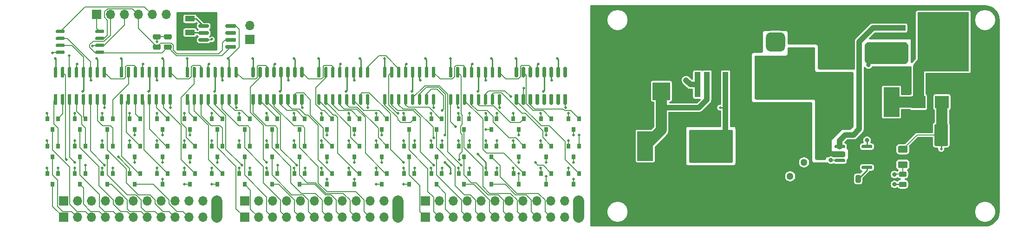
<source format=gbr>
%TF.GenerationSoftware,KiCad,Pcbnew,(5.1.5-131-g305ed0b65)-1*%
%TF.CreationDate,2020-05-01T20:04:55+08:00*%
%TF.ProjectId,NixieController,4e697869-6543-46f6-9e74-726f6c6c6572,rev?*%
%TF.SameCoordinates,Original*%
%TF.FileFunction,Copper,L1,Top*%
%TF.FilePolarity,Positive*%
%FSLAX46Y46*%
G04 Gerber Fmt 4.6, Leading zero omitted, Abs format (unit mm)*
G04 Created by KiCad (PCBNEW (5.1.5-131-g305ed0b65)-1) date 2020-05-01 20:04:55*
%MOMM*%
%LPD*%
G01*
G04 APERTURE LIST*
%TA.AperFunction,ComponentPad*%
%ADD10O,1.700000X1.700000*%
%TD*%
%TA.AperFunction,ComponentPad*%
%ADD11R,1.700000X1.700000*%
%TD*%
%TA.AperFunction,SMDPad,CuDef*%
%ADD12R,2.500000X2.300000*%
%TD*%
%TA.AperFunction,ComponentPad*%
%ADD13R,3.500000X3.500000*%
%TD*%
%TA.AperFunction,SMDPad,CuDef*%
%ADD14R,2.900000X5.400000*%
%TD*%
%TA.AperFunction,SMDPad,CuDef*%
%ADD15R,4.600000X1.100000*%
%TD*%
%TA.AperFunction,SMDPad,CuDef*%
%ADD16R,9.400000X10.800000*%
%TD*%
%TA.AperFunction,ComponentPad*%
%ADD17C,1.260000*%
%TD*%
%TA.AperFunction,ComponentPad*%
%ADD18R,3.200000X3.200000*%
%TD*%
%TA.AperFunction,ComponentPad*%
%ADD19O,3.200000X3.200000*%
%TD*%
%TA.AperFunction,SMDPad,CuDef*%
%ADD20R,0.800000X0.900000*%
%TD*%
%TA.AperFunction,SMDPad,CuDef*%
%ADD21R,1.100000X4.600000*%
%TD*%
%TA.AperFunction,SMDPad,CuDef*%
%ADD22R,10.800000X9.400000*%
%TD*%
%TA.AperFunction,SMDPad,CuDef*%
%ADD23R,1.800000X1.000000*%
%TD*%
%TA.AperFunction,ViaPad*%
%ADD24C,0.800000*%
%TD*%
%TA.AperFunction,ViaPad*%
%ADD25C,0.500000*%
%TD*%
%TA.AperFunction,Conductor*%
%ADD26C,1.000000*%
%TD*%
%TA.AperFunction,Conductor*%
%ADD27C,0.152400*%
%TD*%
%TA.AperFunction,Conductor*%
%ADD28C,2.000000*%
%TD*%
%TA.AperFunction,Conductor*%
%ADD29C,0.254000*%
%TD*%
%TA.AperFunction,Conductor*%
%ADD30C,0.250000*%
%TD*%
%TA.AperFunction,Conductor*%
%ADD31C,0.300000*%
%TD*%
G04 APERTURE END LIST*
D10*
%TO.P,J2,12*%
%TO.N,GND*%
X96940000Y-111000000D03*
%TO.P,J2,11*%
%TO.N,+180V*%
X94400000Y-111000000D03*
%TO.P,J2,10*%
%TO.N,/D19*%
X91860000Y-111000000D03*
%TO.P,J2,9*%
%TO.N,/D18*%
X89320000Y-111000000D03*
%TO.P,J2,8*%
%TO.N,/D17*%
X86780000Y-111000000D03*
%TO.P,J2,7*%
%TO.N,/D16*%
X84240000Y-111000000D03*
%TO.P,J2,6*%
%TO.N,/D15*%
X81700000Y-111000000D03*
%TO.P,J2,5*%
%TO.N,/D14*%
X79160000Y-111000000D03*
%TO.P,J2,4*%
%TO.N,/D13*%
X76620000Y-111000000D03*
%TO.P,J2,3*%
%TO.N,/D12*%
X74080000Y-111000000D03*
%TO.P,J2,2*%
%TO.N,/D11*%
X71540000Y-111000000D03*
D11*
%TO.P,J2,1*%
%TO.N,/D10*%
X69000000Y-111000000D03*
%TD*%
%TO.P,C3,1*%
%TO.N,+12V*%
%TA.AperFunction,SMDPad,CuDef*%
G36*
G01*
X201975000Y-89850000D02*
X204025000Y-89850000D01*
G75*
G02*
X204275000Y-90100000I0J-250000D01*
G01*
X204275000Y-91675000D01*
G75*
G02*
X204025000Y-91925000I-250000J0D01*
G01*
X201975000Y-91925000D01*
G75*
G02*
X201725000Y-91675000I0J250000D01*
G01*
X201725000Y-90100000D01*
G75*
G02*
X201975000Y-89850000I250000J0D01*
G01*
G37*
%TD.AperFunction*%
%TO.P,C3,2*%
%TO.N,GND*%
%TA.AperFunction,SMDPad,CuDef*%
G36*
G01*
X201975000Y-96075000D02*
X204025000Y-96075000D01*
G75*
G02*
X204275000Y-96325000I0J-250000D01*
G01*
X204275000Y-97900000D01*
G75*
G02*
X204025000Y-98150000I-250000J0D01*
G01*
X201975000Y-98150000D01*
G75*
G02*
X201725000Y-97900000I0J250000D01*
G01*
X201725000Y-96325000D01*
G75*
G02*
X201975000Y-96075000I250000J0D01*
G01*
G37*
%TD.AperFunction*%
%TD*%
%TO.P,C4,2*%
%TO.N,GND*%
%TA.AperFunction,SMDPad,CuDef*%
G36*
G01*
X206543750Y-104450000D02*
X207456250Y-104450000D01*
G75*
G02*
X207700000Y-104693750I0J-243750D01*
G01*
X207700000Y-105181250D01*
G75*
G02*
X207456250Y-105425000I-243750J0D01*
G01*
X206543750Y-105425000D01*
G75*
G02*
X206300000Y-105181250I0J243750D01*
G01*
X206300000Y-104693750D01*
G75*
G02*
X206543750Y-104450000I243750J0D01*
G01*
G37*
%TD.AperFunction*%
%TO.P,C4,1*%
%TO.N,+12V*%
%TA.AperFunction,SMDPad,CuDef*%
G36*
G01*
X206543750Y-102575000D02*
X207456250Y-102575000D01*
G75*
G02*
X207700000Y-102818750I0J-243750D01*
G01*
X207700000Y-103306250D01*
G75*
G02*
X207456250Y-103550000I-243750J0D01*
G01*
X206543750Y-103550000D01*
G75*
G02*
X206300000Y-103306250I0J243750D01*
G01*
X206300000Y-102818750D01*
G75*
G02*
X206543750Y-102575000I243750J0D01*
G01*
G37*
%TD.AperFunction*%
%TD*%
%TO.P,C5,1*%
%TO.N,Net-(C5-Pad1)*%
%TA.AperFunction,SMDPad,CuDef*%
G36*
G01*
X214362500Y-106543750D02*
X214362500Y-107456250D01*
G75*
G02*
X214118750Y-107700000I-243750J0D01*
G01*
X213631250Y-107700000D01*
G75*
G02*
X213387500Y-107456250I0J243750D01*
G01*
X213387500Y-106543750D01*
G75*
G02*
X213631250Y-106300000I243750J0D01*
G01*
X214118750Y-106300000D01*
G75*
G02*
X214362500Y-106543750I0J-243750D01*
G01*
G37*
%TD.AperFunction*%
%TO.P,C5,2*%
%TO.N,GND*%
%TA.AperFunction,SMDPad,CuDef*%
G36*
G01*
X212487500Y-106543750D02*
X212487500Y-107456250D01*
G75*
G02*
X212243750Y-107700000I-243750J0D01*
G01*
X211756250Y-107700000D01*
G75*
G02*
X211512500Y-107456250I0J243750D01*
G01*
X211512500Y-106543750D01*
G75*
G02*
X211756250Y-106300000I243750J0D01*
G01*
X212243750Y-106300000D01*
G75*
G02*
X212487500Y-106543750I0J-243750D01*
G01*
G37*
%TD.AperFunction*%
%TD*%
%TO.P,C6,1*%
%TO.N,+180V*%
%TA.AperFunction,SMDPad,CuDef*%
G36*
G01*
X228000000Y-97000000D02*
X230000000Y-97000000D01*
G75*
G02*
X230250000Y-97250000I0J-250000D01*
G01*
X230250000Y-100750000D01*
G75*
G02*
X230000000Y-101000000I-250000J0D01*
G01*
X228000000Y-101000000D01*
G75*
G02*
X227750000Y-100750000I0J250000D01*
G01*
X227750000Y-97250000D01*
G75*
G02*
X228000000Y-97000000I250000J0D01*
G01*
G37*
%TD.AperFunction*%
%TO.P,C6,2*%
%TO.N,GND*%
%TA.AperFunction,SMDPad,CuDef*%
G36*
G01*
X228000000Y-105000000D02*
X230000000Y-105000000D01*
G75*
G02*
X230250000Y-105250000I0J-250000D01*
G01*
X230250000Y-108750000D01*
G75*
G02*
X230000000Y-109000000I-250000J0D01*
G01*
X228000000Y-109000000D01*
G75*
G02*
X227750000Y-108750000I0J250000D01*
G01*
X227750000Y-105250000D01*
G75*
G02*
X228000000Y-105000000I250000J0D01*
G01*
G37*
%TD.AperFunction*%
%TD*%
D12*
%TO.P,D2,1*%
%TO.N,+180V*%
X229150000Y-93000000D03*
%TO.P,D2,2*%
%TO.N,Net-(D2-Pad2)*%
X224850000Y-93000000D03*
%TD*%
D13*
%TO.P,J7,1*%
%TO.N,+12V*%
X203500000Y-85000000D03*
%TO.P,J7,2*%
%TO.N,GND*%
%TA.AperFunction,ComponentPad*%
G36*
G01*
X202500000Y-77500000D02*
X204500000Y-77500000D01*
G75*
G02*
X205250000Y-78250000I0J-750000D01*
G01*
X205250000Y-79750000D01*
G75*
G02*
X204500000Y-80500000I-750000J0D01*
G01*
X202500000Y-80500000D01*
G75*
G02*
X201750000Y-79750000I0J750000D01*
G01*
X201750000Y-78250000D01*
G75*
G02*
X202500000Y-77500000I750000J0D01*
G01*
G37*
%TD.AperFunction*%
%TO.P,J7,3*%
%TO.N,N/C*%
%TA.AperFunction,ComponentPad*%
G36*
G01*
X197925000Y-80250000D02*
X199675000Y-80250000D01*
G75*
G02*
X200550000Y-81125000I0J-875000D01*
G01*
X200550000Y-82875000D01*
G75*
G02*
X199675000Y-83750000I-875000J0D01*
G01*
X197925000Y-83750000D01*
G75*
G02*
X197050000Y-82875000I0J875000D01*
G01*
X197050000Y-81125000D01*
G75*
G02*
X197925000Y-80250000I875000J0D01*
G01*
G37*
%TD.AperFunction*%
%TD*%
D14*
%TO.P,L2,1*%
%TO.N,+12V*%
X210050000Y-93000000D03*
%TO.P,L2,2*%
%TO.N,Net-(D2-Pad2)*%
X219950000Y-93000000D03*
%TD*%
D15*
%TO.P,Q1,1*%
%TO.N,Net-(Q1-Pad1)*%
X220225000Y-79460000D03*
%TO.P,Q1,3*%
%TO.N,Net-(Q1-Pad3)*%
X220225000Y-84540000D03*
D16*
%TO.P,Q1,2*%
%TO.N,Net-(D2-Pad2)*%
X229375000Y-82000000D03*
%TD*%
%TO.P,R3,1*%
%TO.N,Net-(Q1-Pad3)*%
%TA.AperFunction,SMDPad,CuDef*%
G36*
G01*
X216575000Y-82574999D02*
X216575000Y-85425001D01*
G75*
G02*
X216325001Y-85675000I-249999J0D01*
G01*
X215474999Y-85675000D01*
G75*
G02*
X215225000Y-85425001I0J249999D01*
G01*
X215225000Y-82574999D01*
G75*
G02*
X215474999Y-82325000I249999J0D01*
G01*
X216325001Y-82325000D01*
G75*
G02*
X216575000Y-82574999I0J-249999D01*
G01*
G37*
%TD.AperFunction*%
%TO.P,R3,2*%
%TO.N,GND*%
%TA.AperFunction,SMDPad,CuDef*%
G36*
G01*
X210775000Y-82574999D02*
X210775000Y-85425001D01*
G75*
G02*
X210525001Y-85675000I-249999J0D01*
G01*
X209674999Y-85675000D01*
G75*
G02*
X209425000Y-85425001I0J249999D01*
G01*
X209425000Y-82574999D01*
G75*
G02*
X209674999Y-82325000I249999J0D01*
G01*
X210525001Y-82325000D01*
G75*
G02*
X210775000Y-82574999I0J-249999D01*
G01*
G37*
%TD.AperFunction*%
%TD*%
%TO.P,R4,1*%
%TO.N,+180V*%
%TA.AperFunction,SMDPad,CuDef*%
G36*
G01*
X221375000Y-100975000D02*
X222625000Y-100975000D01*
G75*
G02*
X222875000Y-101225000I0J-250000D01*
G01*
X222875000Y-101975000D01*
G75*
G02*
X222625000Y-102225000I-250000J0D01*
G01*
X221375000Y-102225000D01*
G75*
G02*
X221125000Y-101975000I0J250000D01*
G01*
X221125000Y-101225000D01*
G75*
G02*
X221375000Y-100975000I250000J0D01*
G01*
G37*
%TD.AperFunction*%
%TO.P,R4,2*%
%TO.N,Net-(R4-Pad2)*%
%TA.AperFunction,SMDPad,CuDef*%
G36*
G01*
X221375000Y-103775000D02*
X222625000Y-103775000D01*
G75*
G02*
X222875000Y-104025000I0J-250000D01*
G01*
X222875000Y-104775000D01*
G75*
G02*
X222625000Y-105025000I-250000J0D01*
G01*
X221375000Y-105025000D01*
G75*
G02*
X221125000Y-104775000I0J250000D01*
G01*
X221125000Y-104025000D01*
G75*
G02*
X221375000Y-103775000I250000J0D01*
G01*
G37*
%TD.AperFunction*%
%TD*%
%TO.P,R5,1*%
%TO.N,Net-(R4-Pad2)*%
%TA.AperFunction,SMDPad,CuDef*%
G36*
G01*
X221543750Y-105637500D02*
X222456250Y-105637500D01*
G75*
G02*
X222700000Y-105881250I0J-243750D01*
G01*
X222700000Y-106368750D01*
G75*
G02*
X222456250Y-106612500I-243750J0D01*
G01*
X221543750Y-106612500D01*
G75*
G02*
X221300000Y-106368750I0J243750D01*
G01*
X221300000Y-105881250D01*
G75*
G02*
X221543750Y-105637500I243750J0D01*
G01*
G37*
%TD.AperFunction*%
%TO.P,R5,2*%
%TO.N,Net-(R5-Pad2)*%
%TA.AperFunction,SMDPad,CuDef*%
G36*
G01*
X221543750Y-107512500D02*
X222456250Y-107512500D01*
G75*
G02*
X222700000Y-107756250I0J-243750D01*
G01*
X222700000Y-108243750D01*
G75*
G02*
X222456250Y-108487500I-243750J0D01*
G01*
X221543750Y-108487500D01*
G75*
G02*
X221300000Y-108243750I0J243750D01*
G01*
X221300000Y-107756250D01*
G75*
G02*
X221543750Y-107512500I243750J0D01*
G01*
G37*
%TD.AperFunction*%
%TD*%
%TO.P,U4,1*%
%TO.N,Net-(Q1-Pad1)*%
%TA.AperFunction,SMDPad,CuDef*%
G36*
G01*
X209550000Y-101245000D02*
X209550000Y-100945000D01*
G75*
G02*
X209700000Y-100795000I150000J0D01*
G01*
X211350000Y-100795000D01*
G75*
G02*
X211500000Y-100945000I0J-150000D01*
G01*
X211500000Y-101245000D01*
G75*
G02*
X211350000Y-101395000I-150000J0D01*
G01*
X209700000Y-101395000D01*
G75*
G02*
X209550000Y-101245000I0J150000D01*
G01*
G37*
%TD.AperFunction*%
%TO.P,U4,2*%
%TO.N,+12V*%
%TA.AperFunction,SMDPad,CuDef*%
G36*
G01*
X209550000Y-102515000D02*
X209550000Y-102215000D01*
G75*
G02*
X209700000Y-102065000I150000J0D01*
G01*
X211350000Y-102065000D01*
G75*
G02*
X211500000Y-102215000I0J-150000D01*
G01*
X211500000Y-102515000D01*
G75*
G02*
X211350000Y-102665000I-150000J0D01*
G01*
X209700000Y-102665000D01*
G75*
G02*
X209550000Y-102515000I0J150000D01*
G01*
G37*
%TD.AperFunction*%
%TO.P,U4,3*%
%TO.N,Net-(R4-Pad2)*%
%TA.AperFunction,SMDPad,CuDef*%
G36*
G01*
X209550000Y-103785000D02*
X209550000Y-103485000D01*
G75*
G02*
X209700000Y-103335000I150000J0D01*
G01*
X211350000Y-103335000D01*
G75*
G02*
X211500000Y-103485000I0J-150000D01*
G01*
X211500000Y-103785000D01*
G75*
G02*
X211350000Y-103935000I-150000J0D01*
G01*
X209700000Y-103935000D01*
G75*
G02*
X209550000Y-103785000I0J150000D01*
G01*
G37*
%TD.AperFunction*%
%TO.P,U4,4*%
%TO.N,GND*%
%TA.AperFunction,SMDPad,CuDef*%
G36*
G01*
X209550000Y-105055000D02*
X209550000Y-104755000D01*
G75*
G02*
X209700000Y-104605000I150000J0D01*
G01*
X211350000Y-104605000D01*
G75*
G02*
X211500000Y-104755000I0J-150000D01*
G01*
X211500000Y-105055000D01*
G75*
G02*
X211350000Y-105205000I-150000J0D01*
G01*
X209700000Y-105205000D01*
G75*
G02*
X209550000Y-105055000I0J150000D01*
G01*
G37*
%TD.AperFunction*%
%TO.P,U4,5*%
%TO.N,Net-(C5-Pad1)*%
%TA.AperFunction,SMDPad,CuDef*%
G36*
G01*
X214500000Y-105055000D02*
X214500000Y-104755000D01*
G75*
G02*
X214650000Y-104605000I150000J0D01*
G01*
X216300000Y-104605000D01*
G75*
G02*
X216450000Y-104755000I0J-150000D01*
G01*
X216450000Y-105055000D01*
G75*
G02*
X216300000Y-105205000I-150000J0D01*
G01*
X214650000Y-105205000D01*
G75*
G02*
X214500000Y-105055000I0J150000D01*
G01*
G37*
%TD.AperFunction*%
%TO.P,U4,6*%
%TO.N,GND*%
%TA.AperFunction,SMDPad,CuDef*%
G36*
G01*
X214500000Y-103785000D02*
X214500000Y-103485000D01*
G75*
G02*
X214650000Y-103335000I150000J0D01*
G01*
X216300000Y-103335000D01*
G75*
G02*
X216450000Y-103485000I0J-150000D01*
G01*
X216450000Y-103785000D01*
G75*
G02*
X216300000Y-103935000I-150000J0D01*
G01*
X214650000Y-103935000D01*
G75*
G02*
X214500000Y-103785000I0J150000D01*
G01*
G37*
%TD.AperFunction*%
%TO.P,U4,7*%
%TA.AperFunction,SMDPad,CuDef*%
G36*
G01*
X214500000Y-102515000D02*
X214500000Y-102215000D01*
G75*
G02*
X214650000Y-102065000I150000J0D01*
G01*
X216300000Y-102065000D01*
G75*
G02*
X216450000Y-102215000I0J-150000D01*
G01*
X216450000Y-102515000D01*
G75*
G02*
X216300000Y-102665000I-150000J0D01*
G01*
X214650000Y-102665000D01*
G75*
G02*
X214500000Y-102515000I0J150000D01*
G01*
G37*
%TD.AperFunction*%
%TO.P,U4,8*%
%TO.N,Net-(Q1-Pad3)*%
%TA.AperFunction,SMDPad,CuDef*%
G36*
G01*
X214500000Y-101245000D02*
X214500000Y-100945000D01*
G75*
G02*
X214650000Y-100795000I150000J0D01*
G01*
X216300000Y-100795000D01*
G75*
G02*
X216450000Y-100945000I0J-150000D01*
G01*
X216450000Y-101245000D01*
G75*
G02*
X216300000Y-101395000I-150000J0D01*
G01*
X214650000Y-101395000D01*
G75*
G02*
X214500000Y-101245000I0J150000D01*
G01*
G37*
%TD.AperFunction*%
%TD*%
D17*
%TO.P,RV1,3*%
%TO.N,GND*%
X198920000Y-104000000D03*
%TO.P,RV1,2*%
%TO.N,Net-(R5-Pad2)*%
X201460000Y-106540000D03*
%TO.P,RV1,1*%
%TO.N,Net-(RV1-Pad1)*%
X204000000Y-104000000D03*
%TD*%
D18*
%TO.P,D1,1*%
%TO.N,Net-(D1-Pad1)*%
X178000000Y-91000000D03*
D19*
%TO.P,D1,2*%
%TO.N,GND*%
X178000000Y-78300000D03*
%TD*%
D11*
%TO.P,J1,1*%
%TO.N,/D0*%
X69000000Y-114000000D03*
D10*
%TO.P,J1,2*%
%TO.N,/D1*%
X71540000Y-114000000D03*
%TO.P,J1,3*%
%TO.N,/D2*%
X74080000Y-114000000D03*
%TO.P,J1,4*%
%TO.N,/D3*%
X76620000Y-114000000D03*
%TO.P,J1,5*%
%TO.N,/D4*%
X79160000Y-114000000D03*
%TO.P,J1,6*%
%TO.N,/D5*%
X81700000Y-114000000D03*
%TO.P,J1,7*%
%TO.N,/D6*%
X84240000Y-114000000D03*
%TO.P,J1,8*%
%TO.N,/D7*%
X86780000Y-114000000D03*
%TO.P,J1,9*%
%TO.N,/D8*%
X89320000Y-114000000D03*
%TO.P,J1,10*%
%TO.N,/D9*%
X91860000Y-114000000D03*
%TO.P,J1,11*%
%TO.N,+180V*%
X94400000Y-114000000D03*
%TO.P,J1,12*%
%TO.N,GND*%
X96940000Y-114000000D03*
%TD*%
%TO.P,J3,12*%
%TO.N,GND*%
X129940000Y-114000000D03*
%TO.P,J3,11*%
%TO.N,+180V*%
X127400000Y-114000000D03*
%TO.P,J3,10*%
%TO.N,/D29*%
X124860000Y-114000000D03*
%TO.P,J3,9*%
%TO.N,/D28*%
X122320000Y-114000000D03*
%TO.P,J3,8*%
%TO.N,/D27*%
X119780000Y-114000000D03*
%TO.P,J3,7*%
%TO.N,/D26*%
X117240000Y-114000000D03*
%TO.P,J3,6*%
%TO.N,/D25*%
X114700000Y-114000000D03*
%TO.P,J3,5*%
%TO.N,/D24*%
X112160000Y-114000000D03*
%TO.P,J3,4*%
%TO.N,/D23*%
X109620000Y-114000000D03*
%TO.P,J3,3*%
%TO.N,/D22*%
X107080000Y-114000000D03*
%TO.P,J3,2*%
%TO.N,/D21*%
X104540000Y-114000000D03*
D11*
%TO.P,J3,1*%
%TO.N,/D20*%
X102000000Y-114000000D03*
%TD*%
%TO.P,J4,1*%
%TO.N,/D30*%
X102000000Y-111000000D03*
D10*
%TO.P,J4,2*%
%TO.N,/D31*%
X104540000Y-111000000D03*
%TO.P,J4,3*%
%TO.N,/D32*%
X107080000Y-111000000D03*
%TO.P,J4,4*%
%TO.N,/D33*%
X109620000Y-111000000D03*
%TO.P,J4,5*%
%TO.N,/D34*%
X112160000Y-111000000D03*
%TO.P,J4,6*%
%TO.N,/D35*%
X114700000Y-111000000D03*
%TO.P,J4,7*%
%TO.N,/D36*%
X117240000Y-111000000D03*
%TO.P,J4,8*%
%TO.N,/D37*%
X119780000Y-111000000D03*
%TO.P,J4,9*%
%TO.N,/D38*%
X122320000Y-111000000D03*
%TO.P,J4,10*%
%TO.N,/D39*%
X124860000Y-111000000D03*
%TO.P,J4,11*%
%TO.N,+180V*%
X127400000Y-111000000D03*
%TO.P,J4,12*%
%TO.N,GND*%
X129940000Y-111000000D03*
%TD*%
D11*
%TO.P,J5,1*%
%TO.N,/D40*%
X135000000Y-114000000D03*
D10*
%TO.P,J5,2*%
%TO.N,/D41*%
X137540000Y-114000000D03*
%TO.P,J5,3*%
%TO.N,/D42*%
X140080000Y-114000000D03*
%TO.P,J5,4*%
%TO.N,/D43*%
X142620000Y-114000000D03*
%TO.P,J5,5*%
%TO.N,/D44*%
X145160000Y-114000000D03*
%TO.P,J5,6*%
%TO.N,/D45*%
X147700000Y-114000000D03*
%TO.P,J5,7*%
%TO.N,/D46*%
X150240000Y-114000000D03*
%TO.P,J5,8*%
%TO.N,/D47*%
X152780000Y-114000000D03*
%TO.P,J5,9*%
%TO.N,/D48*%
X155320000Y-114000000D03*
%TO.P,J5,10*%
%TO.N,/D49*%
X157860000Y-114000000D03*
%TO.P,J5,11*%
%TO.N,+180V*%
X160400000Y-114000000D03*
%TO.P,J5,12*%
%TO.N,GND*%
X162940000Y-114000000D03*
%TD*%
D14*
%TO.P,L1,1*%
%TO.N,Net-(D1-Pad1)*%
X175050000Y-101000000D03*
%TO.P,L1,2*%
%TO.N,+5V*%
X184950000Y-101000000D03*
%TD*%
D20*
%TO.P,Q2,3*%
%TO.N,/D0*%
X67000000Y-108000000D03*
%TO.P,Q2,2*%
%TO.N,GND*%
X66050000Y-106000000D03*
%TO.P,Q2,1*%
%TO.N,/C0*%
X67950000Y-106000000D03*
%TD*%
%TO.P,Q3,1*%
%TO.N,/C1*%
X67950000Y-101000000D03*
%TO.P,Q3,2*%
%TO.N,GND*%
X66050000Y-101000000D03*
%TO.P,Q3,3*%
%TO.N,/D1*%
X67000000Y-103000000D03*
%TD*%
%TO.P,Q4,3*%
%TO.N,/D2*%
X67000000Y-98000000D03*
%TO.P,Q4,2*%
%TO.N,GND*%
X66050000Y-96000000D03*
%TO.P,Q4,1*%
%TO.N,/C2*%
X67950000Y-96000000D03*
%TD*%
%TO.P,Q5,1*%
%TO.N,/C3*%
X72950000Y-106000000D03*
%TO.P,Q5,2*%
%TO.N,GND*%
X71050000Y-106000000D03*
%TO.P,Q5,3*%
%TO.N,/D3*%
X72000000Y-108000000D03*
%TD*%
%TO.P,Q6,3*%
%TO.N,/D4*%
X72000000Y-103000000D03*
%TO.P,Q6,2*%
%TO.N,GND*%
X71050000Y-101000000D03*
%TO.P,Q6,1*%
%TO.N,/C4*%
X72950000Y-101000000D03*
%TD*%
%TO.P,Q7,1*%
%TO.N,/C5*%
X72950000Y-96000000D03*
%TO.P,Q7,2*%
%TO.N,GND*%
X71050000Y-96000000D03*
%TO.P,Q7,3*%
%TO.N,/D5*%
X72000000Y-98000000D03*
%TD*%
%TO.P,Q8,3*%
%TO.N,/D6*%
X77000000Y-108000000D03*
%TO.P,Q8,2*%
%TO.N,GND*%
X76050000Y-106000000D03*
%TO.P,Q8,1*%
%TO.N,/C6*%
X77950000Y-106000000D03*
%TD*%
%TO.P,Q9,1*%
%TO.N,/C7*%
X77950000Y-101000000D03*
%TO.P,Q9,2*%
%TO.N,GND*%
X76050000Y-101000000D03*
%TO.P,Q9,3*%
%TO.N,/D7*%
X77000000Y-103000000D03*
%TD*%
%TO.P,Q10,3*%
%TO.N,/D8*%
X77000000Y-98000000D03*
%TO.P,Q10,2*%
%TO.N,GND*%
X76050000Y-96000000D03*
%TO.P,Q10,1*%
%TO.N,/C8*%
X77950000Y-96000000D03*
%TD*%
%TO.P,Q11,3*%
%TO.N,/D9*%
X82000000Y-108000000D03*
%TO.P,Q11,2*%
%TO.N,GND*%
X81050000Y-106000000D03*
%TO.P,Q11,1*%
%TO.N,/C9*%
X82950000Y-106000000D03*
%TD*%
%TO.P,Q12,3*%
%TO.N,/D10*%
X82000000Y-103000000D03*
%TO.P,Q12,2*%
%TO.N,GND*%
X81050000Y-101000000D03*
%TO.P,Q12,1*%
%TO.N,/C10*%
X82950000Y-101000000D03*
%TD*%
%TO.P,Q13,1*%
%TO.N,/C11*%
X82950000Y-96000000D03*
%TO.P,Q13,2*%
%TO.N,GND*%
X81050000Y-96000000D03*
%TO.P,Q13,3*%
%TO.N,/D11*%
X82000000Y-98000000D03*
%TD*%
%TO.P,Q14,3*%
%TO.N,/D12*%
X87000000Y-108000000D03*
%TO.P,Q14,2*%
%TO.N,GND*%
X86050000Y-106000000D03*
%TO.P,Q14,1*%
%TO.N,/C12*%
X87950000Y-106000000D03*
%TD*%
%TO.P,Q15,1*%
%TO.N,/C13*%
X87950000Y-101000000D03*
%TO.P,Q15,2*%
%TO.N,GND*%
X86050000Y-101000000D03*
%TO.P,Q15,3*%
%TO.N,/D13*%
X87000000Y-103000000D03*
%TD*%
%TO.P,Q16,3*%
%TO.N,/D14*%
X87000000Y-98000000D03*
%TO.P,Q16,2*%
%TO.N,GND*%
X86050000Y-96000000D03*
%TO.P,Q16,1*%
%TO.N,/C14*%
X87950000Y-96000000D03*
%TD*%
%TO.P,Q17,1*%
%TO.N,/C15*%
X92950000Y-106000000D03*
%TO.P,Q17,2*%
%TO.N,GND*%
X91050000Y-106000000D03*
%TO.P,Q17,3*%
%TO.N,/D15*%
X92000000Y-108000000D03*
%TD*%
%TO.P,Q18,3*%
%TO.N,/D16*%
X92000000Y-103000000D03*
%TO.P,Q18,2*%
%TO.N,GND*%
X91050000Y-101000000D03*
%TO.P,Q18,1*%
%TO.N,/C16*%
X92950000Y-101000000D03*
%TD*%
%TO.P,Q19,1*%
%TO.N,/C17*%
X92950000Y-96000000D03*
%TO.P,Q19,2*%
%TO.N,GND*%
X91050000Y-96000000D03*
%TO.P,Q19,3*%
%TO.N,/D17*%
X92000000Y-98000000D03*
%TD*%
%TO.P,Q20,3*%
%TO.N,/D18*%
X97000000Y-108000000D03*
%TO.P,Q20,2*%
%TO.N,GND*%
X96050000Y-106000000D03*
%TO.P,Q20,1*%
%TO.N,/C18*%
X97950000Y-106000000D03*
%TD*%
%TO.P,Q21,1*%
%TO.N,/C19*%
X97950000Y-101000000D03*
%TO.P,Q21,2*%
%TO.N,GND*%
X96050000Y-101000000D03*
%TO.P,Q21,3*%
%TO.N,/D19*%
X97000000Y-103000000D03*
%TD*%
%TO.P,Q22,3*%
%TO.N,/D20*%
X97000000Y-98000000D03*
%TO.P,Q22,2*%
%TO.N,GND*%
X96050000Y-96000000D03*
%TO.P,Q22,1*%
%TO.N,/C20*%
X97950000Y-96000000D03*
%TD*%
%TO.P,Q23,1*%
%TO.N,/C21*%
X102950000Y-106000000D03*
%TO.P,Q23,2*%
%TO.N,GND*%
X101050000Y-106000000D03*
%TO.P,Q23,3*%
%TO.N,/D21*%
X102000000Y-108000000D03*
%TD*%
%TO.P,Q24,3*%
%TO.N,/D22*%
X102000000Y-103000000D03*
%TO.P,Q24,2*%
%TO.N,GND*%
X101050000Y-101000000D03*
%TO.P,Q24,1*%
%TO.N,/C22*%
X102950000Y-101000000D03*
%TD*%
%TO.P,Q25,1*%
%TO.N,/C23*%
X102950000Y-96000000D03*
%TO.P,Q25,2*%
%TO.N,GND*%
X101050000Y-96000000D03*
%TO.P,Q25,3*%
%TO.N,/D23*%
X102000000Y-98000000D03*
%TD*%
%TO.P,Q26,3*%
%TO.N,/D24*%
X107000000Y-108000000D03*
%TO.P,Q26,2*%
%TO.N,GND*%
X106050000Y-106000000D03*
%TO.P,Q26,1*%
%TO.N,/C24*%
X107950000Y-106000000D03*
%TD*%
%TO.P,Q27,1*%
%TO.N,/C25*%
X107950000Y-101000000D03*
%TO.P,Q27,2*%
%TO.N,GND*%
X106050000Y-101000000D03*
%TO.P,Q27,3*%
%TO.N,/D25*%
X107000000Y-103000000D03*
%TD*%
%TO.P,Q28,3*%
%TO.N,/D26*%
X107000000Y-98000000D03*
%TO.P,Q28,2*%
%TO.N,GND*%
X106050000Y-96000000D03*
%TO.P,Q28,1*%
%TO.N,/C26*%
X107950000Y-96000000D03*
%TD*%
%TO.P,Q29,1*%
%TO.N,/C27*%
X112950000Y-106000000D03*
%TO.P,Q29,2*%
%TO.N,GND*%
X111050000Y-106000000D03*
%TO.P,Q29,3*%
%TO.N,/D27*%
X112000000Y-108000000D03*
%TD*%
%TO.P,Q30,1*%
%TO.N,/C28*%
X112950000Y-101000000D03*
%TO.P,Q30,2*%
%TO.N,GND*%
X111050000Y-101000000D03*
%TO.P,Q30,3*%
%TO.N,/D28*%
X112000000Y-103000000D03*
%TD*%
%TO.P,Q31,1*%
%TO.N,/C29*%
X112950000Y-96000000D03*
%TO.P,Q31,2*%
%TO.N,GND*%
X111050000Y-96000000D03*
%TO.P,Q31,3*%
%TO.N,/D29*%
X112000000Y-98000000D03*
%TD*%
%TO.P,Q32,3*%
%TO.N,/D30*%
X117000000Y-108000000D03*
%TO.P,Q32,2*%
%TO.N,GND*%
X116050000Y-106000000D03*
%TO.P,Q32,1*%
%TO.N,/C30*%
X117950000Y-106000000D03*
%TD*%
%TO.P,Q33,1*%
%TO.N,/C31*%
X117950000Y-101000000D03*
%TO.P,Q33,2*%
%TO.N,GND*%
X116050000Y-101000000D03*
%TO.P,Q33,3*%
%TO.N,/D31*%
X117000000Y-103000000D03*
%TD*%
%TO.P,Q34,3*%
%TO.N,/D32*%
X117000000Y-98000000D03*
%TO.P,Q34,2*%
%TO.N,GND*%
X116050000Y-96000000D03*
%TO.P,Q34,1*%
%TO.N,/C32*%
X117950000Y-96000000D03*
%TD*%
%TO.P,Q35,1*%
%TO.N,/C33*%
X122950000Y-106000000D03*
%TO.P,Q35,2*%
%TO.N,GND*%
X121050000Y-106000000D03*
%TO.P,Q35,3*%
%TO.N,/D33*%
X122000000Y-108000000D03*
%TD*%
%TO.P,Q36,3*%
%TO.N,/D34*%
X122000000Y-103000000D03*
%TO.P,Q36,2*%
%TO.N,GND*%
X121050000Y-101000000D03*
%TO.P,Q36,1*%
%TO.N,/C34*%
X122950000Y-101000000D03*
%TD*%
%TO.P,Q37,3*%
%TO.N,/D35*%
X122000000Y-98000000D03*
%TO.P,Q37,2*%
%TO.N,GND*%
X121050000Y-96000000D03*
%TO.P,Q37,1*%
%TO.N,/C35*%
X122950000Y-96000000D03*
%TD*%
%TO.P,Q38,1*%
%TO.N,/C36*%
X127950000Y-106000000D03*
%TO.P,Q38,2*%
%TO.N,GND*%
X126050000Y-106000000D03*
%TO.P,Q38,3*%
%TO.N,/D36*%
X127000000Y-108000000D03*
%TD*%
%TO.P,Q39,3*%
%TO.N,/D37*%
X127000000Y-103000000D03*
%TO.P,Q39,2*%
%TO.N,GND*%
X126050000Y-101000000D03*
%TO.P,Q39,1*%
%TO.N,/C37*%
X127950000Y-101000000D03*
%TD*%
%TO.P,Q40,1*%
%TO.N,/C38*%
X127950000Y-96000000D03*
%TO.P,Q40,2*%
%TO.N,GND*%
X126050000Y-96000000D03*
%TO.P,Q40,3*%
%TO.N,/D38*%
X127000000Y-98000000D03*
%TD*%
%TO.P,Q41,3*%
%TO.N,/D39*%
X132000000Y-108000000D03*
%TO.P,Q41,2*%
%TO.N,GND*%
X131050000Y-106000000D03*
%TO.P,Q41,1*%
%TO.N,/C39*%
X132950000Y-106000000D03*
%TD*%
%TO.P,Q42,1*%
%TO.N,/C40*%
X132950000Y-101000000D03*
%TO.P,Q42,2*%
%TO.N,GND*%
X131050000Y-101000000D03*
%TO.P,Q42,3*%
%TO.N,/D40*%
X132000000Y-103000000D03*
%TD*%
%TO.P,Q43,3*%
%TO.N,/D41*%
X132000000Y-98000000D03*
%TO.P,Q43,2*%
%TO.N,GND*%
X131050000Y-96000000D03*
%TO.P,Q43,1*%
%TO.N,/C41*%
X132950000Y-96000000D03*
%TD*%
%TO.P,Q44,1*%
%TO.N,/C42*%
X137950000Y-106000000D03*
%TO.P,Q44,2*%
%TO.N,GND*%
X136050000Y-106000000D03*
%TO.P,Q44,3*%
%TO.N,/D42*%
X137000000Y-108000000D03*
%TD*%
%TO.P,Q45,3*%
%TO.N,/D43*%
X137000000Y-103000000D03*
%TO.P,Q45,2*%
%TO.N,GND*%
X136050000Y-101000000D03*
%TO.P,Q45,1*%
%TO.N,/C43*%
X137950000Y-101000000D03*
%TD*%
%TO.P,Q46,1*%
%TO.N,/C44*%
X137950000Y-96000000D03*
%TO.P,Q46,2*%
%TO.N,GND*%
X136050000Y-96000000D03*
%TO.P,Q46,3*%
%TO.N,/D44*%
X137000000Y-98000000D03*
%TD*%
%TO.P,Q47,3*%
%TO.N,/D45*%
X142000000Y-108000000D03*
%TO.P,Q47,2*%
%TO.N,GND*%
X141050000Y-106000000D03*
%TO.P,Q47,1*%
%TO.N,/C45*%
X142950000Y-106000000D03*
%TD*%
%TO.P,Q48,1*%
%TO.N,/C46*%
X142950000Y-101000000D03*
%TO.P,Q48,2*%
%TO.N,GND*%
X141050000Y-101000000D03*
%TO.P,Q48,3*%
%TO.N,/D46*%
X142000000Y-103000000D03*
%TD*%
%TO.P,Q49,1*%
%TO.N,/C47*%
X142950000Y-96000000D03*
%TO.P,Q49,2*%
%TO.N,GND*%
X141050000Y-96000000D03*
%TO.P,Q49,3*%
%TO.N,/D47*%
X142000000Y-98000000D03*
%TD*%
%TO.P,Q50,1*%
%TO.N,/C48*%
X147950000Y-106000000D03*
%TO.P,Q50,2*%
%TO.N,GND*%
X146050000Y-106000000D03*
%TO.P,Q50,3*%
%TO.N,/D48*%
X147000000Y-108000000D03*
%TD*%
%TO.P,Q51,3*%
%TO.N,/D49*%
X147000000Y-103000000D03*
%TO.P,Q51,2*%
%TO.N,GND*%
X146050000Y-101000000D03*
%TO.P,Q51,1*%
%TO.N,/C49*%
X147950000Y-101000000D03*
%TD*%
%TO.P,Q52,1*%
%TO.N,/C50*%
X147950000Y-96000000D03*
%TO.P,Q52,2*%
%TO.N,GND*%
X146050000Y-96000000D03*
%TO.P,Q52,3*%
%TO.N,/D50*%
X147000000Y-98000000D03*
%TD*%
%TO.P,Q53,3*%
%TO.N,/D51*%
X152000000Y-108000000D03*
%TO.P,Q53,2*%
%TO.N,GND*%
X151050000Y-106000000D03*
%TO.P,Q53,1*%
%TO.N,/C51*%
X152950000Y-106000000D03*
%TD*%
%TO.P,Q54,1*%
%TO.N,/C52*%
X152950000Y-101000000D03*
%TO.P,Q54,2*%
%TO.N,GND*%
X151050000Y-101000000D03*
%TO.P,Q54,3*%
%TO.N,/D52*%
X152000000Y-103000000D03*
%TD*%
%TO.P,Q55,3*%
%TO.N,/D53*%
X151950000Y-98000000D03*
%TO.P,Q55,2*%
%TO.N,GND*%
X151000000Y-96000000D03*
%TO.P,Q55,1*%
%TO.N,/C53*%
X152900000Y-96000000D03*
%TD*%
%TO.P,Q56,1*%
%TO.N,/C54*%
X157950000Y-106000000D03*
%TO.P,Q56,2*%
%TO.N,GND*%
X156050000Y-106000000D03*
%TO.P,Q56,3*%
%TO.N,/D54*%
X157000000Y-108000000D03*
%TD*%
%TO.P,Q57,3*%
%TO.N,/D55*%
X157000000Y-103000000D03*
%TO.P,Q57,2*%
%TO.N,GND*%
X156050000Y-101000000D03*
%TO.P,Q57,1*%
%TO.N,/C55*%
X157950000Y-101000000D03*
%TD*%
%TO.P,Q58,1*%
%TO.N,/C56*%
X157950000Y-96000000D03*
%TO.P,Q58,2*%
%TO.N,GND*%
X156050000Y-96000000D03*
%TO.P,Q58,3*%
%TO.N,/D56*%
X157000000Y-98000000D03*
%TD*%
%TO.P,Q59,3*%
%TO.N,/D57*%
X162000000Y-108000000D03*
%TO.P,Q59,2*%
%TO.N,GND*%
X161050000Y-106000000D03*
%TO.P,Q59,1*%
%TO.N,/C57*%
X162950000Y-106000000D03*
%TD*%
%TO.P,Q60,1*%
%TO.N,/C58*%
X162950000Y-101000000D03*
%TO.P,Q60,2*%
%TO.N,GND*%
X161050000Y-101000000D03*
%TO.P,Q60,3*%
%TO.N,/D58*%
X162000000Y-103000000D03*
%TD*%
%TO.P,Q61,3*%
%TO.N,/D59*%
X162000000Y-98000000D03*
%TO.P,Q61,2*%
%TO.N,GND*%
X161050000Y-96000000D03*
%TO.P,Q61,1*%
%TO.N,/C59*%
X162950000Y-96000000D03*
%TD*%
%TO.P,R1,1*%
%TO.N,+5V*%
%TA.AperFunction,SMDPad,CuDef*%
G36*
G01*
X85543750Y-80575000D02*
X86456250Y-80575000D01*
G75*
G02*
X86700000Y-80818750I0J-243750D01*
G01*
X86700000Y-81306250D01*
G75*
G02*
X86456250Y-81550000I-243750J0D01*
G01*
X85543750Y-81550000D01*
G75*
G02*
X85300000Y-81306250I0J243750D01*
G01*
X85300000Y-80818750D01*
G75*
G02*
X85543750Y-80575000I243750J0D01*
G01*
G37*
%TD.AperFunction*%
%TO.P,R1,2*%
%TO.N,/SCK*%
%TA.AperFunction,SMDPad,CuDef*%
G36*
G01*
X85543750Y-82450000D02*
X86456250Y-82450000D01*
G75*
G02*
X86700000Y-82693750I0J-243750D01*
G01*
X86700000Y-83181250D01*
G75*
G02*
X86456250Y-83425000I-243750J0D01*
G01*
X85543750Y-83425000D01*
G75*
G02*
X85300000Y-83181250I0J243750D01*
G01*
X85300000Y-82693750D01*
G75*
G02*
X85543750Y-82450000I243750J0D01*
G01*
G37*
%TD.AperFunction*%
%TD*%
%TO.P,R2,2*%
%TO.N,/MOSI*%
%TA.AperFunction,SMDPad,CuDef*%
G36*
G01*
X87543750Y-82450000D02*
X88456250Y-82450000D01*
G75*
G02*
X88700000Y-82693750I0J-243750D01*
G01*
X88700000Y-83181250D01*
G75*
G02*
X88456250Y-83425000I-243750J0D01*
G01*
X87543750Y-83425000D01*
G75*
G02*
X87300000Y-83181250I0J243750D01*
G01*
X87300000Y-82693750D01*
G75*
G02*
X87543750Y-82450000I243750J0D01*
G01*
G37*
%TD.AperFunction*%
%TO.P,R2,1*%
%TO.N,+5V*%
%TA.AperFunction,SMDPad,CuDef*%
G36*
G01*
X87543750Y-80575000D02*
X88456250Y-80575000D01*
G75*
G02*
X88700000Y-80818750I0J-243750D01*
G01*
X88700000Y-81306250D01*
G75*
G02*
X88456250Y-81550000I-243750J0D01*
G01*
X87543750Y-81550000D01*
G75*
G02*
X87300000Y-81306250I0J243750D01*
G01*
X87300000Y-80818750D01*
G75*
G02*
X87543750Y-80575000I243750J0D01*
G01*
G37*
%TD.AperFunction*%
%TD*%
%TO.P,U1,1*%
%TO.N,/RST*%
%TA.AperFunction,SMDPad,CuDef*%
G36*
G01*
X67600000Y-80245000D02*
X67600000Y-79945000D01*
G75*
G02*
X67750000Y-79795000I150000J0D01*
G01*
X69050000Y-79795000D01*
G75*
G02*
X69200000Y-79945000I0J-150000D01*
G01*
X69200000Y-80245000D01*
G75*
G02*
X69050000Y-80395000I-150000J0D01*
G01*
X67750000Y-80395000D01*
G75*
G02*
X67600000Y-80245000I0J150000D01*
G01*
G37*
%TD.AperFunction*%
%TO.P,U1,2*%
%TO.N,/SRCLK*%
%TA.AperFunction,SMDPad,CuDef*%
G36*
G01*
X67600000Y-81515000D02*
X67600000Y-81215000D01*
G75*
G02*
X67750000Y-81065000I150000J0D01*
G01*
X69050000Y-81065000D01*
G75*
G02*
X69200000Y-81215000I0J-150000D01*
G01*
X69200000Y-81515000D01*
G75*
G02*
X69050000Y-81665000I-150000J0D01*
G01*
X67750000Y-81665000D01*
G75*
G02*
X67600000Y-81515000I0J150000D01*
G01*
G37*
%TD.AperFunction*%
%TO.P,U1,3*%
%TO.N,/RCLK*%
%TA.AperFunction,SMDPad,CuDef*%
G36*
G01*
X67600000Y-82785000D02*
X67600000Y-82485000D01*
G75*
G02*
X67750000Y-82335000I150000J0D01*
G01*
X69050000Y-82335000D01*
G75*
G02*
X69200000Y-82485000I0J-150000D01*
G01*
X69200000Y-82785000D01*
G75*
G02*
X69050000Y-82935000I-150000J0D01*
G01*
X67750000Y-82935000D01*
G75*
G02*
X67600000Y-82785000I0J150000D01*
G01*
G37*
%TD.AperFunction*%
%TO.P,U1,4*%
%TO.N,GND*%
%TA.AperFunction,SMDPad,CuDef*%
G36*
G01*
X67600000Y-84055000D02*
X67600000Y-83755000D01*
G75*
G02*
X67750000Y-83605000I150000J0D01*
G01*
X69050000Y-83605000D01*
G75*
G02*
X69200000Y-83755000I0J-150000D01*
G01*
X69200000Y-84055000D01*
G75*
G02*
X69050000Y-84205000I-150000J0D01*
G01*
X67750000Y-84205000D01*
G75*
G02*
X67600000Y-84055000I0J150000D01*
G01*
G37*
%TD.AperFunction*%
%TO.P,U1,5*%
%TO.N,/MOSI*%
%TA.AperFunction,SMDPad,CuDef*%
G36*
G01*
X74800000Y-84055000D02*
X74800000Y-83755000D01*
G75*
G02*
X74950000Y-83605000I150000J0D01*
G01*
X76250000Y-83605000D01*
G75*
G02*
X76400000Y-83755000I0J-150000D01*
G01*
X76400000Y-84055000D01*
G75*
G02*
X76250000Y-84205000I-150000J0D01*
G01*
X74950000Y-84205000D01*
G75*
G02*
X74800000Y-84055000I0J150000D01*
G01*
G37*
%TD.AperFunction*%
%TO.P,U1,6*%
%TO.N,/MISO*%
%TA.AperFunction,SMDPad,CuDef*%
G36*
G01*
X74800000Y-82785000D02*
X74800000Y-82485000D01*
G75*
G02*
X74950000Y-82335000I150000J0D01*
G01*
X76250000Y-82335000D01*
G75*
G02*
X76400000Y-82485000I0J-150000D01*
G01*
X76400000Y-82785000D01*
G75*
G02*
X76250000Y-82935000I-150000J0D01*
G01*
X74950000Y-82935000D01*
G75*
G02*
X74800000Y-82785000I0J150000D01*
G01*
G37*
%TD.AperFunction*%
%TO.P,U1,7*%
%TO.N,/SCK*%
%TA.AperFunction,SMDPad,CuDef*%
G36*
G01*
X74800000Y-81515000D02*
X74800000Y-81215000D01*
G75*
G02*
X74950000Y-81065000I150000J0D01*
G01*
X76250000Y-81065000D01*
G75*
G02*
X76400000Y-81215000I0J-150000D01*
G01*
X76400000Y-81515000D01*
G75*
G02*
X76250000Y-81665000I-150000J0D01*
G01*
X74950000Y-81665000D01*
G75*
G02*
X74800000Y-81515000I0J150000D01*
G01*
G37*
%TD.AperFunction*%
%TO.P,U1,8*%
%TO.N,+5V*%
%TA.AperFunction,SMDPad,CuDef*%
G36*
G01*
X74800000Y-80245000D02*
X74800000Y-79945000D01*
G75*
G02*
X74950000Y-79795000I150000J0D01*
G01*
X76250000Y-79795000D01*
G75*
G02*
X76400000Y-79945000I0J-150000D01*
G01*
X76400000Y-80245000D01*
G75*
G02*
X76250000Y-80395000I-150000J0D01*
G01*
X74950000Y-80395000D01*
G75*
G02*
X74800000Y-80245000I0J150000D01*
G01*
G37*
%TD.AperFunction*%
%TD*%
%TO.P,U2,1*%
%TO.N,Net-(U2-Pad1)*%
%TA.AperFunction,SMDPad,CuDef*%
G36*
G01*
X93550000Y-79245000D02*
X93550000Y-78945000D01*
G75*
G02*
X93700000Y-78795000I150000J0D01*
G01*
X95350000Y-78795000D01*
G75*
G02*
X95500000Y-78945000I0J-150000D01*
G01*
X95500000Y-79245000D01*
G75*
G02*
X95350000Y-79395000I-150000J0D01*
G01*
X93700000Y-79395000D01*
G75*
G02*
X93550000Y-79245000I0J150000D01*
G01*
G37*
%TD.AperFunction*%
%TO.P,U2,2*%
%TO.N,Net-(U2-Pad2)*%
%TA.AperFunction,SMDPad,CuDef*%
G36*
G01*
X93550000Y-80515000D02*
X93550000Y-80215000D01*
G75*
G02*
X93700000Y-80065000I150000J0D01*
G01*
X95350000Y-80065000D01*
G75*
G02*
X95500000Y-80215000I0J-150000D01*
G01*
X95500000Y-80515000D01*
G75*
G02*
X95350000Y-80665000I-150000J0D01*
G01*
X93700000Y-80665000D01*
G75*
G02*
X93550000Y-80515000I0J150000D01*
G01*
G37*
%TD.AperFunction*%
%TO.P,U2,3*%
%TO.N,Net-(J8-Pad1)*%
%TA.AperFunction,SMDPad,CuDef*%
G36*
G01*
X93550000Y-81785000D02*
X93550000Y-81485000D01*
G75*
G02*
X93700000Y-81335000I150000J0D01*
G01*
X95350000Y-81335000D01*
G75*
G02*
X95500000Y-81485000I0J-150000D01*
G01*
X95500000Y-81785000D01*
G75*
G02*
X95350000Y-81935000I-150000J0D01*
G01*
X93700000Y-81935000D01*
G75*
G02*
X93550000Y-81785000I0J150000D01*
G01*
G37*
%TD.AperFunction*%
%TO.P,U2,4*%
%TO.N,GND*%
%TA.AperFunction,SMDPad,CuDef*%
G36*
G01*
X93550000Y-83055000D02*
X93550000Y-82755000D01*
G75*
G02*
X93700000Y-82605000I150000J0D01*
G01*
X95350000Y-82605000D01*
G75*
G02*
X95500000Y-82755000I0J-150000D01*
G01*
X95500000Y-83055000D01*
G75*
G02*
X95350000Y-83205000I-150000J0D01*
G01*
X93700000Y-83205000D01*
G75*
G02*
X93550000Y-83055000I0J150000D01*
G01*
G37*
%TD.AperFunction*%
%TO.P,U2,5*%
%TO.N,/MOSI*%
%TA.AperFunction,SMDPad,CuDef*%
G36*
G01*
X98500000Y-83055000D02*
X98500000Y-82755000D01*
G75*
G02*
X98650000Y-82605000I150000J0D01*
G01*
X100300000Y-82605000D01*
G75*
G02*
X100450000Y-82755000I0J-150000D01*
G01*
X100450000Y-83055000D01*
G75*
G02*
X100300000Y-83205000I-150000J0D01*
G01*
X98650000Y-83205000D01*
G75*
G02*
X98500000Y-83055000I0J150000D01*
G01*
G37*
%TD.AperFunction*%
%TO.P,U2,6*%
%TO.N,/SCK*%
%TA.AperFunction,SMDPad,CuDef*%
G36*
G01*
X98500000Y-81785000D02*
X98500000Y-81485000D01*
G75*
G02*
X98650000Y-81335000I150000J0D01*
G01*
X100300000Y-81335000D01*
G75*
G02*
X100450000Y-81485000I0J-150000D01*
G01*
X100450000Y-81785000D01*
G75*
G02*
X100300000Y-81935000I-150000J0D01*
G01*
X98650000Y-81935000D01*
G75*
G02*
X98500000Y-81785000I0J150000D01*
G01*
G37*
%TD.AperFunction*%
%TO.P,U2,7*%
%TO.N,Net-(U2-Pad7)*%
%TA.AperFunction,SMDPad,CuDef*%
G36*
G01*
X98500000Y-80515000D02*
X98500000Y-80215000D01*
G75*
G02*
X98650000Y-80065000I150000J0D01*
G01*
X100300000Y-80065000D01*
G75*
G02*
X100450000Y-80215000I0J-150000D01*
G01*
X100450000Y-80515000D01*
G75*
G02*
X100300000Y-80665000I-150000J0D01*
G01*
X98650000Y-80665000D01*
G75*
G02*
X98500000Y-80515000I0J150000D01*
G01*
G37*
%TD.AperFunction*%
%TO.P,U2,8*%
%TO.N,+5V*%
%TA.AperFunction,SMDPad,CuDef*%
G36*
G01*
X98500000Y-79245000D02*
X98500000Y-78945000D01*
G75*
G02*
X98650000Y-78795000I150000J0D01*
G01*
X100300000Y-78795000D01*
G75*
G02*
X100450000Y-78945000I0J-150000D01*
G01*
X100450000Y-79245000D01*
G75*
G02*
X100300000Y-79395000I-150000J0D01*
G01*
X98650000Y-79395000D01*
G75*
G02*
X98500000Y-79245000I0J150000D01*
G01*
G37*
%TD.AperFunction*%
%TD*%
D21*
%TO.P,U3,1*%
%TO.N,+12V*%
X184600000Y-89775000D03*
%TO.P,U3,2*%
%TO.N,Net-(D1-Pad1)*%
X186300000Y-89775000D03*
%TO.P,U3,3*%
%TO.N,GND*%
X188000000Y-89775000D03*
%TO.P,U3,4*%
%TO.N,+5V*%
X189700000Y-89775000D03*
%TO.P,U3,5*%
%TO.N,GND*%
X191400000Y-89775000D03*
D22*
%TO.P,U3,3*%
X188000000Y-80625000D03*
%TD*%
%TO.P,U5,16*%
%TO.N,+5V*%
%TA.AperFunction,SMDPad,CuDef*%
G36*
G01*
X67705000Y-88500000D02*
X67405000Y-88500000D01*
G75*
G02*
X67255000Y-88350000I0J150000D01*
G01*
X67255000Y-86700000D01*
G75*
G02*
X67405000Y-86550000I150000J0D01*
G01*
X67705000Y-86550000D01*
G75*
G02*
X67855000Y-86700000I0J-150000D01*
G01*
X67855000Y-88350000D01*
G75*
G02*
X67705000Y-88500000I-150000J0D01*
G01*
G37*
%TD.AperFunction*%
%TO.P,U5,15*%
%TO.N,/C0*%
%TA.AperFunction,SMDPad,CuDef*%
G36*
G01*
X68975000Y-88500000D02*
X68675000Y-88500000D01*
G75*
G02*
X68525000Y-88350000I0J150000D01*
G01*
X68525000Y-86700000D01*
G75*
G02*
X68675000Y-86550000I150000J0D01*
G01*
X68975000Y-86550000D01*
G75*
G02*
X69125000Y-86700000I0J-150000D01*
G01*
X69125000Y-88350000D01*
G75*
G02*
X68975000Y-88500000I-150000J0D01*
G01*
G37*
%TD.AperFunction*%
%TO.P,U5,14*%
%TO.N,/MISO*%
%TA.AperFunction,SMDPad,CuDef*%
G36*
G01*
X70245000Y-88500000D02*
X69945000Y-88500000D01*
G75*
G02*
X69795000Y-88350000I0J150000D01*
G01*
X69795000Y-86700000D01*
G75*
G02*
X69945000Y-86550000I150000J0D01*
G01*
X70245000Y-86550000D01*
G75*
G02*
X70395000Y-86700000I0J-150000D01*
G01*
X70395000Y-88350000D01*
G75*
G02*
X70245000Y-88500000I-150000J0D01*
G01*
G37*
%TD.AperFunction*%
%TO.P,U5,13*%
%TO.N,GND*%
%TA.AperFunction,SMDPad,CuDef*%
G36*
G01*
X71515000Y-88500000D02*
X71215000Y-88500000D01*
G75*
G02*
X71065000Y-88350000I0J150000D01*
G01*
X71065000Y-86700000D01*
G75*
G02*
X71215000Y-86550000I150000J0D01*
G01*
X71515000Y-86550000D01*
G75*
G02*
X71665000Y-86700000I0J-150000D01*
G01*
X71665000Y-88350000D01*
G75*
G02*
X71515000Y-88500000I-150000J0D01*
G01*
G37*
%TD.AperFunction*%
%TO.P,U5,12*%
%TO.N,/RCLK*%
%TA.AperFunction,SMDPad,CuDef*%
G36*
G01*
X72785000Y-88500000D02*
X72485000Y-88500000D01*
G75*
G02*
X72335000Y-88350000I0J150000D01*
G01*
X72335000Y-86700000D01*
G75*
G02*
X72485000Y-86550000I150000J0D01*
G01*
X72785000Y-86550000D01*
G75*
G02*
X72935000Y-86700000I0J-150000D01*
G01*
X72935000Y-88350000D01*
G75*
G02*
X72785000Y-88500000I-150000J0D01*
G01*
G37*
%TD.AperFunction*%
%TO.P,U5,11*%
%TO.N,/SRCLK*%
%TA.AperFunction,SMDPad,CuDef*%
G36*
G01*
X74055000Y-88500000D02*
X73755000Y-88500000D01*
G75*
G02*
X73605000Y-88350000I0J150000D01*
G01*
X73605000Y-86700000D01*
G75*
G02*
X73755000Y-86550000I150000J0D01*
G01*
X74055000Y-86550000D01*
G75*
G02*
X74205000Y-86700000I0J-150000D01*
G01*
X74205000Y-88350000D01*
G75*
G02*
X74055000Y-88500000I-150000J0D01*
G01*
G37*
%TD.AperFunction*%
%TO.P,U5,10*%
%TO.N,+5V*%
%TA.AperFunction,SMDPad,CuDef*%
G36*
G01*
X75325000Y-88500000D02*
X75025000Y-88500000D01*
G75*
G02*
X74875000Y-88350000I0J150000D01*
G01*
X74875000Y-86700000D01*
G75*
G02*
X75025000Y-86550000I150000J0D01*
G01*
X75325000Y-86550000D01*
G75*
G02*
X75475000Y-86700000I0J-150000D01*
G01*
X75475000Y-88350000D01*
G75*
G02*
X75325000Y-88500000I-150000J0D01*
G01*
G37*
%TD.AperFunction*%
%TO.P,U5,9*%
%TO.N,Net-(U5-Pad9)*%
%TA.AperFunction,SMDPad,CuDef*%
G36*
G01*
X76595000Y-88500000D02*
X76295000Y-88500000D01*
G75*
G02*
X76145000Y-88350000I0J150000D01*
G01*
X76145000Y-86700000D01*
G75*
G02*
X76295000Y-86550000I150000J0D01*
G01*
X76595000Y-86550000D01*
G75*
G02*
X76745000Y-86700000I0J-150000D01*
G01*
X76745000Y-88350000D01*
G75*
G02*
X76595000Y-88500000I-150000J0D01*
G01*
G37*
%TD.AperFunction*%
%TO.P,U5,8*%
%TO.N,GND*%
%TA.AperFunction,SMDPad,CuDef*%
G36*
G01*
X76595000Y-93450000D02*
X76295000Y-93450000D01*
G75*
G02*
X76145000Y-93300000I0J150000D01*
G01*
X76145000Y-91650000D01*
G75*
G02*
X76295000Y-91500000I150000J0D01*
G01*
X76595000Y-91500000D01*
G75*
G02*
X76745000Y-91650000I0J-150000D01*
G01*
X76745000Y-93300000D01*
G75*
G02*
X76595000Y-93450000I-150000J0D01*
G01*
G37*
%TD.AperFunction*%
%TO.P,U5,7*%
%TO.N,/C7*%
%TA.AperFunction,SMDPad,CuDef*%
G36*
G01*
X75325000Y-93450000D02*
X75025000Y-93450000D01*
G75*
G02*
X74875000Y-93300000I0J150000D01*
G01*
X74875000Y-91650000D01*
G75*
G02*
X75025000Y-91500000I150000J0D01*
G01*
X75325000Y-91500000D01*
G75*
G02*
X75475000Y-91650000I0J-150000D01*
G01*
X75475000Y-93300000D01*
G75*
G02*
X75325000Y-93450000I-150000J0D01*
G01*
G37*
%TD.AperFunction*%
%TO.P,U5,6*%
%TO.N,/C6*%
%TA.AperFunction,SMDPad,CuDef*%
G36*
G01*
X74055000Y-93450000D02*
X73755000Y-93450000D01*
G75*
G02*
X73605000Y-93300000I0J150000D01*
G01*
X73605000Y-91650000D01*
G75*
G02*
X73755000Y-91500000I150000J0D01*
G01*
X74055000Y-91500000D01*
G75*
G02*
X74205000Y-91650000I0J-150000D01*
G01*
X74205000Y-93300000D01*
G75*
G02*
X74055000Y-93450000I-150000J0D01*
G01*
G37*
%TD.AperFunction*%
%TO.P,U5,5*%
%TO.N,/C5*%
%TA.AperFunction,SMDPad,CuDef*%
G36*
G01*
X72785000Y-93450000D02*
X72485000Y-93450000D01*
G75*
G02*
X72335000Y-93300000I0J150000D01*
G01*
X72335000Y-91650000D01*
G75*
G02*
X72485000Y-91500000I150000J0D01*
G01*
X72785000Y-91500000D01*
G75*
G02*
X72935000Y-91650000I0J-150000D01*
G01*
X72935000Y-93300000D01*
G75*
G02*
X72785000Y-93450000I-150000J0D01*
G01*
G37*
%TD.AperFunction*%
%TO.P,U5,4*%
%TO.N,/C4*%
%TA.AperFunction,SMDPad,CuDef*%
G36*
G01*
X71515000Y-93450000D02*
X71215000Y-93450000D01*
G75*
G02*
X71065000Y-93300000I0J150000D01*
G01*
X71065000Y-91650000D01*
G75*
G02*
X71215000Y-91500000I150000J0D01*
G01*
X71515000Y-91500000D01*
G75*
G02*
X71665000Y-91650000I0J-150000D01*
G01*
X71665000Y-93300000D01*
G75*
G02*
X71515000Y-93450000I-150000J0D01*
G01*
G37*
%TD.AperFunction*%
%TO.P,U5,3*%
%TO.N,/C3*%
%TA.AperFunction,SMDPad,CuDef*%
G36*
G01*
X70245000Y-93450000D02*
X69945000Y-93450000D01*
G75*
G02*
X69795000Y-93300000I0J150000D01*
G01*
X69795000Y-91650000D01*
G75*
G02*
X69945000Y-91500000I150000J0D01*
G01*
X70245000Y-91500000D01*
G75*
G02*
X70395000Y-91650000I0J-150000D01*
G01*
X70395000Y-93300000D01*
G75*
G02*
X70245000Y-93450000I-150000J0D01*
G01*
G37*
%TD.AperFunction*%
%TO.P,U5,2*%
%TO.N,/C2*%
%TA.AperFunction,SMDPad,CuDef*%
G36*
G01*
X68975000Y-93450000D02*
X68675000Y-93450000D01*
G75*
G02*
X68525000Y-93300000I0J150000D01*
G01*
X68525000Y-91650000D01*
G75*
G02*
X68675000Y-91500000I150000J0D01*
G01*
X68975000Y-91500000D01*
G75*
G02*
X69125000Y-91650000I0J-150000D01*
G01*
X69125000Y-93300000D01*
G75*
G02*
X68975000Y-93450000I-150000J0D01*
G01*
G37*
%TD.AperFunction*%
%TO.P,U5,1*%
%TO.N,/C1*%
%TA.AperFunction,SMDPad,CuDef*%
G36*
G01*
X67705000Y-93450000D02*
X67405000Y-93450000D01*
G75*
G02*
X67255000Y-93300000I0J150000D01*
G01*
X67255000Y-91650000D01*
G75*
G02*
X67405000Y-91500000I150000J0D01*
G01*
X67705000Y-91500000D01*
G75*
G02*
X67855000Y-91650000I0J-150000D01*
G01*
X67855000Y-93300000D01*
G75*
G02*
X67705000Y-93450000I-150000J0D01*
G01*
G37*
%TD.AperFunction*%
%TD*%
%TO.P,U9,16*%
%TO.N,+5V*%
%TA.AperFunction,SMDPad,CuDef*%
G36*
G01*
X115705000Y-88500000D02*
X115405000Y-88500000D01*
G75*
G02*
X115255000Y-88350000I0J150000D01*
G01*
X115255000Y-86700000D01*
G75*
G02*
X115405000Y-86550000I150000J0D01*
G01*
X115705000Y-86550000D01*
G75*
G02*
X115855000Y-86700000I0J-150000D01*
G01*
X115855000Y-88350000D01*
G75*
G02*
X115705000Y-88500000I-150000J0D01*
G01*
G37*
%TD.AperFunction*%
%TO.P,U9,15*%
%TO.N,/C32*%
%TA.AperFunction,SMDPad,CuDef*%
G36*
G01*
X116975000Y-88500000D02*
X116675000Y-88500000D01*
G75*
G02*
X116525000Y-88350000I0J150000D01*
G01*
X116525000Y-86700000D01*
G75*
G02*
X116675000Y-86550000I150000J0D01*
G01*
X116975000Y-86550000D01*
G75*
G02*
X117125000Y-86700000I0J-150000D01*
G01*
X117125000Y-88350000D01*
G75*
G02*
X116975000Y-88500000I-150000J0D01*
G01*
G37*
%TD.AperFunction*%
%TO.P,U9,14*%
%TO.N,Net-(U8-Pad9)*%
%TA.AperFunction,SMDPad,CuDef*%
G36*
G01*
X118245000Y-88500000D02*
X117945000Y-88500000D01*
G75*
G02*
X117795000Y-88350000I0J150000D01*
G01*
X117795000Y-86700000D01*
G75*
G02*
X117945000Y-86550000I150000J0D01*
G01*
X118245000Y-86550000D01*
G75*
G02*
X118395000Y-86700000I0J-150000D01*
G01*
X118395000Y-88350000D01*
G75*
G02*
X118245000Y-88500000I-150000J0D01*
G01*
G37*
%TD.AperFunction*%
%TO.P,U9,13*%
%TO.N,GND*%
%TA.AperFunction,SMDPad,CuDef*%
G36*
G01*
X119515000Y-88500000D02*
X119215000Y-88500000D01*
G75*
G02*
X119065000Y-88350000I0J150000D01*
G01*
X119065000Y-86700000D01*
G75*
G02*
X119215000Y-86550000I150000J0D01*
G01*
X119515000Y-86550000D01*
G75*
G02*
X119665000Y-86700000I0J-150000D01*
G01*
X119665000Y-88350000D01*
G75*
G02*
X119515000Y-88500000I-150000J0D01*
G01*
G37*
%TD.AperFunction*%
%TO.P,U9,12*%
%TO.N,/RCLK*%
%TA.AperFunction,SMDPad,CuDef*%
G36*
G01*
X120785000Y-88500000D02*
X120485000Y-88500000D01*
G75*
G02*
X120335000Y-88350000I0J150000D01*
G01*
X120335000Y-86700000D01*
G75*
G02*
X120485000Y-86550000I150000J0D01*
G01*
X120785000Y-86550000D01*
G75*
G02*
X120935000Y-86700000I0J-150000D01*
G01*
X120935000Y-88350000D01*
G75*
G02*
X120785000Y-88500000I-150000J0D01*
G01*
G37*
%TD.AperFunction*%
%TO.P,U9,11*%
%TO.N,/SRCLK*%
%TA.AperFunction,SMDPad,CuDef*%
G36*
G01*
X122055000Y-88500000D02*
X121755000Y-88500000D01*
G75*
G02*
X121605000Y-88350000I0J150000D01*
G01*
X121605000Y-86700000D01*
G75*
G02*
X121755000Y-86550000I150000J0D01*
G01*
X122055000Y-86550000D01*
G75*
G02*
X122205000Y-86700000I0J-150000D01*
G01*
X122205000Y-88350000D01*
G75*
G02*
X122055000Y-88500000I-150000J0D01*
G01*
G37*
%TD.AperFunction*%
%TO.P,U9,10*%
%TO.N,+5V*%
%TA.AperFunction,SMDPad,CuDef*%
G36*
G01*
X123325000Y-88500000D02*
X123025000Y-88500000D01*
G75*
G02*
X122875000Y-88350000I0J150000D01*
G01*
X122875000Y-86700000D01*
G75*
G02*
X123025000Y-86550000I150000J0D01*
G01*
X123325000Y-86550000D01*
G75*
G02*
X123475000Y-86700000I0J-150000D01*
G01*
X123475000Y-88350000D01*
G75*
G02*
X123325000Y-88500000I-150000J0D01*
G01*
G37*
%TD.AperFunction*%
%TO.P,U9,9*%
%TO.N,Net-(U10-Pad14)*%
%TA.AperFunction,SMDPad,CuDef*%
G36*
G01*
X124595000Y-88500000D02*
X124295000Y-88500000D01*
G75*
G02*
X124145000Y-88350000I0J150000D01*
G01*
X124145000Y-86700000D01*
G75*
G02*
X124295000Y-86550000I150000J0D01*
G01*
X124595000Y-86550000D01*
G75*
G02*
X124745000Y-86700000I0J-150000D01*
G01*
X124745000Y-88350000D01*
G75*
G02*
X124595000Y-88500000I-150000J0D01*
G01*
G37*
%TD.AperFunction*%
%TO.P,U9,8*%
%TO.N,GND*%
%TA.AperFunction,SMDPad,CuDef*%
G36*
G01*
X124595000Y-93450000D02*
X124295000Y-93450000D01*
G75*
G02*
X124145000Y-93300000I0J150000D01*
G01*
X124145000Y-91650000D01*
G75*
G02*
X124295000Y-91500000I150000J0D01*
G01*
X124595000Y-91500000D01*
G75*
G02*
X124745000Y-91650000I0J-150000D01*
G01*
X124745000Y-93300000D01*
G75*
G02*
X124595000Y-93450000I-150000J0D01*
G01*
G37*
%TD.AperFunction*%
%TO.P,U9,7*%
%TO.N,/C39*%
%TA.AperFunction,SMDPad,CuDef*%
G36*
G01*
X123325000Y-93450000D02*
X123025000Y-93450000D01*
G75*
G02*
X122875000Y-93300000I0J150000D01*
G01*
X122875000Y-91650000D01*
G75*
G02*
X123025000Y-91500000I150000J0D01*
G01*
X123325000Y-91500000D01*
G75*
G02*
X123475000Y-91650000I0J-150000D01*
G01*
X123475000Y-93300000D01*
G75*
G02*
X123325000Y-93450000I-150000J0D01*
G01*
G37*
%TD.AperFunction*%
%TO.P,U9,6*%
%TO.N,/C38*%
%TA.AperFunction,SMDPad,CuDef*%
G36*
G01*
X122055000Y-93450000D02*
X121755000Y-93450000D01*
G75*
G02*
X121605000Y-93300000I0J150000D01*
G01*
X121605000Y-91650000D01*
G75*
G02*
X121755000Y-91500000I150000J0D01*
G01*
X122055000Y-91500000D01*
G75*
G02*
X122205000Y-91650000I0J-150000D01*
G01*
X122205000Y-93300000D01*
G75*
G02*
X122055000Y-93450000I-150000J0D01*
G01*
G37*
%TD.AperFunction*%
%TO.P,U9,5*%
%TO.N,/C37*%
%TA.AperFunction,SMDPad,CuDef*%
G36*
G01*
X120785000Y-93450000D02*
X120485000Y-93450000D01*
G75*
G02*
X120335000Y-93300000I0J150000D01*
G01*
X120335000Y-91650000D01*
G75*
G02*
X120485000Y-91500000I150000J0D01*
G01*
X120785000Y-91500000D01*
G75*
G02*
X120935000Y-91650000I0J-150000D01*
G01*
X120935000Y-93300000D01*
G75*
G02*
X120785000Y-93450000I-150000J0D01*
G01*
G37*
%TD.AperFunction*%
%TO.P,U9,4*%
%TO.N,/C36*%
%TA.AperFunction,SMDPad,CuDef*%
G36*
G01*
X119515000Y-93450000D02*
X119215000Y-93450000D01*
G75*
G02*
X119065000Y-93300000I0J150000D01*
G01*
X119065000Y-91650000D01*
G75*
G02*
X119215000Y-91500000I150000J0D01*
G01*
X119515000Y-91500000D01*
G75*
G02*
X119665000Y-91650000I0J-150000D01*
G01*
X119665000Y-93300000D01*
G75*
G02*
X119515000Y-93450000I-150000J0D01*
G01*
G37*
%TD.AperFunction*%
%TO.P,U9,3*%
%TO.N,/C35*%
%TA.AperFunction,SMDPad,CuDef*%
G36*
G01*
X118245000Y-93450000D02*
X117945000Y-93450000D01*
G75*
G02*
X117795000Y-93300000I0J150000D01*
G01*
X117795000Y-91650000D01*
G75*
G02*
X117945000Y-91500000I150000J0D01*
G01*
X118245000Y-91500000D01*
G75*
G02*
X118395000Y-91650000I0J-150000D01*
G01*
X118395000Y-93300000D01*
G75*
G02*
X118245000Y-93450000I-150000J0D01*
G01*
G37*
%TD.AperFunction*%
%TO.P,U9,2*%
%TO.N,/C34*%
%TA.AperFunction,SMDPad,CuDef*%
G36*
G01*
X116975000Y-93450000D02*
X116675000Y-93450000D01*
G75*
G02*
X116525000Y-93300000I0J150000D01*
G01*
X116525000Y-91650000D01*
G75*
G02*
X116675000Y-91500000I150000J0D01*
G01*
X116975000Y-91500000D01*
G75*
G02*
X117125000Y-91650000I0J-150000D01*
G01*
X117125000Y-93300000D01*
G75*
G02*
X116975000Y-93450000I-150000J0D01*
G01*
G37*
%TD.AperFunction*%
%TO.P,U9,1*%
%TO.N,/C33*%
%TA.AperFunction,SMDPad,CuDef*%
G36*
G01*
X115705000Y-93450000D02*
X115405000Y-93450000D01*
G75*
G02*
X115255000Y-93300000I0J150000D01*
G01*
X115255000Y-91650000D01*
G75*
G02*
X115405000Y-91500000I150000J0D01*
G01*
X115705000Y-91500000D01*
G75*
G02*
X115855000Y-91650000I0J-150000D01*
G01*
X115855000Y-93300000D01*
G75*
G02*
X115705000Y-93450000I-150000J0D01*
G01*
G37*
%TD.AperFunction*%
%TD*%
%TO.P,U6,1*%
%TO.N,/C9*%
%TA.AperFunction,SMDPad,CuDef*%
G36*
G01*
X79705000Y-93450000D02*
X79405000Y-93450000D01*
G75*
G02*
X79255000Y-93300000I0J150000D01*
G01*
X79255000Y-91650000D01*
G75*
G02*
X79405000Y-91500000I150000J0D01*
G01*
X79705000Y-91500000D01*
G75*
G02*
X79855000Y-91650000I0J-150000D01*
G01*
X79855000Y-93300000D01*
G75*
G02*
X79705000Y-93450000I-150000J0D01*
G01*
G37*
%TD.AperFunction*%
%TO.P,U6,2*%
%TO.N,/C10*%
%TA.AperFunction,SMDPad,CuDef*%
G36*
G01*
X80975000Y-93450000D02*
X80675000Y-93450000D01*
G75*
G02*
X80525000Y-93300000I0J150000D01*
G01*
X80525000Y-91650000D01*
G75*
G02*
X80675000Y-91500000I150000J0D01*
G01*
X80975000Y-91500000D01*
G75*
G02*
X81125000Y-91650000I0J-150000D01*
G01*
X81125000Y-93300000D01*
G75*
G02*
X80975000Y-93450000I-150000J0D01*
G01*
G37*
%TD.AperFunction*%
%TO.P,U6,3*%
%TO.N,/C11*%
%TA.AperFunction,SMDPad,CuDef*%
G36*
G01*
X82245000Y-93450000D02*
X81945000Y-93450000D01*
G75*
G02*
X81795000Y-93300000I0J150000D01*
G01*
X81795000Y-91650000D01*
G75*
G02*
X81945000Y-91500000I150000J0D01*
G01*
X82245000Y-91500000D01*
G75*
G02*
X82395000Y-91650000I0J-150000D01*
G01*
X82395000Y-93300000D01*
G75*
G02*
X82245000Y-93450000I-150000J0D01*
G01*
G37*
%TD.AperFunction*%
%TO.P,U6,4*%
%TO.N,/C12*%
%TA.AperFunction,SMDPad,CuDef*%
G36*
G01*
X83515000Y-93450000D02*
X83215000Y-93450000D01*
G75*
G02*
X83065000Y-93300000I0J150000D01*
G01*
X83065000Y-91650000D01*
G75*
G02*
X83215000Y-91500000I150000J0D01*
G01*
X83515000Y-91500000D01*
G75*
G02*
X83665000Y-91650000I0J-150000D01*
G01*
X83665000Y-93300000D01*
G75*
G02*
X83515000Y-93450000I-150000J0D01*
G01*
G37*
%TD.AperFunction*%
%TO.P,U6,5*%
%TO.N,/C13*%
%TA.AperFunction,SMDPad,CuDef*%
G36*
G01*
X84785000Y-93450000D02*
X84485000Y-93450000D01*
G75*
G02*
X84335000Y-93300000I0J150000D01*
G01*
X84335000Y-91650000D01*
G75*
G02*
X84485000Y-91500000I150000J0D01*
G01*
X84785000Y-91500000D01*
G75*
G02*
X84935000Y-91650000I0J-150000D01*
G01*
X84935000Y-93300000D01*
G75*
G02*
X84785000Y-93450000I-150000J0D01*
G01*
G37*
%TD.AperFunction*%
%TO.P,U6,6*%
%TO.N,/C14*%
%TA.AperFunction,SMDPad,CuDef*%
G36*
G01*
X86055000Y-93450000D02*
X85755000Y-93450000D01*
G75*
G02*
X85605000Y-93300000I0J150000D01*
G01*
X85605000Y-91650000D01*
G75*
G02*
X85755000Y-91500000I150000J0D01*
G01*
X86055000Y-91500000D01*
G75*
G02*
X86205000Y-91650000I0J-150000D01*
G01*
X86205000Y-93300000D01*
G75*
G02*
X86055000Y-93450000I-150000J0D01*
G01*
G37*
%TD.AperFunction*%
%TO.P,U6,7*%
%TO.N,/C15*%
%TA.AperFunction,SMDPad,CuDef*%
G36*
G01*
X87325000Y-93450000D02*
X87025000Y-93450000D01*
G75*
G02*
X86875000Y-93300000I0J150000D01*
G01*
X86875000Y-91650000D01*
G75*
G02*
X87025000Y-91500000I150000J0D01*
G01*
X87325000Y-91500000D01*
G75*
G02*
X87475000Y-91650000I0J-150000D01*
G01*
X87475000Y-93300000D01*
G75*
G02*
X87325000Y-93450000I-150000J0D01*
G01*
G37*
%TD.AperFunction*%
%TO.P,U6,8*%
%TO.N,GND*%
%TA.AperFunction,SMDPad,CuDef*%
G36*
G01*
X88595000Y-93450000D02*
X88295000Y-93450000D01*
G75*
G02*
X88145000Y-93300000I0J150000D01*
G01*
X88145000Y-91650000D01*
G75*
G02*
X88295000Y-91500000I150000J0D01*
G01*
X88595000Y-91500000D01*
G75*
G02*
X88745000Y-91650000I0J-150000D01*
G01*
X88745000Y-93300000D01*
G75*
G02*
X88595000Y-93450000I-150000J0D01*
G01*
G37*
%TD.AperFunction*%
%TO.P,U6,9*%
%TO.N,Net-(U6-Pad9)*%
%TA.AperFunction,SMDPad,CuDef*%
G36*
G01*
X88595000Y-88500000D02*
X88295000Y-88500000D01*
G75*
G02*
X88145000Y-88350000I0J150000D01*
G01*
X88145000Y-86700000D01*
G75*
G02*
X88295000Y-86550000I150000J0D01*
G01*
X88595000Y-86550000D01*
G75*
G02*
X88745000Y-86700000I0J-150000D01*
G01*
X88745000Y-88350000D01*
G75*
G02*
X88595000Y-88500000I-150000J0D01*
G01*
G37*
%TD.AperFunction*%
%TO.P,U6,10*%
%TO.N,+5V*%
%TA.AperFunction,SMDPad,CuDef*%
G36*
G01*
X87325000Y-88500000D02*
X87025000Y-88500000D01*
G75*
G02*
X86875000Y-88350000I0J150000D01*
G01*
X86875000Y-86700000D01*
G75*
G02*
X87025000Y-86550000I150000J0D01*
G01*
X87325000Y-86550000D01*
G75*
G02*
X87475000Y-86700000I0J-150000D01*
G01*
X87475000Y-88350000D01*
G75*
G02*
X87325000Y-88500000I-150000J0D01*
G01*
G37*
%TD.AperFunction*%
%TO.P,U6,11*%
%TO.N,/SRCLK*%
%TA.AperFunction,SMDPad,CuDef*%
G36*
G01*
X86055000Y-88500000D02*
X85755000Y-88500000D01*
G75*
G02*
X85605000Y-88350000I0J150000D01*
G01*
X85605000Y-86700000D01*
G75*
G02*
X85755000Y-86550000I150000J0D01*
G01*
X86055000Y-86550000D01*
G75*
G02*
X86205000Y-86700000I0J-150000D01*
G01*
X86205000Y-88350000D01*
G75*
G02*
X86055000Y-88500000I-150000J0D01*
G01*
G37*
%TD.AperFunction*%
%TO.P,U6,12*%
%TO.N,/RCLK*%
%TA.AperFunction,SMDPad,CuDef*%
G36*
G01*
X84785000Y-88500000D02*
X84485000Y-88500000D01*
G75*
G02*
X84335000Y-88350000I0J150000D01*
G01*
X84335000Y-86700000D01*
G75*
G02*
X84485000Y-86550000I150000J0D01*
G01*
X84785000Y-86550000D01*
G75*
G02*
X84935000Y-86700000I0J-150000D01*
G01*
X84935000Y-88350000D01*
G75*
G02*
X84785000Y-88500000I-150000J0D01*
G01*
G37*
%TD.AperFunction*%
%TO.P,U6,13*%
%TO.N,GND*%
%TA.AperFunction,SMDPad,CuDef*%
G36*
G01*
X83515000Y-88500000D02*
X83215000Y-88500000D01*
G75*
G02*
X83065000Y-88350000I0J150000D01*
G01*
X83065000Y-86700000D01*
G75*
G02*
X83215000Y-86550000I150000J0D01*
G01*
X83515000Y-86550000D01*
G75*
G02*
X83665000Y-86700000I0J-150000D01*
G01*
X83665000Y-88350000D01*
G75*
G02*
X83515000Y-88500000I-150000J0D01*
G01*
G37*
%TD.AperFunction*%
%TO.P,U6,14*%
%TO.N,Net-(U5-Pad9)*%
%TA.AperFunction,SMDPad,CuDef*%
G36*
G01*
X82245000Y-88500000D02*
X81945000Y-88500000D01*
G75*
G02*
X81795000Y-88350000I0J150000D01*
G01*
X81795000Y-86700000D01*
G75*
G02*
X81945000Y-86550000I150000J0D01*
G01*
X82245000Y-86550000D01*
G75*
G02*
X82395000Y-86700000I0J-150000D01*
G01*
X82395000Y-88350000D01*
G75*
G02*
X82245000Y-88500000I-150000J0D01*
G01*
G37*
%TD.AperFunction*%
%TO.P,U6,15*%
%TO.N,/C8*%
%TA.AperFunction,SMDPad,CuDef*%
G36*
G01*
X80975000Y-88500000D02*
X80675000Y-88500000D01*
G75*
G02*
X80525000Y-88350000I0J150000D01*
G01*
X80525000Y-86700000D01*
G75*
G02*
X80675000Y-86550000I150000J0D01*
G01*
X80975000Y-86550000D01*
G75*
G02*
X81125000Y-86700000I0J-150000D01*
G01*
X81125000Y-88350000D01*
G75*
G02*
X80975000Y-88500000I-150000J0D01*
G01*
G37*
%TD.AperFunction*%
%TO.P,U6,16*%
%TO.N,+5V*%
%TA.AperFunction,SMDPad,CuDef*%
G36*
G01*
X79705000Y-88500000D02*
X79405000Y-88500000D01*
G75*
G02*
X79255000Y-88350000I0J150000D01*
G01*
X79255000Y-86700000D01*
G75*
G02*
X79405000Y-86550000I150000J0D01*
G01*
X79705000Y-86550000D01*
G75*
G02*
X79855000Y-86700000I0J-150000D01*
G01*
X79855000Y-88350000D01*
G75*
G02*
X79705000Y-88500000I-150000J0D01*
G01*
G37*
%TD.AperFunction*%
%TD*%
%TO.P,U10,16*%
%TO.N,+5V*%
%TA.AperFunction,SMDPad,CuDef*%
G36*
G01*
X127705000Y-88500000D02*
X127405000Y-88500000D01*
G75*
G02*
X127255000Y-88350000I0J150000D01*
G01*
X127255000Y-86700000D01*
G75*
G02*
X127405000Y-86550000I150000J0D01*
G01*
X127705000Y-86550000D01*
G75*
G02*
X127855000Y-86700000I0J-150000D01*
G01*
X127855000Y-88350000D01*
G75*
G02*
X127705000Y-88500000I-150000J0D01*
G01*
G37*
%TD.AperFunction*%
%TO.P,U10,15*%
%TO.N,/C40*%
%TA.AperFunction,SMDPad,CuDef*%
G36*
G01*
X128975000Y-88500000D02*
X128675000Y-88500000D01*
G75*
G02*
X128525000Y-88350000I0J150000D01*
G01*
X128525000Y-86700000D01*
G75*
G02*
X128675000Y-86550000I150000J0D01*
G01*
X128975000Y-86550000D01*
G75*
G02*
X129125000Y-86700000I0J-150000D01*
G01*
X129125000Y-88350000D01*
G75*
G02*
X128975000Y-88500000I-150000J0D01*
G01*
G37*
%TD.AperFunction*%
%TO.P,U10,14*%
%TO.N,Net-(U10-Pad14)*%
%TA.AperFunction,SMDPad,CuDef*%
G36*
G01*
X130245000Y-88500000D02*
X129945000Y-88500000D01*
G75*
G02*
X129795000Y-88350000I0J150000D01*
G01*
X129795000Y-86700000D01*
G75*
G02*
X129945000Y-86550000I150000J0D01*
G01*
X130245000Y-86550000D01*
G75*
G02*
X130395000Y-86700000I0J-150000D01*
G01*
X130395000Y-88350000D01*
G75*
G02*
X130245000Y-88500000I-150000J0D01*
G01*
G37*
%TD.AperFunction*%
%TO.P,U10,13*%
%TO.N,GND*%
%TA.AperFunction,SMDPad,CuDef*%
G36*
G01*
X131515000Y-88500000D02*
X131215000Y-88500000D01*
G75*
G02*
X131065000Y-88350000I0J150000D01*
G01*
X131065000Y-86700000D01*
G75*
G02*
X131215000Y-86550000I150000J0D01*
G01*
X131515000Y-86550000D01*
G75*
G02*
X131665000Y-86700000I0J-150000D01*
G01*
X131665000Y-88350000D01*
G75*
G02*
X131515000Y-88500000I-150000J0D01*
G01*
G37*
%TD.AperFunction*%
%TO.P,U10,12*%
%TO.N,/RCLK*%
%TA.AperFunction,SMDPad,CuDef*%
G36*
G01*
X132785000Y-88500000D02*
X132485000Y-88500000D01*
G75*
G02*
X132335000Y-88350000I0J150000D01*
G01*
X132335000Y-86700000D01*
G75*
G02*
X132485000Y-86550000I150000J0D01*
G01*
X132785000Y-86550000D01*
G75*
G02*
X132935000Y-86700000I0J-150000D01*
G01*
X132935000Y-88350000D01*
G75*
G02*
X132785000Y-88500000I-150000J0D01*
G01*
G37*
%TD.AperFunction*%
%TO.P,U10,11*%
%TO.N,/SRCLK*%
%TA.AperFunction,SMDPad,CuDef*%
G36*
G01*
X134055000Y-88500000D02*
X133755000Y-88500000D01*
G75*
G02*
X133605000Y-88350000I0J150000D01*
G01*
X133605000Y-86700000D01*
G75*
G02*
X133755000Y-86550000I150000J0D01*
G01*
X134055000Y-86550000D01*
G75*
G02*
X134205000Y-86700000I0J-150000D01*
G01*
X134205000Y-88350000D01*
G75*
G02*
X134055000Y-88500000I-150000J0D01*
G01*
G37*
%TD.AperFunction*%
%TO.P,U10,10*%
%TO.N,+5V*%
%TA.AperFunction,SMDPad,CuDef*%
G36*
G01*
X135325000Y-88500000D02*
X135025000Y-88500000D01*
G75*
G02*
X134875000Y-88350000I0J150000D01*
G01*
X134875000Y-86700000D01*
G75*
G02*
X135025000Y-86550000I150000J0D01*
G01*
X135325000Y-86550000D01*
G75*
G02*
X135475000Y-86700000I0J-150000D01*
G01*
X135475000Y-88350000D01*
G75*
G02*
X135325000Y-88500000I-150000J0D01*
G01*
G37*
%TD.AperFunction*%
%TO.P,U10,9*%
%TO.N,Net-(U10-Pad9)*%
%TA.AperFunction,SMDPad,CuDef*%
G36*
G01*
X136595000Y-88500000D02*
X136295000Y-88500000D01*
G75*
G02*
X136145000Y-88350000I0J150000D01*
G01*
X136145000Y-86700000D01*
G75*
G02*
X136295000Y-86550000I150000J0D01*
G01*
X136595000Y-86550000D01*
G75*
G02*
X136745000Y-86700000I0J-150000D01*
G01*
X136745000Y-88350000D01*
G75*
G02*
X136595000Y-88500000I-150000J0D01*
G01*
G37*
%TD.AperFunction*%
%TO.P,U10,8*%
%TO.N,GND*%
%TA.AperFunction,SMDPad,CuDef*%
G36*
G01*
X136595000Y-93450000D02*
X136295000Y-93450000D01*
G75*
G02*
X136145000Y-93300000I0J150000D01*
G01*
X136145000Y-91650000D01*
G75*
G02*
X136295000Y-91500000I150000J0D01*
G01*
X136595000Y-91500000D01*
G75*
G02*
X136745000Y-91650000I0J-150000D01*
G01*
X136745000Y-93300000D01*
G75*
G02*
X136595000Y-93450000I-150000J0D01*
G01*
G37*
%TD.AperFunction*%
%TO.P,U10,7*%
%TO.N,/C47*%
%TA.AperFunction,SMDPad,CuDef*%
G36*
G01*
X135325000Y-93450000D02*
X135025000Y-93450000D01*
G75*
G02*
X134875000Y-93300000I0J150000D01*
G01*
X134875000Y-91650000D01*
G75*
G02*
X135025000Y-91500000I150000J0D01*
G01*
X135325000Y-91500000D01*
G75*
G02*
X135475000Y-91650000I0J-150000D01*
G01*
X135475000Y-93300000D01*
G75*
G02*
X135325000Y-93450000I-150000J0D01*
G01*
G37*
%TD.AperFunction*%
%TO.P,U10,6*%
%TO.N,/C46*%
%TA.AperFunction,SMDPad,CuDef*%
G36*
G01*
X134055000Y-93450000D02*
X133755000Y-93450000D01*
G75*
G02*
X133605000Y-93300000I0J150000D01*
G01*
X133605000Y-91650000D01*
G75*
G02*
X133755000Y-91500000I150000J0D01*
G01*
X134055000Y-91500000D01*
G75*
G02*
X134205000Y-91650000I0J-150000D01*
G01*
X134205000Y-93300000D01*
G75*
G02*
X134055000Y-93450000I-150000J0D01*
G01*
G37*
%TD.AperFunction*%
%TO.P,U10,5*%
%TO.N,/C45*%
%TA.AperFunction,SMDPad,CuDef*%
G36*
G01*
X132785000Y-93450000D02*
X132485000Y-93450000D01*
G75*
G02*
X132335000Y-93300000I0J150000D01*
G01*
X132335000Y-91650000D01*
G75*
G02*
X132485000Y-91500000I150000J0D01*
G01*
X132785000Y-91500000D01*
G75*
G02*
X132935000Y-91650000I0J-150000D01*
G01*
X132935000Y-93300000D01*
G75*
G02*
X132785000Y-93450000I-150000J0D01*
G01*
G37*
%TD.AperFunction*%
%TO.P,U10,4*%
%TO.N,/C44*%
%TA.AperFunction,SMDPad,CuDef*%
G36*
G01*
X131515000Y-93450000D02*
X131215000Y-93450000D01*
G75*
G02*
X131065000Y-93300000I0J150000D01*
G01*
X131065000Y-91650000D01*
G75*
G02*
X131215000Y-91500000I150000J0D01*
G01*
X131515000Y-91500000D01*
G75*
G02*
X131665000Y-91650000I0J-150000D01*
G01*
X131665000Y-93300000D01*
G75*
G02*
X131515000Y-93450000I-150000J0D01*
G01*
G37*
%TD.AperFunction*%
%TO.P,U10,3*%
%TO.N,/C43*%
%TA.AperFunction,SMDPad,CuDef*%
G36*
G01*
X130245000Y-93450000D02*
X129945000Y-93450000D01*
G75*
G02*
X129795000Y-93300000I0J150000D01*
G01*
X129795000Y-91650000D01*
G75*
G02*
X129945000Y-91500000I150000J0D01*
G01*
X130245000Y-91500000D01*
G75*
G02*
X130395000Y-91650000I0J-150000D01*
G01*
X130395000Y-93300000D01*
G75*
G02*
X130245000Y-93450000I-150000J0D01*
G01*
G37*
%TD.AperFunction*%
%TO.P,U10,2*%
%TO.N,/C42*%
%TA.AperFunction,SMDPad,CuDef*%
G36*
G01*
X128975000Y-93450000D02*
X128675000Y-93450000D01*
G75*
G02*
X128525000Y-93300000I0J150000D01*
G01*
X128525000Y-91650000D01*
G75*
G02*
X128675000Y-91500000I150000J0D01*
G01*
X128975000Y-91500000D01*
G75*
G02*
X129125000Y-91650000I0J-150000D01*
G01*
X129125000Y-93300000D01*
G75*
G02*
X128975000Y-93450000I-150000J0D01*
G01*
G37*
%TD.AperFunction*%
%TO.P,U10,1*%
%TO.N,/C41*%
%TA.AperFunction,SMDPad,CuDef*%
G36*
G01*
X127705000Y-93450000D02*
X127405000Y-93450000D01*
G75*
G02*
X127255000Y-93300000I0J150000D01*
G01*
X127255000Y-91650000D01*
G75*
G02*
X127405000Y-91500000I150000J0D01*
G01*
X127705000Y-91500000D01*
G75*
G02*
X127855000Y-91650000I0J-150000D01*
G01*
X127855000Y-93300000D01*
G75*
G02*
X127705000Y-93450000I-150000J0D01*
G01*
G37*
%TD.AperFunction*%
%TD*%
%TO.P,U7,16*%
%TO.N,+5V*%
%TA.AperFunction,SMDPad,CuDef*%
G36*
G01*
X91705000Y-88500000D02*
X91405000Y-88500000D01*
G75*
G02*
X91255000Y-88350000I0J150000D01*
G01*
X91255000Y-86700000D01*
G75*
G02*
X91405000Y-86550000I150000J0D01*
G01*
X91705000Y-86550000D01*
G75*
G02*
X91855000Y-86700000I0J-150000D01*
G01*
X91855000Y-88350000D01*
G75*
G02*
X91705000Y-88500000I-150000J0D01*
G01*
G37*
%TD.AperFunction*%
%TO.P,U7,15*%
%TO.N,/C16*%
%TA.AperFunction,SMDPad,CuDef*%
G36*
G01*
X92975000Y-88500000D02*
X92675000Y-88500000D01*
G75*
G02*
X92525000Y-88350000I0J150000D01*
G01*
X92525000Y-86700000D01*
G75*
G02*
X92675000Y-86550000I150000J0D01*
G01*
X92975000Y-86550000D01*
G75*
G02*
X93125000Y-86700000I0J-150000D01*
G01*
X93125000Y-88350000D01*
G75*
G02*
X92975000Y-88500000I-150000J0D01*
G01*
G37*
%TD.AperFunction*%
%TO.P,U7,14*%
%TO.N,Net-(U6-Pad9)*%
%TA.AperFunction,SMDPad,CuDef*%
G36*
G01*
X94245000Y-88500000D02*
X93945000Y-88500000D01*
G75*
G02*
X93795000Y-88350000I0J150000D01*
G01*
X93795000Y-86700000D01*
G75*
G02*
X93945000Y-86550000I150000J0D01*
G01*
X94245000Y-86550000D01*
G75*
G02*
X94395000Y-86700000I0J-150000D01*
G01*
X94395000Y-88350000D01*
G75*
G02*
X94245000Y-88500000I-150000J0D01*
G01*
G37*
%TD.AperFunction*%
%TO.P,U7,13*%
%TO.N,GND*%
%TA.AperFunction,SMDPad,CuDef*%
G36*
G01*
X95515000Y-88500000D02*
X95215000Y-88500000D01*
G75*
G02*
X95065000Y-88350000I0J150000D01*
G01*
X95065000Y-86700000D01*
G75*
G02*
X95215000Y-86550000I150000J0D01*
G01*
X95515000Y-86550000D01*
G75*
G02*
X95665000Y-86700000I0J-150000D01*
G01*
X95665000Y-88350000D01*
G75*
G02*
X95515000Y-88500000I-150000J0D01*
G01*
G37*
%TD.AperFunction*%
%TO.P,U7,12*%
%TO.N,/RCLK*%
%TA.AperFunction,SMDPad,CuDef*%
G36*
G01*
X96785000Y-88500000D02*
X96485000Y-88500000D01*
G75*
G02*
X96335000Y-88350000I0J150000D01*
G01*
X96335000Y-86700000D01*
G75*
G02*
X96485000Y-86550000I150000J0D01*
G01*
X96785000Y-86550000D01*
G75*
G02*
X96935000Y-86700000I0J-150000D01*
G01*
X96935000Y-88350000D01*
G75*
G02*
X96785000Y-88500000I-150000J0D01*
G01*
G37*
%TD.AperFunction*%
%TO.P,U7,11*%
%TO.N,/SRCLK*%
%TA.AperFunction,SMDPad,CuDef*%
G36*
G01*
X98055000Y-88500000D02*
X97755000Y-88500000D01*
G75*
G02*
X97605000Y-88350000I0J150000D01*
G01*
X97605000Y-86700000D01*
G75*
G02*
X97755000Y-86550000I150000J0D01*
G01*
X98055000Y-86550000D01*
G75*
G02*
X98205000Y-86700000I0J-150000D01*
G01*
X98205000Y-88350000D01*
G75*
G02*
X98055000Y-88500000I-150000J0D01*
G01*
G37*
%TD.AperFunction*%
%TO.P,U7,10*%
%TO.N,+5V*%
%TA.AperFunction,SMDPad,CuDef*%
G36*
G01*
X99325000Y-88500000D02*
X99025000Y-88500000D01*
G75*
G02*
X98875000Y-88350000I0J150000D01*
G01*
X98875000Y-86700000D01*
G75*
G02*
X99025000Y-86550000I150000J0D01*
G01*
X99325000Y-86550000D01*
G75*
G02*
X99475000Y-86700000I0J-150000D01*
G01*
X99475000Y-88350000D01*
G75*
G02*
X99325000Y-88500000I-150000J0D01*
G01*
G37*
%TD.AperFunction*%
%TO.P,U7,9*%
%TO.N,Net-(U7-Pad9)*%
%TA.AperFunction,SMDPad,CuDef*%
G36*
G01*
X100595000Y-88500000D02*
X100295000Y-88500000D01*
G75*
G02*
X100145000Y-88350000I0J150000D01*
G01*
X100145000Y-86700000D01*
G75*
G02*
X100295000Y-86550000I150000J0D01*
G01*
X100595000Y-86550000D01*
G75*
G02*
X100745000Y-86700000I0J-150000D01*
G01*
X100745000Y-88350000D01*
G75*
G02*
X100595000Y-88500000I-150000J0D01*
G01*
G37*
%TD.AperFunction*%
%TO.P,U7,8*%
%TO.N,GND*%
%TA.AperFunction,SMDPad,CuDef*%
G36*
G01*
X100595000Y-93450000D02*
X100295000Y-93450000D01*
G75*
G02*
X100145000Y-93300000I0J150000D01*
G01*
X100145000Y-91650000D01*
G75*
G02*
X100295000Y-91500000I150000J0D01*
G01*
X100595000Y-91500000D01*
G75*
G02*
X100745000Y-91650000I0J-150000D01*
G01*
X100745000Y-93300000D01*
G75*
G02*
X100595000Y-93450000I-150000J0D01*
G01*
G37*
%TD.AperFunction*%
%TO.P,U7,7*%
%TO.N,/C23*%
%TA.AperFunction,SMDPad,CuDef*%
G36*
G01*
X99325000Y-93450000D02*
X99025000Y-93450000D01*
G75*
G02*
X98875000Y-93300000I0J150000D01*
G01*
X98875000Y-91650000D01*
G75*
G02*
X99025000Y-91500000I150000J0D01*
G01*
X99325000Y-91500000D01*
G75*
G02*
X99475000Y-91650000I0J-150000D01*
G01*
X99475000Y-93300000D01*
G75*
G02*
X99325000Y-93450000I-150000J0D01*
G01*
G37*
%TD.AperFunction*%
%TO.P,U7,6*%
%TO.N,/C22*%
%TA.AperFunction,SMDPad,CuDef*%
G36*
G01*
X98055000Y-93450000D02*
X97755000Y-93450000D01*
G75*
G02*
X97605000Y-93300000I0J150000D01*
G01*
X97605000Y-91650000D01*
G75*
G02*
X97755000Y-91500000I150000J0D01*
G01*
X98055000Y-91500000D01*
G75*
G02*
X98205000Y-91650000I0J-150000D01*
G01*
X98205000Y-93300000D01*
G75*
G02*
X98055000Y-93450000I-150000J0D01*
G01*
G37*
%TD.AperFunction*%
%TO.P,U7,5*%
%TO.N,/C21*%
%TA.AperFunction,SMDPad,CuDef*%
G36*
G01*
X96785000Y-93450000D02*
X96485000Y-93450000D01*
G75*
G02*
X96335000Y-93300000I0J150000D01*
G01*
X96335000Y-91650000D01*
G75*
G02*
X96485000Y-91500000I150000J0D01*
G01*
X96785000Y-91500000D01*
G75*
G02*
X96935000Y-91650000I0J-150000D01*
G01*
X96935000Y-93300000D01*
G75*
G02*
X96785000Y-93450000I-150000J0D01*
G01*
G37*
%TD.AperFunction*%
%TO.P,U7,4*%
%TO.N,/C20*%
%TA.AperFunction,SMDPad,CuDef*%
G36*
G01*
X95515000Y-93450000D02*
X95215000Y-93450000D01*
G75*
G02*
X95065000Y-93300000I0J150000D01*
G01*
X95065000Y-91650000D01*
G75*
G02*
X95215000Y-91500000I150000J0D01*
G01*
X95515000Y-91500000D01*
G75*
G02*
X95665000Y-91650000I0J-150000D01*
G01*
X95665000Y-93300000D01*
G75*
G02*
X95515000Y-93450000I-150000J0D01*
G01*
G37*
%TD.AperFunction*%
%TO.P,U7,3*%
%TO.N,/C19*%
%TA.AperFunction,SMDPad,CuDef*%
G36*
G01*
X94245000Y-93450000D02*
X93945000Y-93450000D01*
G75*
G02*
X93795000Y-93300000I0J150000D01*
G01*
X93795000Y-91650000D01*
G75*
G02*
X93945000Y-91500000I150000J0D01*
G01*
X94245000Y-91500000D01*
G75*
G02*
X94395000Y-91650000I0J-150000D01*
G01*
X94395000Y-93300000D01*
G75*
G02*
X94245000Y-93450000I-150000J0D01*
G01*
G37*
%TD.AperFunction*%
%TO.P,U7,2*%
%TO.N,/C18*%
%TA.AperFunction,SMDPad,CuDef*%
G36*
G01*
X92975000Y-93450000D02*
X92675000Y-93450000D01*
G75*
G02*
X92525000Y-93300000I0J150000D01*
G01*
X92525000Y-91650000D01*
G75*
G02*
X92675000Y-91500000I150000J0D01*
G01*
X92975000Y-91500000D01*
G75*
G02*
X93125000Y-91650000I0J-150000D01*
G01*
X93125000Y-93300000D01*
G75*
G02*
X92975000Y-93450000I-150000J0D01*
G01*
G37*
%TD.AperFunction*%
%TO.P,U7,1*%
%TO.N,/C17*%
%TA.AperFunction,SMDPad,CuDef*%
G36*
G01*
X91705000Y-93450000D02*
X91405000Y-93450000D01*
G75*
G02*
X91255000Y-93300000I0J150000D01*
G01*
X91255000Y-91650000D01*
G75*
G02*
X91405000Y-91500000I150000J0D01*
G01*
X91705000Y-91500000D01*
G75*
G02*
X91855000Y-91650000I0J-150000D01*
G01*
X91855000Y-93300000D01*
G75*
G02*
X91705000Y-93450000I-150000J0D01*
G01*
G37*
%TD.AperFunction*%
%TD*%
%TO.P,U11,1*%
%TO.N,/C49*%
%TA.AperFunction,SMDPad,CuDef*%
G36*
G01*
X139705000Y-93450000D02*
X139405000Y-93450000D01*
G75*
G02*
X139255000Y-93300000I0J150000D01*
G01*
X139255000Y-91650000D01*
G75*
G02*
X139405000Y-91500000I150000J0D01*
G01*
X139705000Y-91500000D01*
G75*
G02*
X139855000Y-91650000I0J-150000D01*
G01*
X139855000Y-93300000D01*
G75*
G02*
X139705000Y-93450000I-150000J0D01*
G01*
G37*
%TD.AperFunction*%
%TO.P,U11,2*%
%TO.N,/C50*%
%TA.AperFunction,SMDPad,CuDef*%
G36*
G01*
X140975000Y-93450000D02*
X140675000Y-93450000D01*
G75*
G02*
X140525000Y-93300000I0J150000D01*
G01*
X140525000Y-91650000D01*
G75*
G02*
X140675000Y-91500000I150000J0D01*
G01*
X140975000Y-91500000D01*
G75*
G02*
X141125000Y-91650000I0J-150000D01*
G01*
X141125000Y-93300000D01*
G75*
G02*
X140975000Y-93450000I-150000J0D01*
G01*
G37*
%TD.AperFunction*%
%TO.P,U11,3*%
%TO.N,/C51*%
%TA.AperFunction,SMDPad,CuDef*%
G36*
G01*
X142245000Y-93450000D02*
X141945000Y-93450000D01*
G75*
G02*
X141795000Y-93300000I0J150000D01*
G01*
X141795000Y-91650000D01*
G75*
G02*
X141945000Y-91500000I150000J0D01*
G01*
X142245000Y-91500000D01*
G75*
G02*
X142395000Y-91650000I0J-150000D01*
G01*
X142395000Y-93300000D01*
G75*
G02*
X142245000Y-93450000I-150000J0D01*
G01*
G37*
%TD.AperFunction*%
%TO.P,U11,4*%
%TO.N,/C52*%
%TA.AperFunction,SMDPad,CuDef*%
G36*
G01*
X143515000Y-93450000D02*
X143215000Y-93450000D01*
G75*
G02*
X143065000Y-93300000I0J150000D01*
G01*
X143065000Y-91650000D01*
G75*
G02*
X143215000Y-91500000I150000J0D01*
G01*
X143515000Y-91500000D01*
G75*
G02*
X143665000Y-91650000I0J-150000D01*
G01*
X143665000Y-93300000D01*
G75*
G02*
X143515000Y-93450000I-150000J0D01*
G01*
G37*
%TD.AperFunction*%
%TO.P,U11,5*%
%TO.N,/C53*%
%TA.AperFunction,SMDPad,CuDef*%
G36*
G01*
X144785000Y-93450000D02*
X144485000Y-93450000D01*
G75*
G02*
X144335000Y-93300000I0J150000D01*
G01*
X144335000Y-91650000D01*
G75*
G02*
X144485000Y-91500000I150000J0D01*
G01*
X144785000Y-91500000D01*
G75*
G02*
X144935000Y-91650000I0J-150000D01*
G01*
X144935000Y-93300000D01*
G75*
G02*
X144785000Y-93450000I-150000J0D01*
G01*
G37*
%TD.AperFunction*%
%TO.P,U11,6*%
%TO.N,/C54*%
%TA.AperFunction,SMDPad,CuDef*%
G36*
G01*
X146055000Y-93450000D02*
X145755000Y-93450000D01*
G75*
G02*
X145605000Y-93300000I0J150000D01*
G01*
X145605000Y-91650000D01*
G75*
G02*
X145755000Y-91500000I150000J0D01*
G01*
X146055000Y-91500000D01*
G75*
G02*
X146205000Y-91650000I0J-150000D01*
G01*
X146205000Y-93300000D01*
G75*
G02*
X146055000Y-93450000I-150000J0D01*
G01*
G37*
%TD.AperFunction*%
%TO.P,U11,7*%
%TO.N,/C55*%
%TA.AperFunction,SMDPad,CuDef*%
G36*
G01*
X147325000Y-93450000D02*
X147025000Y-93450000D01*
G75*
G02*
X146875000Y-93300000I0J150000D01*
G01*
X146875000Y-91650000D01*
G75*
G02*
X147025000Y-91500000I150000J0D01*
G01*
X147325000Y-91500000D01*
G75*
G02*
X147475000Y-91650000I0J-150000D01*
G01*
X147475000Y-93300000D01*
G75*
G02*
X147325000Y-93450000I-150000J0D01*
G01*
G37*
%TD.AperFunction*%
%TO.P,U11,8*%
%TO.N,GND*%
%TA.AperFunction,SMDPad,CuDef*%
G36*
G01*
X148595000Y-93450000D02*
X148295000Y-93450000D01*
G75*
G02*
X148145000Y-93300000I0J150000D01*
G01*
X148145000Y-91650000D01*
G75*
G02*
X148295000Y-91500000I150000J0D01*
G01*
X148595000Y-91500000D01*
G75*
G02*
X148745000Y-91650000I0J-150000D01*
G01*
X148745000Y-93300000D01*
G75*
G02*
X148595000Y-93450000I-150000J0D01*
G01*
G37*
%TD.AperFunction*%
%TO.P,U11,9*%
%TO.N,Net-(U11-Pad9)*%
%TA.AperFunction,SMDPad,CuDef*%
G36*
G01*
X148595000Y-88500000D02*
X148295000Y-88500000D01*
G75*
G02*
X148145000Y-88350000I0J150000D01*
G01*
X148145000Y-86700000D01*
G75*
G02*
X148295000Y-86550000I150000J0D01*
G01*
X148595000Y-86550000D01*
G75*
G02*
X148745000Y-86700000I0J-150000D01*
G01*
X148745000Y-88350000D01*
G75*
G02*
X148595000Y-88500000I-150000J0D01*
G01*
G37*
%TD.AperFunction*%
%TO.P,U11,10*%
%TO.N,+5V*%
%TA.AperFunction,SMDPad,CuDef*%
G36*
G01*
X147325000Y-88500000D02*
X147025000Y-88500000D01*
G75*
G02*
X146875000Y-88350000I0J150000D01*
G01*
X146875000Y-86700000D01*
G75*
G02*
X147025000Y-86550000I150000J0D01*
G01*
X147325000Y-86550000D01*
G75*
G02*
X147475000Y-86700000I0J-150000D01*
G01*
X147475000Y-88350000D01*
G75*
G02*
X147325000Y-88500000I-150000J0D01*
G01*
G37*
%TD.AperFunction*%
%TO.P,U11,11*%
%TO.N,/SRCLK*%
%TA.AperFunction,SMDPad,CuDef*%
G36*
G01*
X146055000Y-88500000D02*
X145755000Y-88500000D01*
G75*
G02*
X145605000Y-88350000I0J150000D01*
G01*
X145605000Y-86700000D01*
G75*
G02*
X145755000Y-86550000I150000J0D01*
G01*
X146055000Y-86550000D01*
G75*
G02*
X146205000Y-86700000I0J-150000D01*
G01*
X146205000Y-88350000D01*
G75*
G02*
X146055000Y-88500000I-150000J0D01*
G01*
G37*
%TD.AperFunction*%
%TO.P,U11,12*%
%TO.N,/RCLK*%
%TA.AperFunction,SMDPad,CuDef*%
G36*
G01*
X144785000Y-88500000D02*
X144485000Y-88500000D01*
G75*
G02*
X144335000Y-88350000I0J150000D01*
G01*
X144335000Y-86700000D01*
G75*
G02*
X144485000Y-86550000I150000J0D01*
G01*
X144785000Y-86550000D01*
G75*
G02*
X144935000Y-86700000I0J-150000D01*
G01*
X144935000Y-88350000D01*
G75*
G02*
X144785000Y-88500000I-150000J0D01*
G01*
G37*
%TD.AperFunction*%
%TO.P,U11,13*%
%TO.N,GND*%
%TA.AperFunction,SMDPad,CuDef*%
G36*
G01*
X143515000Y-88500000D02*
X143215000Y-88500000D01*
G75*
G02*
X143065000Y-88350000I0J150000D01*
G01*
X143065000Y-86700000D01*
G75*
G02*
X143215000Y-86550000I150000J0D01*
G01*
X143515000Y-86550000D01*
G75*
G02*
X143665000Y-86700000I0J-150000D01*
G01*
X143665000Y-88350000D01*
G75*
G02*
X143515000Y-88500000I-150000J0D01*
G01*
G37*
%TD.AperFunction*%
%TO.P,U11,14*%
%TO.N,Net-(U10-Pad9)*%
%TA.AperFunction,SMDPad,CuDef*%
G36*
G01*
X142245000Y-88500000D02*
X141945000Y-88500000D01*
G75*
G02*
X141795000Y-88350000I0J150000D01*
G01*
X141795000Y-86700000D01*
G75*
G02*
X141945000Y-86550000I150000J0D01*
G01*
X142245000Y-86550000D01*
G75*
G02*
X142395000Y-86700000I0J-150000D01*
G01*
X142395000Y-88350000D01*
G75*
G02*
X142245000Y-88500000I-150000J0D01*
G01*
G37*
%TD.AperFunction*%
%TO.P,U11,15*%
%TO.N,/C48*%
%TA.AperFunction,SMDPad,CuDef*%
G36*
G01*
X140975000Y-88500000D02*
X140675000Y-88500000D01*
G75*
G02*
X140525000Y-88350000I0J150000D01*
G01*
X140525000Y-86700000D01*
G75*
G02*
X140675000Y-86550000I150000J0D01*
G01*
X140975000Y-86550000D01*
G75*
G02*
X141125000Y-86700000I0J-150000D01*
G01*
X141125000Y-88350000D01*
G75*
G02*
X140975000Y-88500000I-150000J0D01*
G01*
G37*
%TD.AperFunction*%
%TO.P,U11,16*%
%TO.N,+5V*%
%TA.AperFunction,SMDPad,CuDef*%
G36*
G01*
X139705000Y-88500000D02*
X139405000Y-88500000D01*
G75*
G02*
X139255000Y-88350000I0J150000D01*
G01*
X139255000Y-86700000D01*
G75*
G02*
X139405000Y-86550000I150000J0D01*
G01*
X139705000Y-86550000D01*
G75*
G02*
X139855000Y-86700000I0J-150000D01*
G01*
X139855000Y-88350000D01*
G75*
G02*
X139705000Y-88500000I-150000J0D01*
G01*
G37*
%TD.AperFunction*%
%TD*%
%TO.P,U8,1*%
%TO.N,/C25*%
%TA.AperFunction,SMDPad,CuDef*%
G36*
G01*
X103705000Y-93450000D02*
X103405000Y-93450000D01*
G75*
G02*
X103255000Y-93300000I0J150000D01*
G01*
X103255000Y-91650000D01*
G75*
G02*
X103405000Y-91500000I150000J0D01*
G01*
X103705000Y-91500000D01*
G75*
G02*
X103855000Y-91650000I0J-150000D01*
G01*
X103855000Y-93300000D01*
G75*
G02*
X103705000Y-93450000I-150000J0D01*
G01*
G37*
%TD.AperFunction*%
%TO.P,U8,2*%
%TO.N,/C26*%
%TA.AperFunction,SMDPad,CuDef*%
G36*
G01*
X104975000Y-93450000D02*
X104675000Y-93450000D01*
G75*
G02*
X104525000Y-93300000I0J150000D01*
G01*
X104525000Y-91650000D01*
G75*
G02*
X104675000Y-91500000I150000J0D01*
G01*
X104975000Y-91500000D01*
G75*
G02*
X105125000Y-91650000I0J-150000D01*
G01*
X105125000Y-93300000D01*
G75*
G02*
X104975000Y-93450000I-150000J0D01*
G01*
G37*
%TD.AperFunction*%
%TO.P,U8,3*%
%TO.N,/C27*%
%TA.AperFunction,SMDPad,CuDef*%
G36*
G01*
X106245000Y-93450000D02*
X105945000Y-93450000D01*
G75*
G02*
X105795000Y-93300000I0J150000D01*
G01*
X105795000Y-91650000D01*
G75*
G02*
X105945000Y-91500000I150000J0D01*
G01*
X106245000Y-91500000D01*
G75*
G02*
X106395000Y-91650000I0J-150000D01*
G01*
X106395000Y-93300000D01*
G75*
G02*
X106245000Y-93450000I-150000J0D01*
G01*
G37*
%TD.AperFunction*%
%TO.P,U8,4*%
%TO.N,/C28*%
%TA.AperFunction,SMDPad,CuDef*%
G36*
G01*
X107515000Y-93450000D02*
X107215000Y-93450000D01*
G75*
G02*
X107065000Y-93300000I0J150000D01*
G01*
X107065000Y-91650000D01*
G75*
G02*
X107215000Y-91500000I150000J0D01*
G01*
X107515000Y-91500000D01*
G75*
G02*
X107665000Y-91650000I0J-150000D01*
G01*
X107665000Y-93300000D01*
G75*
G02*
X107515000Y-93450000I-150000J0D01*
G01*
G37*
%TD.AperFunction*%
%TO.P,U8,5*%
%TO.N,/C29*%
%TA.AperFunction,SMDPad,CuDef*%
G36*
G01*
X108785000Y-93450000D02*
X108485000Y-93450000D01*
G75*
G02*
X108335000Y-93300000I0J150000D01*
G01*
X108335000Y-91650000D01*
G75*
G02*
X108485000Y-91500000I150000J0D01*
G01*
X108785000Y-91500000D01*
G75*
G02*
X108935000Y-91650000I0J-150000D01*
G01*
X108935000Y-93300000D01*
G75*
G02*
X108785000Y-93450000I-150000J0D01*
G01*
G37*
%TD.AperFunction*%
%TO.P,U8,6*%
%TO.N,/C30*%
%TA.AperFunction,SMDPad,CuDef*%
G36*
G01*
X110055000Y-93450000D02*
X109755000Y-93450000D01*
G75*
G02*
X109605000Y-93300000I0J150000D01*
G01*
X109605000Y-91650000D01*
G75*
G02*
X109755000Y-91500000I150000J0D01*
G01*
X110055000Y-91500000D01*
G75*
G02*
X110205000Y-91650000I0J-150000D01*
G01*
X110205000Y-93300000D01*
G75*
G02*
X110055000Y-93450000I-150000J0D01*
G01*
G37*
%TD.AperFunction*%
%TO.P,U8,7*%
%TO.N,/C31*%
%TA.AperFunction,SMDPad,CuDef*%
G36*
G01*
X111325000Y-93450000D02*
X111025000Y-93450000D01*
G75*
G02*
X110875000Y-93300000I0J150000D01*
G01*
X110875000Y-91650000D01*
G75*
G02*
X111025000Y-91500000I150000J0D01*
G01*
X111325000Y-91500000D01*
G75*
G02*
X111475000Y-91650000I0J-150000D01*
G01*
X111475000Y-93300000D01*
G75*
G02*
X111325000Y-93450000I-150000J0D01*
G01*
G37*
%TD.AperFunction*%
%TO.P,U8,8*%
%TO.N,GND*%
%TA.AperFunction,SMDPad,CuDef*%
G36*
G01*
X112595000Y-93450000D02*
X112295000Y-93450000D01*
G75*
G02*
X112145000Y-93300000I0J150000D01*
G01*
X112145000Y-91650000D01*
G75*
G02*
X112295000Y-91500000I150000J0D01*
G01*
X112595000Y-91500000D01*
G75*
G02*
X112745000Y-91650000I0J-150000D01*
G01*
X112745000Y-93300000D01*
G75*
G02*
X112595000Y-93450000I-150000J0D01*
G01*
G37*
%TD.AperFunction*%
%TO.P,U8,9*%
%TO.N,Net-(U8-Pad9)*%
%TA.AperFunction,SMDPad,CuDef*%
G36*
G01*
X112595000Y-88500000D02*
X112295000Y-88500000D01*
G75*
G02*
X112145000Y-88350000I0J150000D01*
G01*
X112145000Y-86700000D01*
G75*
G02*
X112295000Y-86550000I150000J0D01*
G01*
X112595000Y-86550000D01*
G75*
G02*
X112745000Y-86700000I0J-150000D01*
G01*
X112745000Y-88350000D01*
G75*
G02*
X112595000Y-88500000I-150000J0D01*
G01*
G37*
%TD.AperFunction*%
%TO.P,U8,10*%
%TO.N,+5V*%
%TA.AperFunction,SMDPad,CuDef*%
G36*
G01*
X111325000Y-88500000D02*
X111025000Y-88500000D01*
G75*
G02*
X110875000Y-88350000I0J150000D01*
G01*
X110875000Y-86700000D01*
G75*
G02*
X111025000Y-86550000I150000J0D01*
G01*
X111325000Y-86550000D01*
G75*
G02*
X111475000Y-86700000I0J-150000D01*
G01*
X111475000Y-88350000D01*
G75*
G02*
X111325000Y-88500000I-150000J0D01*
G01*
G37*
%TD.AperFunction*%
%TO.P,U8,11*%
%TO.N,/SRCLK*%
%TA.AperFunction,SMDPad,CuDef*%
G36*
G01*
X110055000Y-88500000D02*
X109755000Y-88500000D01*
G75*
G02*
X109605000Y-88350000I0J150000D01*
G01*
X109605000Y-86700000D01*
G75*
G02*
X109755000Y-86550000I150000J0D01*
G01*
X110055000Y-86550000D01*
G75*
G02*
X110205000Y-86700000I0J-150000D01*
G01*
X110205000Y-88350000D01*
G75*
G02*
X110055000Y-88500000I-150000J0D01*
G01*
G37*
%TD.AperFunction*%
%TO.P,U8,12*%
%TO.N,/RCLK*%
%TA.AperFunction,SMDPad,CuDef*%
G36*
G01*
X108785000Y-88500000D02*
X108485000Y-88500000D01*
G75*
G02*
X108335000Y-88350000I0J150000D01*
G01*
X108335000Y-86700000D01*
G75*
G02*
X108485000Y-86550000I150000J0D01*
G01*
X108785000Y-86550000D01*
G75*
G02*
X108935000Y-86700000I0J-150000D01*
G01*
X108935000Y-88350000D01*
G75*
G02*
X108785000Y-88500000I-150000J0D01*
G01*
G37*
%TD.AperFunction*%
%TO.P,U8,13*%
%TO.N,GND*%
%TA.AperFunction,SMDPad,CuDef*%
G36*
G01*
X107515000Y-88500000D02*
X107215000Y-88500000D01*
G75*
G02*
X107065000Y-88350000I0J150000D01*
G01*
X107065000Y-86700000D01*
G75*
G02*
X107215000Y-86550000I150000J0D01*
G01*
X107515000Y-86550000D01*
G75*
G02*
X107665000Y-86700000I0J-150000D01*
G01*
X107665000Y-88350000D01*
G75*
G02*
X107515000Y-88500000I-150000J0D01*
G01*
G37*
%TD.AperFunction*%
%TO.P,U8,14*%
%TO.N,Net-(U7-Pad9)*%
%TA.AperFunction,SMDPad,CuDef*%
G36*
G01*
X106245000Y-88500000D02*
X105945000Y-88500000D01*
G75*
G02*
X105795000Y-88350000I0J150000D01*
G01*
X105795000Y-86700000D01*
G75*
G02*
X105945000Y-86550000I150000J0D01*
G01*
X106245000Y-86550000D01*
G75*
G02*
X106395000Y-86700000I0J-150000D01*
G01*
X106395000Y-88350000D01*
G75*
G02*
X106245000Y-88500000I-150000J0D01*
G01*
G37*
%TD.AperFunction*%
%TO.P,U8,15*%
%TO.N,/C24*%
%TA.AperFunction,SMDPad,CuDef*%
G36*
G01*
X104975000Y-88500000D02*
X104675000Y-88500000D01*
G75*
G02*
X104525000Y-88350000I0J150000D01*
G01*
X104525000Y-86700000D01*
G75*
G02*
X104675000Y-86550000I150000J0D01*
G01*
X104975000Y-86550000D01*
G75*
G02*
X105125000Y-86700000I0J-150000D01*
G01*
X105125000Y-88350000D01*
G75*
G02*
X104975000Y-88500000I-150000J0D01*
G01*
G37*
%TD.AperFunction*%
%TO.P,U8,16*%
%TO.N,+5V*%
%TA.AperFunction,SMDPad,CuDef*%
G36*
G01*
X103705000Y-88500000D02*
X103405000Y-88500000D01*
G75*
G02*
X103255000Y-88350000I0J150000D01*
G01*
X103255000Y-86700000D01*
G75*
G02*
X103405000Y-86550000I150000J0D01*
G01*
X103705000Y-86550000D01*
G75*
G02*
X103855000Y-86700000I0J-150000D01*
G01*
X103855000Y-88350000D01*
G75*
G02*
X103705000Y-88500000I-150000J0D01*
G01*
G37*
%TD.AperFunction*%
%TD*%
%TO.P,U12,1*%
%TO.N,/C57*%
%TA.AperFunction,SMDPad,CuDef*%
G36*
G01*
X151705000Y-93450000D02*
X151405000Y-93450000D01*
G75*
G02*
X151255000Y-93300000I0J150000D01*
G01*
X151255000Y-91650000D01*
G75*
G02*
X151405000Y-91500000I150000J0D01*
G01*
X151705000Y-91500000D01*
G75*
G02*
X151855000Y-91650000I0J-150000D01*
G01*
X151855000Y-93300000D01*
G75*
G02*
X151705000Y-93450000I-150000J0D01*
G01*
G37*
%TD.AperFunction*%
%TO.P,U12,2*%
%TO.N,/C58*%
%TA.AperFunction,SMDPad,CuDef*%
G36*
G01*
X152975000Y-93450000D02*
X152675000Y-93450000D01*
G75*
G02*
X152525000Y-93300000I0J150000D01*
G01*
X152525000Y-91650000D01*
G75*
G02*
X152675000Y-91500000I150000J0D01*
G01*
X152975000Y-91500000D01*
G75*
G02*
X153125000Y-91650000I0J-150000D01*
G01*
X153125000Y-93300000D01*
G75*
G02*
X152975000Y-93450000I-150000J0D01*
G01*
G37*
%TD.AperFunction*%
%TO.P,U12,3*%
%TO.N,/C59*%
%TA.AperFunction,SMDPad,CuDef*%
G36*
G01*
X154245000Y-93450000D02*
X153945000Y-93450000D01*
G75*
G02*
X153795000Y-93300000I0J150000D01*
G01*
X153795000Y-91650000D01*
G75*
G02*
X153945000Y-91500000I150000J0D01*
G01*
X154245000Y-91500000D01*
G75*
G02*
X154395000Y-91650000I0J-150000D01*
G01*
X154395000Y-93300000D01*
G75*
G02*
X154245000Y-93450000I-150000J0D01*
G01*
G37*
%TD.AperFunction*%
%TO.P,U12,4*%
%TO.N,Net-(U12-Pad4)*%
%TA.AperFunction,SMDPad,CuDef*%
G36*
G01*
X155515000Y-93450000D02*
X155215000Y-93450000D01*
G75*
G02*
X155065000Y-93300000I0J150000D01*
G01*
X155065000Y-91650000D01*
G75*
G02*
X155215000Y-91500000I150000J0D01*
G01*
X155515000Y-91500000D01*
G75*
G02*
X155665000Y-91650000I0J-150000D01*
G01*
X155665000Y-93300000D01*
G75*
G02*
X155515000Y-93450000I-150000J0D01*
G01*
G37*
%TD.AperFunction*%
%TO.P,U12,5*%
%TO.N,Net-(U12-Pad5)*%
%TA.AperFunction,SMDPad,CuDef*%
G36*
G01*
X156785000Y-93450000D02*
X156485000Y-93450000D01*
G75*
G02*
X156335000Y-93300000I0J150000D01*
G01*
X156335000Y-91650000D01*
G75*
G02*
X156485000Y-91500000I150000J0D01*
G01*
X156785000Y-91500000D01*
G75*
G02*
X156935000Y-91650000I0J-150000D01*
G01*
X156935000Y-93300000D01*
G75*
G02*
X156785000Y-93450000I-150000J0D01*
G01*
G37*
%TD.AperFunction*%
%TO.P,U12,6*%
%TO.N,Net-(U12-Pad6)*%
%TA.AperFunction,SMDPad,CuDef*%
G36*
G01*
X158055000Y-93450000D02*
X157755000Y-93450000D01*
G75*
G02*
X157605000Y-93300000I0J150000D01*
G01*
X157605000Y-91650000D01*
G75*
G02*
X157755000Y-91500000I150000J0D01*
G01*
X158055000Y-91500000D01*
G75*
G02*
X158205000Y-91650000I0J-150000D01*
G01*
X158205000Y-93300000D01*
G75*
G02*
X158055000Y-93450000I-150000J0D01*
G01*
G37*
%TD.AperFunction*%
%TO.P,U12,7*%
%TO.N,Net-(U12-Pad7)*%
%TA.AperFunction,SMDPad,CuDef*%
G36*
G01*
X159325000Y-93450000D02*
X159025000Y-93450000D01*
G75*
G02*
X158875000Y-93300000I0J150000D01*
G01*
X158875000Y-91650000D01*
G75*
G02*
X159025000Y-91500000I150000J0D01*
G01*
X159325000Y-91500000D01*
G75*
G02*
X159475000Y-91650000I0J-150000D01*
G01*
X159475000Y-93300000D01*
G75*
G02*
X159325000Y-93450000I-150000J0D01*
G01*
G37*
%TD.AperFunction*%
%TO.P,U12,8*%
%TO.N,GND*%
%TA.AperFunction,SMDPad,CuDef*%
G36*
G01*
X160595000Y-93450000D02*
X160295000Y-93450000D01*
G75*
G02*
X160145000Y-93300000I0J150000D01*
G01*
X160145000Y-91650000D01*
G75*
G02*
X160295000Y-91500000I150000J0D01*
G01*
X160595000Y-91500000D01*
G75*
G02*
X160745000Y-91650000I0J-150000D01*
G01*
X160745000Y-93300000D01*
G75*
G02*
X160595000Y-93450000I-150000J0D01*
G01*
G37*
%TD.AperFunction*%
%TO.P,U12,9*%
%TO.N,Net-(U12-Pad9)*%
%TA.AperFunction,SMDPad,CuDef*%
G36*
G01*
X160595000Y-88500000D02*
X160295000Y-88500000D01*
G75*
G02*
X160145000Y-88350000I0J150000D01*
G01*
X160145000Y-86700000D01*
G75*
G02*
X160295000Y-86550000I150000J0D01*
G01*
X160595000Y-86550000D01*
G75*
G02*
X160745000Y-86700000I0J-150000D01*
G01*
X160745000Y-88350000D01*
G75*
G02*
X160595000Y-88500000I-150000J0D01*
G01*
G37*
%TD.AperFunction*%
%TO.P,U12,10*%
%TO.N,+5V*%
%TA.AperFunction,SMDPad,CuDef*%
G36*
G01*
X159325000Y-88500000D02*
X159025000Y-88500000D01*
G75*
G02*
X158875000Y-88350000I0J150000D01*
G01*
X158875000Y-86700000D01*
G75*
G02*
X159025000Y-86550000I150000J0D01*
G01*
X159325000Y-86550000D01*
G75*
G02*
X159475000Y-86700000I0J-150000D01*
G01*
X159475000Y-88350000D01*
G75*
G02*
X159325000Y-88500000I-150000J0D01*
G01*
G37*
%TD.AperFunction*%
%TO.P,U12,11*%
%TO.N,/SRCLK*%
%TA.AperFunction,SMDPad,CuDef*%
G36*
G01*
X158055000Y-88500000D02*
X157755000Y-88500000D01*
G75*
G02*
X157605000Y-88350000I0J150000D01*
G01*
X157605000Y-86700000D01*
G75*
G02*
X157755000Y-86550000I150000J0D01*
G01*
X158055000Y-86550000D01*
G75*
G02*
X158205000Y-86700000I0J-150000D01*
G01*
X158205000Y-88350000D01*
G75*
G02*
X158055000Y-88500000I-150000J0D01*
G01*
G37*
%TD.AperFunction*%
%TO.P,U12,12*%
%TO.N,/RCLK*%
%TA.AperFunction,SMDPad,CuDef*%
G36*
G01*
X156785000Y-88500000D02*
X156485000Y-88500000D01*
G75*
G02*
X156335000Y-88350000I0J150000D01*
G01*
X156335000Y-86700000D01*
G75*
G02*
X156485000Y-86550000I150000J0D01*
G01*
X156785000Y-86550000D01*
G75*
G02*
X156935000Y-86700000I0J-150000D01*
G01*
X156935000Y-88350000D01*
G75*
G02*
X156785000Y-88500000I-150000J0D01*
G01*
G37*
%TD.AperFunction*%
%TO.P,U12,13*%
%TO.N,GND*%
%TA.AperFunction,SMDPad,CuDef*%
G36*
G01*
X155515000Y-88500000D02*
X155215000Y-88500000D01*
G75*
G02*
X155065000Y-88350000I0J150000D01*
G01*
X155065000Y-86700000D01*
G75*
G02*
X155215000Y-86550000I150000J0D01*
G01*
X155515000Y-86550000D01*
G75*
G02*
X155665000Y-86700000I0J-150000D01*
G01*
X155665000Y-88350000D01*
G75*
G02*
X155515000Y-88500000I-150000J0D01*
G01*
G37*
%TD.AperFunction*%
%TO.P,U12,14*%
%TO.N,Net-(U11-Pad9)*%
%TA.AperFunction,SMDPad,CuDef*%
G36*
G01*
X154245000Y-88500000D02*
X153945000Y-88500000D01*
G75*
G02*
X153795000Y-88350000I0J150000D01*
G01*
X153795000Y-86700000D01*
G75*
G02*
X153945000Y-86550000I150000J0D01*
G01*
X154245000Y-86550000D01*
G75*
G02*
X154395000Y-86700000I0J-150000D01*
G01*
X154395000Y-88350000D01*
G75*
G02*
X154245000Y-88500000I-150000J0D01*
G01*
G37*
%TD.AperFunction*%
%TO.P,U12,15*%
%TO.N,/C56*%
%TA.AperFunction,SMDPad,CuDef*%
G36*
G01*
X152975000Y-88500000D02*
X152675000Y-88500000D01*
G75*
G02*
X152525000Y-88350000I0J150000D01*
G01*
X152525000Y-86700000D01*
G75*
G02*
X152675000Y-86550000I150000J0D01*
G01*
X152975000Y-86550000D01*
G75*
G02*
X153125000Y-86700000I0J-150000D01*
G01*
X153125000Y-88350000D01*
G75*
G02*
X152975000Y-88500000I-150000J0D01*
G01*
G37*
%TD.AperFunction*%
%TO.P,U12,16*%
%TO.N,+5V*%
%TA.AperFunction,SMDPad,CuDef*%
G36*
G01*
X151705000Y-88500000D02*
X151405000Y-88500000D01*
G75*
G02*
X151255000Y-88350000I0J150000D01*
G01*
X151255000Y-86700000D01*
G75*
G02*
X151405000Y-86550000I150000J0D01*
G01*
X151705000Y-86550000D01*
G75*
G02*
X151855000Y-86700000I0J-150000D01*
G01*
X151855000Y-88350000D01*
G75*
G02*
X151705000Y-88500000I-150000J0D01*
G01*
G37*
%TD.AperFunction*%
%TD*%
D23*
%TO.P,Y1,1*%
%TO.N,Net-(U2-Pad1)*%
X92000000Y-77750000D03*
%TO.P,Y1,2*%
%TO.N,Net-(U2-Pad2)*%
X92000000Y-80250000D03*
%TD*%
%TO.P,C1,2*%
%TO.N,GND*%
%TA.AperFunction,SMDPad,CuDef*%
G36*
G01*
X196450000Y-93950000D02*
X197550000Y-93950000D01*
G75*
G02*
X197800000Y-94200000I0J-250000D01*
G01*
X197800000Y-97200000D01*
G75*
G02*
X197550000Y-97450000I-250000J0D01*
G01*
X196450000Y-97450000D01*
G75*
G02*
X196200000Y-97200000I0J250000D01*
G01*
X196200000Y-94200000D01*
G75*
G02*
X196450000Y-93950000I250000J0D01*
G01*
G37*
%TD.AperFunction*%
%TO.P,C1,1*%
%TO.N,+12V*%
%TA.AperFunction,SMDPad,CuDef*%
G36*
G01*
X196450000Y-88550000D02*
X197550000Y-88550000D01*
G75*
G02*
X197800000Y-88800000I0J-250000D01*
G01*
X197800000Y-91800000D01*
G75*
G02*
X197550000Y-92050000I-250000J0D01*
G01*
X196450000Y-92050000D01*
G75*
G02*
X196200000Y-91800000I0J250000D01*
G01*
X196200000Y-88800000D01*
G75*
G02*
X196450000Y-88550000I250000J0D01*
G01*
G37*
%TD.AperFunction*%
%TD*%
%TO.P,C2,1*%
%TO.N,+5V*%
%TA.AperFunction,SMDPad,CuDef*%
G36*
G01*
X187550000Y-101550000D02*
X187550000Y-100450000D01*
G75*
G02*
X187800000Y-100200000I250000J0D01*
G01*
X190800000Y-100200000D01*
G75*
G02*
X191050000Y-100450000I0J-250000D01*
G01*
X191050000Y-101550000D01*
G75*
G02*
X190800000Y-101800000I-250000J0D01*
G01*
X187800000Y-101800000D01*
G75*
G02*
X187550000Y-101550000I0J250000D01*
G01*
G37*
%TD.AperFunction*%
%TO.P,C2,2*%
%TO.N,GND*%
%TA.AperFunction,SMDPad,CuDef*%
G36*
G01*
X192950000Y-101550000D02*
X192950000Y-100450000D01*
G75*
G02*
X193200000Y-100200000I250000J0D01*
G01*
X196200000Y-100200000D01*
G75*
G02*
X196450000Y-100450000I0J-250000D01*
G01*
X196450000Y-101550000D01*
G75*
G02*
X196200000Y-101800000I-250000J0D01*
G01*
X193200000Y-101800000D01*
G75*
G02*
X192950000Y-101550000I0J250000D01*
G01*
G37*
%TD.AperFunction*%
%TD*%
D11*
%TO.P,J6,1*%
%TO.N,/D50*%
X135000000Y-111000000D03*
D10*
%TO.P,J6,2*%
%TO.N,/D51*%
X137540000Y-111000000D03*
%TO.P,J6,3*%
%TO.N,/D52*%
X140080000Y-111000000D03*
%TO.P,J6,4*%
%TO.N,/D53*%
X142620000Y-111000000D03*
%TO.P,J6,5*%
%TO.N,/D54*%
X145160000Y-111000000D03*
%TO.P,J6,6*%
%TO.N,/D55*%
X147700000Y-111000000D03*
%TO.P,J6,7*%
%TO.N,/D56*%
X150240000Y-111000000D03*
%TO.P,J6,8*%
%TO.N,/D57*%
X152780000Y-111000000D03*
%TO.P,J6,9*%
%TO.N,/D58*%
X155320000Y-111000000D03*
%TO.P,J6,10*%
%TO.N,/D59*%
X157860000Y-111000000D03*
%TO.P,J6,11*%
%TO.N,+180V*%
X160400000Y-111000000D03*
%TO.P,J6,12*%
%TO.N,GND*%
X162940000Y-111000000D03*
%TD*%
%TO.P,J8,2*%
%TO.N,GND*%
X103000000Y-79000000D03*
D11*
%TO.P,J8,1*%
%TO.N,Net-(J8-Pad1)*%
X103000000Y-81540000D03*
%TD*%
%TO.P,J9,1*%
%TO.N,+5V*%
X75000000Y-77000000D03*
D10*
%TO.P,J9,2*%
%TO.N,/MOSI*%
X77540000Y-77000000D03*
%TO.P,J9,3*%
%TO.N,/MISO*%
X80080000Y-77000000D03*
%TO.P,J9,4*%
%TO.N,/SCK*%
X82620000Y-77000000D03*
%TO.P,J9,5*%
%TO.N,/RST*%
X85160000Y-77000000D03*
%TO.P,J9,6*%
%TO.N,GND*%
X87700000Y-77000000D03*
%TD*%
D24*
%TO.N,+12V*%
X182500000Y-89000000D03*
X197500000Y-86500000D03*
D25*
%TO.N,GND*%
X146000000Y-105000000D03*
X161000000Y-105000000D03*
X151000000Y-105000000D03*
X131000000Y-105000000D03*
X116000000Y-105000000D03*
X136000000Y-105000000D03*
X126000000Y-105000000D03*
X121000000Y-105000000D03*
X66000000Y-105000000D03*
X71000000Y-105000000D03*
X106000000Y-105000000D03*
X91000000Y-105000000D03*
X96000000Y-105000000D03*
X111000000Y-105000000D03*
X101000000Y-105000000D03*
X156000000Y-105000000D03*
X141000000Y-105000000D03*
X146000000Y-100000000D03*
X161000000Y-100000000D03*
X151000000Y-100000000D03*
X131000000Y-100000000D03*
X116000000Y-100000000D03*
X136000000Y-100000000D03*
X126000000Y-100000000D03*
X121000000Y-100000000D03*
X81000000Y-100000000D03*
X66000000Y-100000000D03*
X71000000Y-100000000D03*
X86000000Y-100000000D03*
X106000000Y-100000000D03*
X91000000Y-100000000D03*
X96000000Y-100000000D03*
X111000000Y-100000000D03*
X101000000Y-100000000D03*
X76000000Y-100000000D03*
X156000000Y-100000000D03*
X156000000Y-95000000D03*
X146000000Y-95000000D03*
X161000000Y-95000000D03*
X151000000Y-95000000D03*
X131000000Y-95000000D03*
X116000000Y-95000000D03*
X121000000Y-95000000D03*
X136000000Y-95000000D03*
X126000000Y-95000000D03*
X106000000Y-95000000D03*
X91000000Y-95000000D03*
X96000000Y-95000000D03*
X111000000Y-95000000D03*
X101000000Y-95000000D03*
X155500000Y-86000000D03*
X160500000Y-94000000D03*
X143500000Y-86000000D03*
X148500000Y-94000000D03*
X131500000Y-86000000D03*
X136500000Y-94000000D03*
X119500000Y-86000000D03*
X124500000Y-94000000D03*
X107500000Y-86000000D03*
X112500000Y-94000000D03*
X95500000Y-86000000D03*
X100500000Y-94000000D03*
X83500000Y-86000000D03*
X88500000Y-94000000D03*
D24*
X212500000Y-101500000D03*
X213500000Y-101500000D03*
X213500000Y-102500000D03*
X212500000Y-102500000D03*
X212500000Y-103500000D03*
X213500000Y-103500000D03*
X212500000Y-104500000D03*
X213500000Y-104500000D03*
D25*
X94500000Y-77000000D03*
X95500000Y-77000000D03*
X96500000Y-77000000D03*
X96000000Y-77500000D03*
X95000000Y-77500000D03*
X95500000Y-78000000D03*
X96500000Y-78000000D03*
X92500000Y-82000000D03*
X91500000Y-82000000D03*
X90500000Y-82000000D03*
X90000000Y-82500000D03*
X91000000Y-82500000D03*
X92000000Y-82500000D03*
X93000000Y-82500000D03*
X93500000Y-83000000D03*
X92500000Y-83000000D03*
X91500000Y-83000000D03*
X90500000Y-83000000D03*
X71500000Y-86000000D03*
X76500000Y-94000000D03*
X67000000Y-84000000D03*
X66000000Y-95000000D03*
X71000000Y-95000000D03*
X76000000Y-95000000D03*
X81000000Y-95000000D03*
X86000000Y-95000000D03*
X86000000Y-105000000D03*
X144500000Y-102500000D03*
X79000000Y-103000000D03*
X138500000Y-104000000D03*
X138500000Y-104000000D03*
X139500000Y-106000000D03*
X90000000Y-81500000D03*
X90500000Y-81000000D03*
X90000000Y-80500000D03*
X90500000Y-80000000D03*
X90000000Y-79500000D03*
X90500000Y-79000000D03*
X90000000Y-78500000D03*
X90500000Y-78000000D03*
X90000000Y-77500000D03*
X90500000Y-77000000D03*
X141000000Y-100000000D03*
X141000000Y-95000000D03*
X76000000Y-105000000D03*
%TO.N,+180V*%
X229000000Y-101500000D03*
D24*
%TO.N,Net-(Q1-Pad3)*%
X215480000Y-99950000D03*
X215739964Y-86229968D03*
D25*
%TO.N,+5V*%
X151500000Y-85000000D03*
X147000000Y-85000000D03*
X139500000Y-85000000D03*
X135000000Y-85000000D03*
X127500000Y-85000000D03*
X123000000Y-85000000D03*
X115500000Y-85000000D03*
X111000000Y-85000000D03*
X103500000Y-85000000D03*
X99000000Y-85000000D03*
X91500000Y-85000000D03*
X87000000Y-85000000D03*
X79500000Y-85000000D03*
X67500000Y-85000000D03*
X75000000Y-85000000D03*
X159000000Y-85000000D03*
X86000000Y-82000000D03*
X188700000Y-94000000D03*
%TO.N,/D19*%
X97000000Y-104000000D03*
%TO.N,/D18*%
X96000000Y-108000000D03*
%TO.N,/D17*%
X92000000Y-99000000D03*
%TO.N,/D16*%
X92000000Y-104000000D03*
%TO.N,/D15*%
X91000000Y-108000000D03*
%TO.N,/D14*%
X87000000Y-99000000D03*
%TO.N,/D13*%
X87000000Y-104000000D03*
%TO.N,/D12*%
X87000000Y-107000000D03*
%TO.N,/D11*%
X82000000Y-99000000D03*
%TO.N,/D10*%
X82000000Y-104000000D03*
%TO.N,/D30*%
X117000000Y-107000000D03*
%TO.N,/D31*%
X117000000Y-104000000D03*
%TO.N,/D32*%
X117000000Y-99000000D03*
%TO.N,/D33*%
X122000000Y-107000000D03*
%TO.N,/D34*%
X122000000Y-104000000D03*
%TO.N,/D35*%
X122000000Y-99000000D03*
%TO.N,/D36*%
X126000000Y-108000000D03*
%TO.N,/D37*%
X127000000Y-104000000D03*
%TO.N,/D38*%
X127000000Y-99000000D03*
%TO.N,/D39*%
X131000000Y-108000000D03*
%TO.N,/D59*%
X162000000Y-99000000D03*
%TO.N,/D58*%
X162000000Y-104000000D03*
%TO.N,/D57*%
X162000000Y-107000000D03*
%TO.N,/D56*%
X157000000Y-99000000D03*
%TO.N,/D55*%
X157000000Y-104000000D03*
%TO.N,/D54*%
X157000000Y-106500000D03*
%TO.N,/D53*%
X152000000Y-99000000D03*
%TO.N,/D52*%
X152000000Y-104000000D03*
%TO.N,/D51*%
X152000000Y-106000000D03*
%TO.N,/D50*%
X146000000Y-98000000D03*
%TO.N,/C0*%
X69500000Y-103500000D03*
X68000000Y-105000000D03*
%TO.N,/C3*%
X71000000Y-104000000D03*
X73000000Y-104500000D03*
%TO.N,/C6*%
X76500000Y-104500000D03*
X78000000Y-105000000D03*
%TO.N,/C21*%
X101500000Y-104500000D03*
X103000000Y-105000000D03*
%TO.N,/C24*%
X106000000Y-104000000D03*
X108000000Y-104500000D03*
%TO.N,/C27*%
X111500000Y-104500000D03*
X113000000Y-105000000D03*
%TO.N,/C39*%
X131000000Y-104000000D03*
X133000000Y-105000000D03*
%TO.N,/C40*%
X130000000Y-95000000D03*
X133000000Y-100000000D03*
%TO.N,/C42*%
X136500000Y-104500000D03*
X138000000Y-105000000D03*
%TO.N,/C43*%
X136500000Y-99500000D03*
X138000000Y-100000000D03*
%TO.N,/C45*%
X141500000Y-104500000D03*
X143000000Y-105000000D03*
%TO.N,/C46*%
X138500000Y-99000000D03*
X143000000Y-100000000D03*
%TO.N,/C47*%
X138000000Y-94500000D03*
X143000000Y-95000000D03*
%TO.N,/C48*%
X141176844Y-103500000D03*
X148000000Y-105000000D03*
%TO.N,/C49*%
X140500000Y-97500000D03*
X148000000Y-100000000D03*
%TO.N,/C50*%
X141000000Y-94000000D03*
X148000000Y-95000000D03*
%TO.N,/C54*%
X150500000Y-92000000D03*
X155000000Y-104000000D03*
%TO.N,/C58*%
X152875010Y-90470600D03*
X163000000Y-99000000D03*
D24*
%TO.N,Net-(R5-Pad2)*%
X220500000Y-108000000D03*
D25*
%TO.N,/SRCLK*%
X158000000Y-89000000D03*
X146000000Y-89000000D03*
X134000000Y-89000000D03*
X122000000Y-89000000D03*
X110000000Y-89000000D03*
X98000000Y-89000000D03*
X86000000Y-89000000D03*
X74000000Y-89000000D03*
%TO.N,/RCLK*%
X156500000Y-91000000D03*
X144500000Y-91000000D03*
X132500000Y-91000000D03*
X120500000Y-91000000D03*
X108500000Y-91000000D03*
X96500000Y-91000000D03*
X84500000Y-91000000D03*
X72500000Y-91000000D03*
D24*
%TO.N,Net-(R4-Pad2)*%
X208900000Y-103600000D03*
X220500000Y-106200000D03*
D25*
%TO.N,Net-(J8-Pad1)*%
X96000000Y-81500000D03*
%TO.N,/MISO*%
X74250000Y-82750000D03*
X70000000Y-84470600D03*
%TD*%
D26*
%TO.N,+12V*%
X184600000Y-89775000D02*
X183275000Y-89775000D01*
X183275000Y-89775000D02*
X182500000Y-89000000D01*
D27*
%TO.N,GND*%
X151050000Y-106000000D02*
X151050000Y-105050000D01*
X141050000Y-105050000D02*
X141000000Y-105000000D01*
X146050000Y-105050000D02*
X146000000Y-105000000D01*
X156050000Y-106000000D02*
X156050000Y-105050000D01*
X156050000Y-105050000D02*
X156000000Y-105000000D01*
X161050000Y-105050000D02*
X161000000Y-105000000D01*
X146050000Y-106000000D02*
X146050000Y-105050000D01*
X161050000Y-106000000D02*
X161050000Y-105050000D01*
X151050000Y-105050000D02*
X151000000Y-105000000D01*
X141050000Y-106000000D02*
X141050000Y-105050000D01*
X101050000Y-105050000D02*
X101000000Y-105000000D01*
X111050000Y-105050000D02*
X111000000Y-105000000D01*
X106050000Y-106000000D02*
X106050000Y-105050000D01*
X71050000Y-105050000D02*
X71000000Y-105000000D01*
X91050000Y-106000000D02*
X91050000Y-105050000D01*
X111050000Y-106000000D02*
X111050000Y-105050000D01*
X106050000Y-105050000D02*
X106000000Y-105000000D01*
X91050000Y-105050000D02*
X91000000Y-105000000D01*
X71050000Y-106000000D02*
X71050000Y-105050000D01*
X96050000Y-105050000D02*
X96000000Y-105000000D01*
X66050000Y-105050000D02*
X66000000Y-105000000D01*
X66050000Y-106000000D02*
X66050000Y-105050000D01*
X101050000Y-106000000D02*
X101050000Y-105050000D01*
X96050000Y-106000000D02*
X96050000Y-105050000D01*
X121050000Y-105050000D02*
X121000000Y-105000000D01*
X136050000Y-106000000D02*
X136050000Y-105050000D01*
X126050000Y-106000000D02*
X126050000Y-105050000D01*
X131050000Y-106000000D02*
X131050000Y-105050000D01*
X116050000Y-105050000D02*
X116000000Y-105000000D01*
X136050000Y-105050000D02*
X136000000Y-105000000D01*
X131050000Y-105050000D02*
X131000000Y-105000000D01*
X116050000Y-106000000D02*
X116050000Y-105050000D01*
X121050000Y-106000000D02*
X121050000Y-105050000D01*
X126050000Y-105050000D02*
X126000000Y-105000000D01*
X151050000Y-101000000D02*
X151050000Y-100050000D01*
X146050000Y-100050000D02*
X146000000Y-100000000D01*
X156050000Y-101000000D02*
X156050000Y-100050000D01*
X156050000Y-100050000D02*
X156000000Y-100000000D01*
X161050000Y-100050000D02*
X161000000Y-100000000D01*
X146050000Y-101000000D02*
X146050000Y-100050000D01*
X161050000Y-101000000D02*
X161050000Y-100050000D01*
X151050000Y-100050000D02*
X151000000Y-100000000D01*
X101050000Y-100050000D02*
X101000000Y-100000000D01*
X111050000Y-100050000D02*
X111000000Y-100000000D01*
X86050000Y-100050000D02*
X86000000Y-100000000D01*
X106050000Y-101000000D02*
X106050000Y-100050000D01*
X71050000Y-100050000D02*
X71000000Y-100000000D01*
X91050000Y-101000000D02*
X91050000Y-100050000D01*
X111050000Y-101000000D02*
X111050000Y-100050000D01*
X106050000Y-100050000D02*
X106000000Y-100000000D01*
X91050000Y-100050000D02*
X91000000Y-100000000D01*
X71050000Y-101000000D02*
X71050000Y-100050000D01*
X81050000Y-101000000D02*
X81050000Y-100050000D01*
X81050000Y-100050000D02*
X81000000Y-100000000D01*
X96050000Y-100050000D02*
X96000000Y-100000000D01*
X76050000Y-100050000D02*
X76000000Y-100000000D01*
X66050000Y-100050000D02*
X66000000Y-100000000D01*
X66050000Y-101000000D02*
X66050000Y-100050000D01*
X101050000Y-101000000D02*
X101050000Y-100050000D01*
X86050000Y-101000000D02*
X86050000Y-100050000D01*
X96050000Y-101000000D02*
X96050000Y-100050000D01*
X76050000Y-101000000D02*
X76050000Y-100050000D01*
X121050000Y-100050000D02*
X121000000Y-100000000D01*
X136050000Y-101000000D02*
X136050000Y-100050000D01*
X126050000Y-101000000D02*
X126050000Y-100050000D01*
X131050000Y-101000000D02*
X131050000Y-100050000D01*
X116050000Y-100050000D02*
X116000000Y-100000000D01*
X136050000Y-100050000D02*
X136000000Y-100000000D01*
X131050000Y-100050000D02*
X131000000Y-100000000D01*
X116050000Y-101000000D02*
X116050000Y-100050000D01*
X121050000Y-101000000D02*
X121050000Y-100050000D01*
X126050000Y-100050000D02*
X126000000Y-100000000D01*
X161050000Y-95050000D02*
X161000000Y-95000000D01*
X146050000Y-95050000D02*
X146000000Y-95000000D01*
X146050000Y-96000000D02*
X146050000Y-95050000D01*
X156050000Y-96000000D02*
X156050000Y-95050000D01*
X156050000Y-95050000D02*
X156000000Y-95000000D01*
X151050000Y-95050000D02*
X151000000Y-95000000D01*
X161050000Y-96000000D02*
X161050000Y-95050000D01*
X151050000Y-96000000D02*
X151050000Y-95050000D01*
X136050000Y-95050000D02*
X136000000Y-95000000D01*
X121050000Y-95050000D02*
X121000000Y-95000000D01*
X121050000Y-96000000D02*
X121050000Y-95050000D01*
X131050000Y-96000000D02*
X131050000Y-95050000D01*
X131050000Y-95050000D02*
X131000000Y-95000000D01*
X126050000Y-95050000D02*
X126000000Y-95000000D01*
X116050000Y-95050000D02*
X116000000Y-95000000D01*
X116050000Y-96000000D02*
X116050000Y-95050000D01*
X136050000Y-96000000D02*
X136050000Y-95050000D01*
X126050000Y-96000000D02*
X126050000Y-95050000D01*
X111050000Y-95050000D02*
X111000000Y-95000000D01*
X96050000Y-95050000D02*
X96000000Y-95000000D01*
X96050000Y-96000000D02*
X96050000Y-95050000D01*
X106050000Y-96000000D02*
X106050000Y-95050000D01*
X106050000Y-95050000D02*
X106000000Y-95000000D01*
X101050000Y-95050000D02*
X101000000Y-95000000D01*
X91050000Y-95050000D02*
X91000000Y-95000000D01*
X91050000Y-96000000D02*
X91050000Y-95050000D01*
X111050000Y-96000000D02*
X111050000Y-95050000D01*
X101050000Y-96000000D02*
X101050000Y-95050000D01*
X160445000Y-93945000D02*
X160500000Y-94000000D01*
X155365000Y-87525000D02*
X155365000Y-86135000D01*
X160445000Y-92475000D02*
X160445000Y-93945000D01*
X155365000Y-86135000D02*
X155500000Y-86000000D01*
X148445000Y-93945000D02*
X148500000Y-94000000D01*
X143365000Y-87525000D02*
X143365000Y-86135000D01*
X148445000Y-92475000D02*
X148445000Y-93945000D01*
X143365000Y-86135000D02*
X143500000Y-86000000D01*
X136445000Y-93945000D02*
X136500000Y-94000000D01*
X131365000Y-87525000D02*
X131365000Y-86135000D01*
X136445000Y-92475000D02*
X136445000Y-93945000D01*
X131365000Y-86135000D02*
X131500000Y-86000000D01*
X124445000Y-93945000D02*
X124500000Y-94000000D01*
X119365000Y-87525000D02*
X119365000Y-86135000D01*
X124445000Y-92475000D02*
X124445000Y-93945000D01*
X119365000Y-86135000D02*
X119500000Y-86000000D01*
X112445000Y-93945000D02*
X112500000Y-94000000D01*
X107365000Y-87525000D02*
X107365000Y-86135000D01*
X112445000Y-92475000D02*
X112445000Y-93945000D01*
X107365000Y-86135000D02*
X107500000Y-86000000D01*
X100445000Y-93945000D02*
X100500000Y-94000000D01*
X95365000Y-87525000D02*
X95365000Y-86135000D01*
X100445000Y-92475000D02*
X100445000Y-93945000D01*
X95365000Y-86135000D02*
X95500000Y-86000000D01*
X88445000Y-93945000D02*
X88500000Y-94000000D01*
X83365000Y-87525000D02*
X83365000Y-86135000D01*
X88445000Y-92475000D02*
X88445000Y-93945000D01*
X83365000Y-86135000D02*
X83500000Y-86000000D01*
X71365000Y-87525000D02*
X71365000Y-86135000D01*
X71365000Y-86135000D02*
X71500000Y-86000000D01*
X76445000Y-92475000D02*
X76445000Y-93945000D01*
X76445000Y-93945000D02*
X76500000Y-94000000D01*
X68400000Y-83905000D02*
X67095000Y-83905000D01*
X67095000Y-83905000D02*
X67000000Y-84000000D01*
X66050000Y-96000000D02*
X66050000Y-95050000D01*
X66050000Y-95050000D02*
X66000000Y-95000000D01*
X71050000Y-96000000D02*
X71050000Y-95050000D01*
X71050000Y-95050000D02*
X71000000Y-95000000D01*
X76050000Y-96000000D02*
X76050000Y-95050000D01*
X76050000Y-95050000D02*
X76000000Y-95000000D01*
X81050000Y-96000000D02*
X81050000Y-95050000D01*
X81050000Y-95050000D02*
X81000000Y-95000000D01*
X86050000Y-96000000D02*
X86050000Y-95050000D01*
X86050000Y-95050000D02*
X86000000Y-95000000D01*
X86050000Y-105050000D02*
X86000000Y-105000000D01*
X86050000Y-106000000D02*
X86050000Y-105050000D01*
D28*
X96940000Y-111000000D02*
X96940000Y-114000000D01*
X129940000Y-111000000D02*
X129940000Y-114000000D01*
X162940000Y-111000000D02*
X162940000Y-114000000D01*
D29*
X146000000Y-105000000D02*
X146000000Y-104000000D01*
X146000000Y-104000000D02*
X144500000Y-102500000D01*
D27*
X81050000Y-106000000D02*
X81050000Y-105050000D01*
X81050000Y-105050000D02*
X79000000Y-103000000D01*
D29*
X138500000Y-104000000D02*
X139500000Y-105000000D01*
X139500000Y-105000000D02*
X139500000Y-106000000D01*
D27*
X141050000Y-101000000D02*
X141050000Y-100050000D01*
X141050000Y-100050000D02*
X141000000Y-100000000D01*
X141050000Y-95050000D02*
X141000000Y-95000000D01*
X141050000Y-96000000D02*
X141050000Y-95050000D01*
X76050000Y-105050000D02*
X76000000Y-105000000D01*
X76050000Y-106000000D02*
X76050000Y-105050000D01*
D28*
%TO.N,+180V*%
X229150000Y-98850000D02*
X229000000Y-99000000D01*
X229150000Y-93000000D02*
X229150000Y-98850000D01*
D27*
X224600000Y-99000000D02*
X222000000Y-101600000D01*
X229000000Y-99000000D02*
X224600000Y-99000000D01*
D29*
X229000000Y-99000000D02*
X229000000Y-101500000D01*
D26*
%TO.N,Net-(Q1-Pad1)*%
X211500000Y-99000000D02*
X210525000Y-99975000D01*
X213000000Y-99000000D02*
X211500000Y-99000000D01*
X210525000Y-99975000D02*
X210525000Y-101064990D01*
X214069999Y-97930001D02*
X213000000Y-99000000D01*
X214069999Y-81930001D02*
X214069999Y-97930001D01*
X216540000Y-79460000D02*
X214069999Y-81930001D01*
X220225000Y-79460000D02*
X216540000Y-79460000D01*
D30*
%TO.N,Net-(Q1-Pad3)*%
X215475000Y-84425000D02*
X215900000Y-84000000D01*
X215475000Y-101095000D02*
X215475000Y-99955000D01*
X215475000Y-99955000D02*
X215480000Y-99950000D01*
X215900000Y-84000000D02*
X215900000Y-86069932D01*
X215900000Y-86069932D02*
X215739964Y-86229968D01*
D29*
%TO.N,+5V*%
X151555000Y-87525000D02*
X151555000Y-85055000D01*
X151555000Y-85055000D02*
X151500000Y-85000000D01*
X139555000Y-87525000D02*
X139555000Y-85055000D01*
X147175000Y-87525000D02*
X147175000Y-85175000D01*
X139555000Y-85055000D02*
X139500000Y-85000000D01*
X147175000Y-85175000D02*
X147000000Y-85000000D01*
X127555000Y-87525000D02*
X127555000Y-85055000D01*
X135175000Y-87525000D02*
X135175000Y-85175000D01*
X127555000Y-85055000D02*
X127500000Y-85000000D01*
X135175000Y-85175000D02*
X135000000Y-85000000D01*
X115555000Y-87525000D02*
X115555000Y-85055000D01*
X123175000Y-87525000D02*
X123175000Y-85175000D01*
X115555000Y-85055000D02*
X115500000Y-85000000D01*
X123175000Y-85175000D02*
X123000000Y-85000000D01*
X103555000Y-87525000D02*
X103555000Y-85055000D01*
X111175000Y-87525000D02*
X111175000Y-85175000D01*
X103555000Y-85055000D02*
X103500000Y-85000000D01*
X111175000Y-85175000D02*
X111000000Y-85000000D01*
X91555000Y-87525000D02*
X91555000Y-85055000D01*
X99175000Y-87525000D02*
X99175000Y-85175000D01*
X91555000Y-85055000D02*
X91500000Y-85000000D01*
X99175000Y-85175000D02*
X99000000Y-85000000D01*
X79555000Y-87525000D02*
X79555000Y-85055000D01*
X87175000Y-87525000D02*
X87175000Y-85175000D01*
X79555000Y-85055000D02*
X79500000Y-85000000D01*
X87175000Y-85175000D02*
X87000000Y-85000000D01*
D26*
X189700000Y-100600000D02*
X189300000Y-101000000D01*
D29*
X67555000Y-87525000D02*
X67555000Y-85055000D01*
X67555000Y-85055000D02*
X67500000Y-85000000D01*
X75175000Y-87525000D02*
X75175000Y-85175000D01*
X75175000Y-85175000D02*
X75000000Y-85000000D01*
X159175000Y-85175000D02*
X159000000Y-85000000D01*
X159175000Y-87525000D02*
X159175000Y-85175000D01*
D27*
X99000000Y-85000000D02*
X101000000Y-83000000D01*
X100450000Y-79095000D02*
X99475000Y-79095000D01*
X101000000Y-79645000D02*
X100450000Y-79095000D01*
X101000000Y-83000000D02*
X101000000Y-79645000D01*
X75000000Y-79495000D02*
X75600000Y-80095000D01*
X75000000Y-77000000D02*
X75000000Y-79495000D01*
X88000000Y-81062500D02*
X86000000Y-81062500D01*
X86000000Y-81062500D02*
X86000000Y-82000000D01*
D29*
X189700000Y-94000000D02*
X188700000Y-94000000D01*
D26*
X189700000Y-94000000D02*
X189700000Y-100600000D01*
X189700000Y-89775000D02*
X189700000Y-94000000D01*
D28*
%TO.N,Net-(D1-Pad1)*%
X178000000Y-98050000D02*
X175050000Y-101000000D01*
D26*
X186300000Y-92545002D02*
X184845002Y-94000000D01*
D28*
X178000000Y-91000000D02*
X178000000Y-94000000D01*
D26*
X184845002Y-94000000D02*
X178000000Y-94000000D01*
X186300000Y-89775000D02*
X186300000Y-92545002D01*
D28*
X178000000Y-94000000D02*
X178000000Y-98050000D01*
%TO.N,Net-(D2-Pad2)*%
X224850000Y-86525000D02*
X224850000Y-93000000D01*
X229375000Y-82000000D02*
X224850000Y-86525000D01*
X219950000Y-93000000D02*
X224850000Y-93000000D01*
D27*
%TO.N,/D0*%
X67000000Y-112000000D02*
X69000000Y-114000000D01*
X67000000Y-108000000D02*
X67000000Y-112000000D01*
%TO.N,/D1*%
X70461399Y-112921399D02*
X71540000Y-114000000D01*
X67921399Y-112032881D02*
X68809917Y-112921399D01*
X67000000Y-106311482D02*
X67921399Y-107232881D01*
X68809917Y-112921399D02*
X70461399Y-112921399D01*
X67921399Y-107232881D02*
X67921399Y-112032881D01*
X67000000Y-103000000D02*
X67000000Y-106311482D01*
%TO.N,/D2*%
X67000000Y-101738518D02*
X70078601Y-104817119D01*
X67000000Y-98000000D02*
X67000000Y-101738518D01*
X73001399Y-112921399D02*
X74080000Y-114000000D01*
X71421399Y-112921399D02*
X73001399Y-112921399D01*
X70078601Y-111578601D02*
X71421399Y-112921399D01*
X70078601Y-104817119D02*
X70078601Y-111578601D01*
%TO.N,/D3*%
X75541399Y-112921399D02*
X76620000Y-114000000D01*
X73921399Y-112921399D02*
X75541399Y-112921399D01*
X72618601Y-111618601D02*
X73921399Y-112921399D01*
X72618601Y-108618601D02*
X72618601Y-111618601D01*
X72000000Y-108000000D02*
X72618601Y-108618601D01*
%TO.N,/D4*%
X78081399Y-112921399D02*
X79160000Y-114000000D01*
X76421399Y-112921399D02*
X78081399Y-112921399D01*
X75500000Y-109811482D02*
X75500000Y-112000000D01*
X72000000Y-106311482D02*
X75500000Y-109811482D01*
X75500000Y-112000000D02*
X76421399Y-112921399D01*
X72000000Y-103000000D02*
X72000000Y-106311482D01*
%TO.N,/D5*%
X78081399Y-111581399D02*
X79421399Y-112921399D01*
X72000000Y-101311482D02*
X75421399Y-104732881D01*
X75421399Y-104732881D02*
X75421399Y-108205069D01*
X79421399Y-112921399D02*
X80621399Y-112921399D01*
X75421399Y-108205069D02*
X78081399Y-110865069D01*
X80621399Y-112921399D02*
X81700000Y-114000000D01*
X78081399Y-110865069D02*
X78081399Y-111581399D01*
X72000000Y-98000000D02*
X72000000Y-101311482D01*
%TO.N,/D6*%
X81052465Y-112921399D02*
X83161399Y-112921399D01*
X80621399Y-112490333D02*
X81052465Y-112921399D01*
X80621399Y-110865069D02*
X80621399Y-112490333D01*
X77756330Y-108000000D02*
X80621399Y-110865069D01*
X83161399Y-112921399D02*
X84240000Y-114000000D01*
X77000000Y-108000000D02*
X77756330Y-108000000D01*
%TO.N,/D7*%
X85701399Y-112921399D02*
X86780000Y-114000000D01*
X83161399Y-112161399D02*
X83921399Y-112921399D01*
X83161399Y-110865069D02*
X83161399Y-112161399D01*
X83921399Y-112921399D02*
X85701399Y-112921399D01*
X82217729Y-109921399D02*
X83161399Y-110865069D01*
X80609917Y-109921399D02*
X82217729Y-109921399D01*
X77000000Y-106311482D02*
X80609917Y-109921399D01*
X77000000Y-103000000D02*
X77000000Y-106311482D01*
%TO.N,/D8*%
X85701399Y-111517729D02*
X87105069Y-112921399D01*
X85701399Y-110865069D02*
X85701399Y-111517729D01*
X80421399Y-107682881D02*
X82659917Y-109921399D01*
X82659917Y-109921399D02*
X84757729Y-109921399D01*
X80421399Y-105159917D02*
X80421399Y-107682881D01*
X88241399Y-112921399D02*
X89320000Y-114000000D01*
X84757729Y-109921399D02*
X85701399Y-110865069D01*
X77000000Y-101738518D02*
X80421399Y-105159917D01*
X87105069Y-112921399D02*
X88241399Y-112921399D01*
X77000000Y-98000000D02*
X77000000Y-101738518D01*
%TO.N,/D9*%
X90781399Y-112921399D02*
X91860000Y-114000000D01*
X88241399Y-111517729D02*
X89645069Y-112921399D01*
X89645069Y-112921399D02*
X90781399Y-112921399D01*
X88241399Y-110865069D02*
X88241399Y-111517729D01*
X85376330Y-108000000D02*
X88241399Y-110865069D01*
X82000000Y-108000000D02*
X85376330Y-108000000D01*
%TO.N,/D19*%
X97000000Y-103000000D02*
X97000000Y-104000000D01*
%TO.N,/D18*%
X97000000Y-108000000D02*
X96000000Y-108000000D01*
%TO.N,/D17*%
X92000000Y-98000000D02*
X92000000Y-99000000D01*
%TO.N,/D16*%
X92000000Y-103000000D02*
X92000000Y-104000000D01*
%TO.N,/D15*%
X92000000Y-108000000D02*
X91000000Y-108000000D01*
%TO.N,/D14*%
X87000000Y-98000000D02*
X87000000Y-99000000D01*
%TO.N,/D13*%
X87000000Y-103000000D02*
X87000000Y-104000000D01*
%TO.N,/D12*%
X87000000Y-108000000D02*
X87000000Y-107000000D01*
%TO.N,/D11*%
X82000000Y-98000000D02*
X82000000Y-99000000D01*
%TO.N,/D10*%
X82000000Y-103000000D02*
X82000000Y-104000000D01*
%TO.N,/D29*%
X123781399Y-112921399D02*
X124860000Y-114000000D01*
X123781399Y-110865069D02*
X123781399Y-112921399D01*
X116974783Y-109311779D02*
X122228109Y-109311779D01*
X122228109Y-109311779D02*
X123781399Y-110865069D01*
X112000000Y-101311482D02*
X115421399Y-104732881D01*
X115421399Y-107758395D02*
X116974783Y-109311779D01*
X115421399Y-104732881D02*
X115421399Y-107758395D01*
X112000000Y-98000000D02*
X112000000Y-101311482D01*
%TO.N,/D28*%
X121241399Y-112921399D02*
X122320000Y-114000000D01*
X121241399Y-110865069D02*
X121241399Y-112921399D01*
X116848527Y-109616589D02*
X119992919Y-109616589D01*
X119992919Y-109616589D02*
X121241399Y-110865069D01*
X114927129Y-107695191D02*
X116848527Y-109616589D01*
X113383708Y-107695190D02*
X114927129Y-107695191D01*
X112000000Y-106311482D02*
X113383708Y-107695190D01*
X112000000Y-103000000D02*
X112000000Y-106311482D01*
%TO.N,/D27*%
X118701399Y-112921399D02*
X119780000Y-114000000D01*
X117757729Y-109921399D02*
X118701399Y-110865069D01*
X116722271Y-109921399D02*
X117757729Y-109921399D01*
X114800872Y-108000000D02*
X116722271Y-109921399D01*
X118701399Y-110865069D02*
X118701399Y-112921399D01*
X112000000Y-108000000D02*
X114800872Y-108000000D01*
%TO.N,/D26*%
X116161399Y-112921399D02*
X117240000Y-114000000D01*
X116161399Y-110865069D02*
X116161399Y-112921399D01*
X112355108Y-109616590D02*
X114912920Y-109616590D01*
X110421399Y-104732881D02*
X110421399Y-107682881D01*
X114912920Y-109616590D02*
X116161399Y-110865069D01*
X107000000Y-101311482D02*
X110421399Y-104732881D01*
X110421399Y-107682881D02*
X112355108Y-109616590D01*
X107000000Y-98000000D02*
X107000000Y-101311482D01*
%TO.N,/D25*%
X113621399Y-112921399D02*
X114700000Y-114000000D01*
X113621399Y-110865069D02*
X113621399Y-112921399D01*
X112677729Y-109921399D02*
X113621399Y-110865069D01*
X110609917Y-109921399D02*
X112677729Y-109921399D01*
X107000000Y-106311482D02*
X110609917Y-109921399D01*
X107000000Y-103000000D02*
X107000000Y-106311482D01*
%TO.N,/D24*%
X111081399Y-112921399D02*
X112160000Y-114000000D01*
X111081399Y-110865069D02*
X111081399Y-112921399D01*
X108216330Y-108000000D02*
X111081399Y-110865069D01*
X107000000Y-108000000D02*
X108216330Y-108000000D01*
%TO.N,/D23*%
X108541399Y-112921399D02*
X109620000Y-114000000D01*
X108541399Y-110865069D02*
X108541399Y-112921399D01*
X105421399Y-107745069D02*
X108541399Y-110865069D01*
X105421399Y-104732881D02*
X105421399Y-107745069D01*
X102000000Y-101311482D02*
X105421399Y-104732881D01*
X102000000Y-98000000D02*
X102000000Y-101311482D01*
%TO.N,/D22*%
X106001399Y-112921399D02*
X107080000Y-114000000D01*
X106001399Y-110312881D02*
X106001399Y-112921399D01*
X102000000Y-106311482D02*
X106001399Y-110312881D01*
X102000000Y-103000000D02*
X102000000Y-106311482D01*
%TO.N,/D21*%
X103078601Y-112538601D02*
X104540000Y-114000000D01*
X103078601Y-109078601D02*
X103078601Y-112538601D01*
X102000000Y-108000000D02*
X103078601Y-109078601D01*
%TO.N,/D20*%
X100421399Y-112421399D02*
X102000000Y-114000000D01*
X100421399Y-104732881D02*
X100421399Y-112421399D01*
X97000000Y-101311482D02*
X100421399Y-104732881D01*
X97000000Y-98000000D02*
X97000000Y-101311482D01*
%TO.N,/D30*%
X117000000Y-108000000D02*
X117000000Y-107000000D01*
%TO.N,/D31*%
X117000000Y-103000000D02*
X117000000Y-104000000D01*
%TO.N,/D32*%
X117000000Y-98000000D02*
X117000000Y-99000000D01*
%TO.N,/D33*%
X122000000Y-108000000D02*
X122000000Y-107000000D01*
%TO.N,/D34*%
X122000000Y-103000000D02*
X122000000Y-104000000D01*
%TO.N,/D35*%
X122000000Y-98000000D02*
X122000000Y-99000000D01*
%TO.N,/D36*%
X127000000Y-108000000D02*
X126000000Y-108000000D01*
%TO.N,/D37*%
X127000000Y-103000000D02*
X127000000Y-104000000D01*
%TO.N,/D38*%
X127000000Y-98000000D02*
X127000000Y-99000000D01*
%TO.N,/D39*%
X132000000Y-108000000D02*
X131000000Y-108000000D01*
%TO.N,/D40*%
X133921399Y-112921399D02*
X135000000Y-114000000D01*
X133921399Y-108232881D02*
X133921399Y-112921399D01*
X132000000Y-106311482D02*
X133921399Y-108232881D01*
X132000000Y-103000000D02*
X132000000Y-106311482D01*
%TO.N,/D41*%
X136461399Y-112921399D02*
X137540000Y-114000000D01*
X135421399Y-109309917D02*
X136461399Y-110349917D01*
X135421399Y-105159917D02*
X135421399Y-109309917D01*
X132000000Y-101738518D02*
X135421399Y-105159917D01*
X136461399Y-110349917D02*
X136461399Y-112921399D01*
X132000000Y-98000000D02*
X132000000Y-101738518D01*
%TO.N,/D42*%
X138618601Y-112538601D02*
X140080000Y-114000000D01*
X138618601Y-109618601D02*
X138618601Y-112538601D01*
X137000000Y-108000000D02*
X138618601Y-109618601D01*
%TO.N,/D43*%
X141541399Y-112921399D02*
X142620000Y-114000000D01*
X141541399Y-110852881D02*
X141541399Y-112921399D01*
X137000000Y-106311482D02*
X141541399Y-110852881D01*
X137000000Y-103000000D02*
X137000000Y-106311482D01*
%TO.N,/D44*%
X143137729Y-109921399D02*
X144081399Y-110865069D01*
X142102271Y-109921399D02*
X143137729Y-109921399D01*
X140421399Y-108240527D02*
X142102271Y-109921399D01*
X140421399Y-104732881D02*
X140421399Y-108240527D01*
X144081399Y-112921399D02*
X145160000Y-114000000D01*
X137000000Y-101311482D02*
X140421399Y-104732881D01*
X144081399Y-110865069D02*
X144081399Y-112921399D01*
X137000000Y-98000000D02*
X137000000Y-101311482D01*
%TO.N,/D45*%
X146621399Y-110865069D02*
X146621399Y-112921399D01*
X146621399Y-112921399D02*
X147700000Y-114000000D01*
X143756330Y-108000000D02*
X146621399Y-110865069D01*
X142000000Y-108000000D02*
X143756330Y-108000000D01*
%TO.N,/D46*%
X143383708Y-107695190D02*
X144195190Y-107695190D01*
X142000000Y-103000000D02*
X142000000Y-106311482D01*
X142000000Y-106311482D02*
X143383708Y-107695190D01*
X149161399Y-112921399D02*
X150240000Y-114000000D01*
X149161399Y-110865069D02*
X149161399Y-112921399D01*
X146421399Y-109921399D02*
X148217729Y-109921399D01*
X148217729Y-109921399D02*
X149161399Y-110865069D01*
X144195190Y-107695190D02*
X146421399Y-109921399D01*
%TO.N,/D47*%
X151701399Y-112921399D02*
X152780000Y-114000000D01*
X150452919Y-109616589D02*
X151701399Y-110865069D01*
X146616589Y-109616589D02*
X150452919Y-109616589D01*
X145421399Y-108421399D02*
X146616589Y-109616589D01*
X145421399Y-104732881D02*
X145421399Y-108421399D01*
X151701399Y-110865069D02*
X151701399Y-112921399D01*
X142000000Y-101311482D02*
X145421399Y-104732881D01*
X142000000Y-98000000D02*
X142000000Y-101311482D01*
%TO.N,/D48*%
X147000000Y-108000000D02*
X149500000Y-108000000D01*
X154241399Y-112921399D02*
X155320000Y-114000000D01*
X154241399Y-110865069D02*
X154241399Y-112921399D01*
X153297729Y-109921399D02*
X154241399Y-110865069D01*
X151421399Y-109921399D02*
X153297729Y-109921399D01*
X149500000Y-108000000D02*
X151421399Y-109921399D01*
%TO.N,/D49*%
X148578601Y-104578601D02*
X148578601Y-106578601D01*
X147000000Y-103000000D02*
X148578601Y-104578601D01*
X156781399Y-110865069D02*
X156781399Y-112921399D01*
X156781399Y-112921399D02*
X157860000Y-114000000D01*
X155532919Y-109616589D02*
X156781399Y-110865069D01*
X151616589Y-109616589D02*
X155532919Y-109616589D01*
X148578601Y-106578601D02*
X151616589Y-109616589D01*
%TO.N,/D59*%
X162000000Y-98000000D02*
X162000000Y-99000000D01*
%TO.N,/D58*%
X162000000Y-103000000D02*
X162000000Y-104000000D01*
%TO.N,/D57*%
X162000000Y-108000000D02*
X162000000Y-107000000D01*
%TO.N,/D56*%
X157000000Y-98000000D02*
X157000000Y-99000000D01*
%TO.N,/D55*%
X157000000Y-103000000D02*
X157000000Y-104000000D01*
%TO.N,/D54*%
X157000000Y-108000000D02*
X157000000Y-106500000D01*
%TO.N,/D53*%
X151950000Y-98000000D02*
X151950000Y-98950000D01*
X151950000Y-98950000D02*
X152000000Y-99000000D01*
%TO.N,/D52*%
X152000000Y-103000000D02*
X152000000Y-104000000D01*
%TO.N,/D51*%
X152000000Y-108000000D02*
X152000000Y-106000000D01*
%TO.N,/D50*%
X147000000Y-98000000D02*
X146000000Y-98000000D01*
%TO.N,/C0*%
X69353610Y-103353610D02*
X69500000Y-103500000D01*
X68825000Y-87525000D02*
X69353610Y-88053610D01*
X69353610Y-88053610D02*
X69353610Y-103353610D01*
X68000000Y-105950000D02*
X67950000Y-106000000D01*
X68000000Y-105000000D02*
X68000000Y-105950000D01*
%TO.N,/C1*%
X67255000Y-96993518D02*
X67950000Y-97688518D01*
X67255000Y-92775000D02*
X67255000Y-96993518D01*
X67950000Y-97688518D02*
X67950000Y-101000000D01*
X67555000Y-92475000D02*
X67255000Y-92775000D01*
%TO.N,/C2*%
X68825000Y-95125000D02*
X67950000Y-96000000D01*
X68825000Y-92475000D02*
X68825000Y-95125000D01*
%TO.N,/C3*%
X70095000Y-92475000D02*
X70095000Y-103095000D01*
X70095000Y-103095000D02*
X71000000Y-104000000D01*
X73000000Y-105950000D02*
X72950000Y-106000000D01*
X73000000Y-104500000D02*
X73000000Y-105950000D01*
%TO.N,/C4*%
X72950000Y-97688518D02*
X72950000Y-101000000D01*
X72321399Y-95613069D02*
X72321399Y-97059917D01*
X71365000Y-94656670D02*
X72321399Y-95613069D01*
X72321399Y-97059917D02*
X72950000Y-97688518D01*
X71365000Y-92475000D02*
X71365000Y-94656670D01*
%TO.N,/C5*%
X72635000Y-95685000D02*
X72950000Y-96000000D01*
X72635000Y-92475000D02*
X72635000Y-95685000D01*
%TO.N,/C6*%
X73905000Y-92475000D02*
X73905000Y-101905000D01*
X73905000Y-101905000D02*
X76500000Y-104500000D01*
X78000000Y-105950000D02*
X77950000Y-106000000D01*
X78000000Y-105000000D02*
X78000000Y-105950000D01*
%TO.N,/C7*%
X77950000Y-97688518D02*
X77950000Y-101000000D01*
X77582881Y-97321399D02*
X77950000Y-97688518D01*
X76109917Y-97321399D02*
X77582881Y-97321399D01*
X75175000Y-96386482D02*
X76109917Y-97321399D01*
X75175000Y-92475000D02*
X75175000Y-96386482D01*
%TO.N,/C8*%
X77950000Y-92569564D02*
X77950000Y-96000000D01*
X80825000Y-89694564D02*
X77950000Y-92569564D01*
X80825000Y-87525000D02*
X80825000Y-89694564D01*
%TO.N,/C9*%
X82708330Y-106000000D02*
X82950000Y-106000000D01*
X79555000Y-102846670D02*
X82708330Y-106000000D01*
X79555000Y-92475000D02*
X79555000Y-102846670D01*
%TO.N,/C10*%
X80421399Y-98471399D02*
X82950000Y-101000000D01*
X80421399Y-92878601D02*
X80421399Y-98471399D01*
X80825000Y-92475000D02*
X80421399Y-92878601D01*
%TO.N,/C11*%
X82095000Y-95145000D02*
X82950000Y-96000000D01*
X82095000Y-92475000D02*
X82095000Y-95145000D01*
%TO.N,/C12*%
X83665000Y-101715000D02*
X87950000Y-106000000D01*
X83665000Y-92775000D02*
X83665000Y-101715000D01*
X83365000Y-92475000D02*
X83665000Y-92775000D01*
%TO.N,/C13*%
X87708330Y-101000000D02*
X87950000Y-101000000D01*
X84635000Y-97926670D02*
X87708330Y-101000000D01*
X84635000Y-92475000D02*
X84635000Y-97926670D01*
%TO.N,/C14*%
X85905000Y-93955000D02*
X87950000Y-96000000D01*
X85905000Y-92475000D02*
X85905000Y-93955000D01*
%TO.N,/C15*%
X90421399Y-103471399D02*
X92950000Y-106000000D01*
X90421399Y-97209917D02*
X90421399Y-103471399D01*
X87175000Y-93963518D02*
X90421399Y-97209917D01*
X87175000Y-92475000D02*
X87175000Y-93963518D01*
%TO.N,/C16*%
X91371399Y-99421399D02*
X92950000Y-101000000D01*
X91371399Y-97728851D02*
X91371399Y-99421399D01*
X90421399Y-92098165D02*
X90421399Y-96778851D01*
X90421399Y-96778851D02*
X91371399Y-97728851D01*
X92825000Y-89694564D02*
X90421399Y-92098165D01*
X92825000Y-87525000D02*
X92825000Y-89694564D01*
%TO.N,/C17*%
X91855000Y-94905000D02*
X92950000Y-96000000D01*
X91855000Y-92775000D02*
X91855000Y-94905000D01*
X91555000Y-92475000D02*
X91855000Y-92775000D01*
%TO.N,/C18*%
X95421399Y-103471399D02*
X97950000Y-106000000D01*
X92825000Y-94613518D02*
X95421399Y-97209917D01*
X95421399Y-97209917D02*
X95421399Y-103471399D01*
X92825000Y-92475000D02*
X92825000Y-94613518D01*
%TO.N,/C19*%
X97950000Y-97688518D02*
X97950000Y-101000000D01*
X95963947Y-97321399D02*
X97582881Y-97321399D01*
X94095000Y-95452452D02*
X95963947Y-97321399D01*
X97582881Y-97321399D02*
X97950000Y-97688518D01*
X94095000Y-92475000D02*
X94095000Y-95452452D01*
%TO.N,/C20*%
X97915000Y-96000000D02*
X97950000Y-96000000D01*
X95365000Y-93450000D02*
X97915000Y-96000000D01*
X95365000Y-92475000D02*
X95365000Y-93450000D01*
%TO.N,/C21*%
X98578601Y-101578601D02*
X101500000Y-104500000D01*
X98578601Y-95393601D02*
X98578601Y-101578601D01*
X96635000Y-92475000D02*
X96635000Y-93450000D01*
X96635000Y-93450000D02*
X98578601Y-95393601D01*
X103000000Y-105950000D02*
X102950000Y-106000000D01*
X103000000Y-105000000D02*
X103000000Y-105950000D01*
%TO.N,/C22*%
X102582881Y-97321399D02*
X102950000Y-97688518D01*
X102950000Y-97688518D02*
X102950000Y-101000000D01*
X100937465Y-97321399D02*
X102582881Y-97321399D01*
X97905000Y-94288934D02*
X100937465Y-97321399D01*
X97905000Y-92475000D02*
X97905000Y-94288934D01*
%TO.N,/C23*%
X100246399Y-94521399D02*
X101471399Y-94521399D01*
X99175000Y-93450000D02*
X100246399Y-94521399D01*
X101471399Y-94521399D02*
X102950000Y-96000000D01*
X99175000Y-92475000D02*
X99175000Y-93450000D01*
%TO.N,/C24*%
X105421399Y-103421399D02*
X106000000Y-104000000D01*
X104825000Y-88500000D02*
X103026390Y-90298610D01*
X104825000Y-87525000D02*
X104825000Y-88500000D01*
X103026390Y-90298610D02*
X103026390Y-94814908D01*
X103026390Y-94814908D02*
X105421399Y-97209917D01*
X105421399Y-97209917D02*
X105421399Y-103421399D01*
X108000000Y-105950000D02*
X107950000Y-106000000D01*
X108000000Y-104500000D02*
X108000000Y-105950000D01*
%TO.N,/C25*%
X107582881Y-97321399D02*
X107950000Y-97688518D01*
X105963947Y-97321399D02*
X107582881Y-97321399D01*
X103555000Y-94912452D02*
X105963947Y-97321399D01*
X107950000Y-97688518D02*
X107950000Y-101000000D01*
X103555000Y-92475000D02*
X103555000Y-94912452D01*
%TO.N,/C26*%
X107950000Y-95840436D02*
X107950000Y-96000000D01*
X104825000Y-92715436D02*
X107950000Y-95840436D01*
X104825000Y-92475000D02*
X104825000Y-92715436D01*
%TO.N,/C27*%
X108578601Y-101578601D02*
X111500000Y-104500000D01*
X108578601Y-95367119D02*
X108578601Y-101578601D01*
X106095000Y-92475000D02*
X106095000Y-92883518D01*
X106095000Y-92883518D02*
X108578601Y-95367119D01*
X113000000Y-105950000D02*
X112950000Y-106000000D01*
X113000000Y-105000000D02*
X113000000Y-105950000D01*
%TO.N,/C28*%
X112582881Y-97321399D02*
X112950000Y-97688518D01*
X107365000Y-93722452D02*
X110963947Y-97321399D01*
X112950000Y-97688518D02*
X112950000Y-101000000D01*
X110963947Y-97321399D02*
X112582881Y-97321399D01*
X107365000Y-92475000D02*
X107365000Y-93722452D01*
%TO.N,/C29*%
X111471399Y-94521399D02*
X112950000Y-96000000D01*
X109706399Y-94521399D02*
X111471399Y-94521399D01*
X108635000Y-93450000D02*
X109706399Y-94521399D01*
X108635000Y-92475000D02*
X108635000Y-93450000D01*
%TO.N,/C30*%
X115421399Y-97209917D02*
X115421399Y-103471399D01*
X113532881Y-95321399D02*
X115421399Y-97209917D01*
X113126209Y-95321399D02*
X113532881Y-95321399D01*
X112021399Y-94216589D02*
X113126209Y-95321399D01*
X115421399Y-103471399D02*
X117950000Y-106000000D01*
X110671589Y-94216589D02*
X112021399Y-94216589D01*
X109905000Y-93450000D02*
X110671589Y-94216589D01*
X109905000Y-92475000D02*
X109905000Y-93450000D01*
%TO.N,/C31*%
X112751826Y-91271390D02*
X114000000Y-92519564D01*
X111403610Y-91271390D02*
X112751826Y-91271390D01*
X111175000Y-92475000D02*
X111175000Y-91500000D01*
X111175000Y-91500000D02*
X111403610Y-91271390D01*
X116371399Y-99421399D02*
X117950000Y-101000000D01*
X114000000Y-95357452D02*
X116371399Y-97728851D01*
X116371399Y-97728851D02*
X116371399Y-99421399D01*
X114000000Y-92519564D02*
X114000000Y-95357452D01*
%TO.N,/C32*%
X116825000Y-88500000D02*
X115000000Y-90325000D01*
X116825000Y-87525000D02*
X116825000Y-88500000D01*
X116471399Y-94521399D02*
X117950000Y-96000000D01*
X116090963Y-94521399D02*
X116471399Y-94521399D01*
X115000000Y-93430436D02*
X116090963Y-94521399D01*
X115000000Y-90325000D02*
X115000000Y-93430436D01*
%TO.N,/C33*%
X118532881Y-95321399D02*
X119000000Y-95788518D01*
X118160963Y-95321399D02*
X118532881Y-95321399D01*
X115555000Y-92475000D02*
X115555000Y-92715436D01*
X115555000Y-92715436D02*
X118160963Y-95321399D01*
X122708330Y-106000000D02*
X122950000Y-106000000D01*
X119000000Y-102291670D02*
X122708330Y-106000000D01*
X119000000Y-95788518D02*
X119000000Y-102291670D01*
%TO.N,/C34*%
X121371399Y-99421399D02*
X122950000Y-101000000D01*
X121371399Y-97550000D02*
X121371399Y-99421399D01*
X116825000Y-93003601D02*
X121371399Y-97550000D01*
X116825000Y-92475000D02*
X116825000Y-93003601D01*
%TO.N,/C35*%
X121471399Y-94521399D02*
X122950000Y-96000000D01*
X119166399Y-94521399D02*
X121471399Y-94521399D01*
X118095000Y-93450000D02*
X119166399Y-94521399D01*
X118095000Y-92475000D02*
X118095000Y-93450000D01*
%TO.N,/C36*%
X122428071Y-94216589D02*
X124000000Y-95788518D01*
X119365000Y-92475000D02*
X119365000Y-93450000D01*
X120131589Y-94216589D02*
X122428071Y-94216589D01*
X119365000Y-93450000D02*
X120131589Y-94216589D01*
X127708330Y-106000000D02*
X127950000Y-106000000D01*
X124000000Y-102291670D02*
X127708330Y-106000000D01*
X124000000Y-95788518D02*
X124000000Y-102291670D01*
%TO.N,/C37*%
X122554328Y-93911780D02*
X126371399Y-97728851D01*
X121096779Y-93911779D02*
X122554328Y-93911780D01*
X126371399Y-99421399D02*
X127950000Y-101000000D01*
X120635000Y-93450000D02*
X121096779Y-93911779D01*
X126371399Y-97728851D02*
X126371399Y-99421399D01*
X120635000Y-92475000D02*
X120635000Y-93450000D01*
%TO.N,/C38*%
X126471399Y-94521399D02*
X127950000Y-96000000D01*
X121905000Y-92715436D02*
X123710963Y-94521399D01*
X123710963Y-94521399D02*
X126471399Y-94521399D01*
X121905000Y-92475000D02*
X121905000Y-92715436D01*
%TO.N,/C39*%
X128578601Y-101578601D02*
X131000000Y-104000000D01*
X123403610Y-91271390D02*
X124751826Y-91271390D01*
X123175000Y-92475000D02*
X123175000Y-91500000D01*
X124751826Y-91271390D02*
X128578601Y-95098165D01*
X123175000Y-91500000D02*
X123403610Y-91271390D01*
X128578601Y-95098165D02*
X128578601Y-101578601D01*
X133000000Y-105950000D02*
X132950000Y-106000000D01*
X133000000Y-105000000D02*
X133000000Y-105950000D01*
%TO.N,/C40*%
X128825000Y-87525000D02*
X128296390Y-88053610D01*
X129839564Y-95000000D02*
X130000000Y-95000000D01*
X128296390Y-93456826D02*
X129839564Y-95000000D01*
X128296390Y-88053610D02*
X128296390Y-93456826D01*
X133000000Y-100950000D02*
X132950000Y-101000000D01*
X133000000Y-100000000D02*
X133000000Y-100950000D01*
%TO.N,/C41*%
X127555000Y-93450000D02*
X130000000Y-95895000D01*
X127555000Y-92475000D02*
X127555000Y-93450000D01*
X130467119Y-96678601D02*
X132271399Y-96678601D01*
X132271399Y-96678601D02*
X132950000Y-96000000D01*
X130000000Y-96211482D02*
X130467119Y-96678601D01*
X130000000Y-95895000D02*
X130000000Y-96211482D01*
%TO.N,/C42*%
X132732881Y-94521399D02*
X134000000Y-95788518D01*
X129896399Y-94521399D02*
X132732881Y-94521399D01*
X128825000Y-92475000D02*
X128825000Y-93450000D01*
X128825000Y-93450000D02*
X129896399Y-94521399D01*
X134000000Y-95788518D02*
X134000000Y-102000000D01*
X134000000Y-102000000D02*
X136500000Y-104500000D01*
X138000000Y-105950000D02*
X137950000Y-106000000D01*
X138000000Y-105000000D02*
X138000000Y-105950000D01*
%TO.N,/C43*%
X130095000Y-93450000D02*
X130861589Y-94216589D01*
X136371399Y-99371399D02*
X136500000Y-99500000D01*
X130861589Y-94216589D02*
X133005107Y-94216589D01*
X130095000Y-92475000D02*
X130095000Y-93450000D01*
X133005107Y-94216589D02*
X136371399Y-97582881D01*
X136371399Y-97582881D02*
X136371399Y-99371399D01*
X138000000Y-100950000D02*
X137950000Y-101000000D01*
X138000000Y-100000000D02*
X138000000Y-100950000D01*
%TO.N,/C44*%
X137708330Y-96000000D02*
X137950000Y-96000000D01*
X131826779Y-93911779D02*
X135620109Y-93911779D01*
X131365000Y-93450000D02*
X131826779Y-93911779D01*
X135620109Y-93911779D02*
X137708330Y-96000000D01*
X131365000Y-92475000D02*
X131365000Y-93450000D01*
%TO.N,/C45*%
X132635000Y-92234564D02*
X134869564Y-90000000D01*
X132635000Y-92475000D02*
X132635000Y-92234564D01*
X134869564Y-90000000D02*
X135480436Y-90000000D01*
X135480436Y-90000000D02*
X137500000Y-90000000D01*
X137500000Y-90000000D02*
X139000000Y-91500000D01*
X139000000Y-91500000D02*
X139000000Y-102000000D01*
X139000000Y-102000000D02*
X141500000Y-104500000D01*
X143000000Y-105950000D02*
X142950000Y-106000000D01*
X143000000Y-105000000D02*
X143000000Y-105950000D01*
%TO.N,/C46*%
X133905000Y-91500000D02*
X135100190Y-90304810D01*
X133905000Y-92475000D02*
X133905000Y-91500000D01*
X135100190Y-90304810D02*
X137304810Y-90304810D01*
X138578601Y-98921399D02*
X138500000Y-99000000D01*
X137304810Y-90304810D02*
X138578601Y-91578601D01*
X138578601Y-91578601D02*
X138578601Y-98921399D01*
X143000000Y-100950000D02*
X142950000Y-101000000D01*
X143000000Y-100000000D02*
X143000000Y-100950000D01*
%TO.N,/C47*%
X135175000Y-91500000D02*
X136065380Y-90609620D01*
X135175000Y-92475000D02*
X135175000Y-91500000D01*
X137109620Y-90609620D02*
X138273791Y-91773791D01*
X136065380Y-90609620D02*
X137109620Y-90609620D01*
X138273791Y-91773791D02*
X138273791Y-94226209D01*
X138273791Y-94226209D02*
X138000000Y-94500000D01*
X143000000Y-95950000D02*
X142950000Y-96000000D01*
X143000000Y-95000000D02*
X143000000Y-95950000D01*
%TO.N,/C48*%
X141678601Y-98940083D02*
X141678601Y-102059917D01*
X141176844Y-102561674D02*
X141176844Y-103500000D01*
X141371399Y-98632881D02*
X141678601Y-98940083D01*
X141478601Y-88178601D02*
X141478601Y-95167119D01*
X141371399Y-97367119D02*
X141371399Y-98632881D01*
X140825000Y-87525000D02*
X141478601Y-88178601D01*
X141478601Y-95167119D02*
X141678601Y-95367119D01*
X141678601Y-102059917D02*
X141176844Y-102561674D01*
X141678601Y-95367119D02*
X141678601Y-97059917D01*
X141678601Y-97059917D02*
X141371399Y-97367119D01*
X148000000Y-105950000D02*
X147950000Y-106000000D01*
X148000000Y-105000000D02*
X148000000Y-105950000D01*
%TO.N,/C49*%
X139555000Y-92475000D02*
X139555000Y-96555000D01*
X139555000Y-96555000D02*
X140500000Y-97500000D01*
X148000000Y-100950000D02*
X147950000Y-101000000D01*
X148000000Y-100000000D02*
X148000000Y-100950000D01*
%TO.N,/C50*%
X140825000Y-92475000D02*
X140825000Y-93825000D01*
X140825000Y-93825000D02*
X141000000Y-94000000D01*
X148000000Y-95950000D02*
X147950000Y-96000000D01*
X148000000Y-95000000D02*
X148000000Y-95950000D01*
%TO.N,/C51*%
X145421399Y-96041835D02*
X145421399Y-101632881D01*
X149271399Y-102321399D02*
X152950000Y-106000000D01*
X146109917Y-102321399D02*
X149271399Y-102321399D01*
X142095000Y-92715436D02*
X145421399Y-96041835D01*
X145421399Y-101632881D02*
X146109917Y-102321399D01*
X142095000Y-92475000D02*
X142095000Y-92715436D01*
%TO.N,/C52*%
X150209917Y-99521399D02*
X151471399Y-99521399D01*
X151471399Y-99521399D02*
X152950000Y-101000000D01*
X147321399Y-96632881D02*
X150209917Y-99521399D01*
X147321399Y-95613069D02*
X147321399Y-96632881D01*
X146229729Y-94521399D02*
X147321399Y-95613069D01*
X144436399Y-94521399D02*
X146229729Y-94521399D01*
X143365000Y-93450000D02*
X144436399Y-94521399D01*
X143365000Y-92475000D02*
X143365000Y-93450000D01*
%TO.N,/C53*%
X150417119Y-96678601D02*
X152221399Y-96678601D01*
X147417128Y-93678610D02*
X150417119Y-96678601D01*
X152221399Y-96678601D02*
X152900000Y-96000000D01*
X144863610Y-93678610D02*
X147417128Y-93678610D01*
X144635000Y-93450000D02*
X144863610Y-93678610D01*
X144635000Y-92475000D02*
X144635000Y-93450000D01*
%TO.N,/C54*%
X149466581Y-90966581D02*
X150500000Y-92000000D01*
X146438419Y-90966581D02*
X149466581Y-90966581D01*
X145905000Y-92475000D02*
X145905000Y-91500000D01*
X145905000Y-91500000D02*
X146438419Y-90966581D01*
X156428601Y-104478601D02*
X157950000Y-106000000D01*
X155478601Y-104478601D02*
X156428601Y-104478601D01*
X155000000Y-104000000D02*
X155478601Y-104478601D01*
%TO.N,/C55*%
X147403610Y-91271390D02*
X148840954Y-91271390D01*
X148840954Y-91271390D02*
X152569564Y-95000000D01*
X147175000Y-92475000D02*
X147175000Y-91500000D01*
X147175000Y-91500000D02*
X147403610Y-91271390D01*
X156371399Y-99421399D02*
X157950000Y-101000000D01*
X156371399Y-98209917D02*
X156371399Y-99421399D01*
X153161482Y-95000000D02*
X156371399Y-98209917D01*
X152569564Y-95000000D02*
X153161482Y-95000000D01*
%TO.N,/C56*%
X156471399Y-94521399D02*
X157950000Y-96000000D01*
X154630963Y-94521399D02*
X156471399Y-94521399D01*
X153353610Y-93244046D02*
X154630963Y-94521399D01*
X153353610Y-88053610D02*
X153353610Y-93244046D01*
X152825000Y-87525000D02*
X153353610Y-88053610D01*
%TO.N,/C57*%
X160421399Y-103471399D02*
X162950000Y-106000000D01*
X160421399Y-100159917D02*
X160421399Y-103471399D01*
X157582881Y-97321399D02*
X160421399Y-100159917D01*
X156109917Y-97321399D02*
X157582881Y-97321399D01*
X151555000Y-92766482D02*
X156109917Y-97321399D01*
X151555000Y-92475000D02*
X151555000Y-92766482D01*
%TO.N,/C58*%
X152825000Y-92475000D02*
X152825000Y-90520610D01*
X152825000Y-90520610D02*
X152875010Y-90470600D01*
X163000000Y-100950000D02*
X162950000Y-101000000D01*
X163000000Y-99000000D02*
X163000000Y-100950000D01*
%TO.N,/C59*%
X161471399Y-94521399D02*
X162950000Y-96000000D01*
X160021399Y-94216589D02*
X160326209Y-94521399D01*
X160326209Y-94521399D02*
X161471399Y-94521399D01*
X154861589Y-94216589D02*
X160021399Y-94216589D01*
X154095000Y-93450000D02*
X154861589Y-94216589D01*
X154095000Y-92475000D02*
X154095000Y-93450000D01*
D30*
%TO.N,Net-(R5-Pad2)*%
X222000000Y-108000000D02*
X220500000Y-108000000D01*
D29*
%TO.N,/SRCLK*%
X157905000Y-87525000D02*
X157905000Y-88905000D01*
X157905000Y-88905000D02*
X158000000Y-89000000D01*
X145905000Y-87525000D02*
X145905000Y-88905000D01*
X145905000Y-88905000D02*
X146000000Y-89000000D01*
X133905000Y-87525000D02*
X133905000Y-88905000D01*
X133905000Y-88905000D02*
X134000000Y-89000000D01*
X121905000Y-87525000D02*
X121905000Y-88905000D01*
X121905000Y-88905000D02*
X122000000Y-89000000D01*
X109905000Y-87525000D02*
X109905000Y-88905000D01*
X109905000Y-88905000D02*
X110000000Y-89000000D01*
X97905000Y-87525000D02*
X97905000Y-88905000D01*
X97905000Y-88905000D02*
X98000000Y-89000000D01*
X85905000Y-87525000D02*
X85905000Y-88905000D01*
X85905000Y-88905000D02*
X86000000Y-89000000D01*
X73905000Y-87525000D02*
X73905000Y-88905000D01*
X73905000Y-88905000D02*
X74000000Y-89000000D01*
D27*
X73905000Y-85583498D02*
X73905000Y-87525000D01*
X69686502Y-81365000D02*
X73905000Y-85583498D01*
X68400000Y-81365000D02*
X69686502Y-81365000D01*
D29*
%TO.N,/RCLK*%
X156635000Y-90865000D02*
X156500000Y-91000000D01*
X156635000Y-87525000D02*
X156635000Y-90865000D01*
X144635000Y-90865000D02*
X144500000Y-91000000D01*
X144635000Y-87525000D02*
X144635000Y-90865000D01*
X132635000Y-90865000D02*
X132500000Y-91000000D01*
X132635000Y-87525000D02*
X132635000Y-90865000D01*
X120635000Y-90865000D02*
X120500000Y-91000000D01*
X120635000Y-87525000D02*
X120635000Y-90865000D01*
X108635000Y-90865000D02*
X108500000Y-91000000D01*
X108635000Y-87525000D02*
X108635000Y-90865000D01*
X96635000Y-90865000D02*
X96500000Y-91000000D01*
X96635000Y-87525000D02*
X96635000Y-90865000D01*
X84635000Y-90865000D02*
X84500000Y-91000000D01*
X84635000Y-87525000D02*
X84635000Y-90865000D01*
X72635000Y-87525000D02*
X72635000Y-90865000D01*
X72635000Y-90865000D02*
X72500000Y-91000000D01*
D27*
X70525436Y-82635000D02*
X72635000Y-84744564D01*
X72635000Y-84744564D02*
X72635000Y-87525000D01*
X68400000Y-82635000D02*
X70525436Y-82635000D01*
D30*
%TO.N,Net-(U2-Pad1)*%
X93180000Y-77750000D02*
X94525000Y-79095000D01*
X92000000Y-77750000D02*
X93180000Y-77750000D01*
%TO.N,Net-(U2-Pad2)*%
X94410000Y-80250000D02*
X94525000Y-80365000D01*
X92000000Y-80250000D02*
X94410000Y-80250000D01*
D27*
%TO.N,Net-(U5-Pad9)*%
X81866390Y-86321390D02*
X82095000Y-86550000D01*
X80518174Y-86321390D02*
X81866390Y-86321390D01*
X82095000Y-86550000D02*
X82095000Y-87525000D01*
X80296390Y-86543174D02*
X80518174Y-86321390D01*
X80021390Y-88728610D02*
X80296390Y-88453610D01*
X80296390Y-88453610D02*
X80296390Y-86543174D01*
X77648610Y-88728610D02*
X80021390Y-88728610D01*
X76445000Y-87525000D02*
X77648610Y-88728610D01*
%TO.N,Net-(U11-Pad9)*%
X153866390Y-86321390D02*
X154095000Y-86550000D01*
X154095000Y-86550000D02*
X154095000Y-87525000D01*
X152518174Y-86321390D02*
X153866390Y-86321390D01*
X152296390Y-86543174D02*
X152518174Y-86321390D01*
X151861826Y-88728610D02*
X152296390Y-88294046D01*
X149648610Y-88728610D02*
X151861826Y-88728610D01*
X152296390Y-88294046D02*
X152296390Y-86543174D01*
X148445000Y-87525000D02*
X149648610Y-88728610D01*
%TO.N,Net-(U6-Pad9)*%
X94095000Y-86550000D02*
X94095000Y-87525000D01*
X92518174Y-86321390D02*
X93866390Y-86321390D01*
X92296390Y-86543174D02*
X92518174Y-86321390D01*
X92296390Y-88294046D02*
X92296390Y-86543174D01*
X89648610Y-88728610D02*
X91861826Y-88728610D01*
X93866390Y-86321390D02*
X94095000Y-86550000D01*
X91861826Y-88728610D02*
X92296390Y-88294046D01*
X88445000Y-87525000D02*
X89648610Y-88728610D01*
%TO.N,Net-(U7-Pad9)*%
X105866390Y-86321390D02*
X106095000Y-86550000D01*
X104518174Y-86321390D02*
X105866390Y-86321390D01*
X106095000Y-86550000D02*
X106095000Y-87525000D01*
X104296390Y-86543174D02*
X104518174Y-86321390D01*
X104296390Y-88453610D02*
X104296390Y-86543174D01*
X104021390Y-88728610D02*
X104296390Y-88453610D01*
X101648610Y-88728610D02*
X104021390Y-88728610D01*
X100445000Y-87525000D02*
X101648610Y-88728610D01*
%TO.N,Net-(U10-Pad14)*%
X127729729Y-84521399D02*
X130095000Y-86886670D01*
X126473601Y-84521399D02*
X127729729Y-84521399D01*
X124445000Y-86550000D02*
X126473601Y-84521399D01*
X130095000Y-86886670D02*
X130095000Y-87525000D01*
X124445000Y-87525000D02*
X124445000Y-86550000D01*
%TO.N,Net-(U10-Pad9)*%
X142095000Y-86550000D02*
X142095000Y-87525000D01*
X141866390Y-86321390D02*
X142095000Y-86550000D01*
X140296390Y-86543174D02*
X140518174Y-86321390D01*
X140518174Y-86321390D02*
X141866390Y-86321390D01*
X140296390Y-88294046D02*
X140296390Y-86543174D01*
X139861826Y-88728610D02*
X140296390Y-88294046D01*
X137648610Y-88728610D02*
X139861826Y-88728610D01*
X136445000Y-87525000D02*
X137648610Y-88728610D01*
D30*
%TO.N,Net-(C5-Pad1)*%
X215475000Y-105400000D02*
X215475000Y-104905000D01*
X213875000Y-107000000D02*
X215475000Y-105400000D01*
D27*
%TO.N,Net-(U8-Pad9)*%
X117866390Y-86321390D02*
X118095000Y-86550000D01*
X116518174Y-86321390D02*
X117866390Y-86321390D01*
X118095000Y-86550000D02*
X118095000Y-87525000D01*
X116021390Y-88728610D02*
X116296390Y-88453610D01*
X113648610Y-88728610D02*
X116021390Y-88728610D01*
X116296390Y-86543174D02*
X116518174Y-86321390D01*
X116296390Y-88453610D02*
X116296390Y-86543174D01*
X112445000Y-87525000D02*
X113648610Y-88728610D01*
D30*
%TO.N,Net-(R4-Pad2)*%
X210590000Y-103700000D02*
X210525000Y-103635000D01*
D27*
X222000000Y-104400000D02*
X222000000Y-106125000D01*
X220575000Y-106125000D02*
X220500000Y-106200000D01*
X222000000Y-106125000D02*
X220575000Y-106125000D01*
X210490000Y-103600000D02*
X210525000Y-103635000D01*
X208900000Y-103600000D02*
X210490000Y-103600000D01*
%TO.N,Net-(J8-Pad1)*%
X94525000Y-81635000D02*
X95865000Y-81635000D01*
X95865000Y-81635000D02*
X96000000Y-81500000D01*
%TO.N,/SCK*%
X81541399Y-75921399D02*
X82620000Y-77000000D01*
X77022271Y-75921399D02*
X81541399Y-75921399D01*
X76461399Y-76482271D02*
X77022271Y-75921399D01*
X76461399Y-77517729D02*
X76461399Y-76482271D01*
X77000000Y-80765000D02*
X77000000Y-78056330D01*
X77000000Y-78056330D02*
X76461399Y-77517729D01*
X76400000Y-81365000D02*
X77000000Y-80765000D01*
X75600000Y-81365000D02*
X76400000Y-81365000D01*
X82620000Y-79557500D02*
X86000000Y-82937500D01*
X82620000Y-77000000D02*
X82620000Y-79557500D01*
X88651908Y-82221390D02*
X89000000Y-82569482D01*
X86000000Y-82937500D02*
X86716110Y-82221390D01*
X86716110Y-82221390D02*
X88651908Y-82221390D01*
X89000000Y-82569482D02*
X89000000Y-83506434D01*
X89000000Y-83506434D02*
X89688756Y-84195190D01*
X89688756Y-84195190D02*
X97304810Y-84195190D01*
X97304810Y-84195190D02*
X98000000Y-83500000D01*
X98500000Y-81635000D02*
X99475000Y-81635000D01*
X98000000Y-82135000D02*
X98500000Y-81635000D01*
X98000000Y-83500000D02*
X98000000Y-82135000D01*
%TO.N,/MOSI*%
X77540000Y-80760436D02*
X77540000Y-77000000D01*
X76406826Y-81893610D02*
X77540000Y-80760436D01*
X74398060Y-81893610D02*
X76406826Y-81893610D01*
X73771399Y-82520271D02*
X74398060Y-81893610D01*
X73771399Y-82979729D02*
X73771399Y-82520271D01*
X74696670Y-83905000D02*
X73771399Y-82979729D01*
X75600000Y-83905000D02*
X74696670Y-83905000D01*
X88000000Y-82937500D02*
X86937500Y-84000000D01*
X75695000Y-84000000D02*
X75600000Y-83905000D01*
X86937500Y-84000000D02*
X75695000Y-84000000D01*
X88000000Y-82937500D02*
X89562500Y-84500000D01*
X97880000Y-84500000D02*
X99475000Y-82905000D01*
X89562500Y-84500000D02*
X97880000Y-84500000D01*
%TO.N,/RST*%
X72878410Y-75616590D02*
X68400000Y-80095000D01*
X83776590Y-75616590D02*
X72878410Y-75616590D01*
X85160000Y-77000000D02*
X83776590Y-75616590D01*
%TO.N,/MISO*%
X80080000Y-78955000D02*
X80080000Y-77000000D01*
X76400000Y-82635000D02*
X80080000Y-78955000D01*
X75600000Y-82635000D02*
X76400000Y-82635000D01*
X75600000Y-82635000D02*
X74365000Y-82635000D01*
X74365000Y-82635000D02*
X74250000Y-82750000D01*
X70000000Y-87430000D02*
X70095000Y-87525000D01*
X70000000Y-84470600D02*
X70000000Y-87430000D01*
%TD*%
D29*
%TO.N,Net-(Q1-Pad3)*%
G36*
X222873000Y-82552606D02*
G01*
X222873000Y-85447394D01*
X222447394Y-85873000D01*
X215552606Y-85873000D01*
X215127000Y-85447394D01*
X215127000Y-82552606D01*
X215552606Y-82127000D01*
X222447394Y-82127000D01*
X222873000Y-82552606D01*
G37*
X222873000Y-82552606D02*
X222873000Y-85447394D01*
X222447394Y-85873000D01*
X215552606Y-85873000D01*
X215127000Y-85447394D01*
X215127000Y-82552606D01*
X215552606Y-82127000D01*
X222447394Y-82127000D01*
X222873000Y-82552606D01*
%TO.N,+5V*%
G36*
X190765251Y-98142467D02*
G01*
X190820570Y-98179430D01*
X190857533Y-98234749D01*
X190873000Y-98312509D01*
X190873000Y-103687491D01*
X190857533Y-103765251D01*
X190820570Y-103820570D01*
X190765251Y-103857533D01*
X190687491Y-103873000D01*
X183312509Y-103873000D01*
X183234749Y-103857533D01*
X183179430Y-103820570D01*
X183142467Y-103765251D01*
X183127000Y-103687491D01*
X183127000Y-98312509D01*
X183142467Y-98234749D01*
X183179430Y-98179430D01*
X183234749Y-98142467D01*
X183312509Y-98127000D01*
X190687491Y-98127000D01*
X190765251Y-98142467D01*
G37*
X190765251Y-98142467D02*
X190820570Y-98179430D01*
X190857533Y-98234749D01*
X190873000Y-98312509D01*
X190873000Y-103687491D01*
X190857533Y-103765251D01*
X190820570Y-103820570D01*
X190765251Y-103857533D01*
X190687491Y-103873000D01*
X183312509Y-103873000D01*
X183234749Y-103857533D01*
X183179430Y-103820570D01*
X183142467Y-103765251D01*
X183127000Y-103687491D01*
X183127000Y-98312509D01*
X183142467Y-98234749D01*
X183179430Y-98179430D01*
X183234749Y-98142467D01*
X183312509Y-98127000D01*
X190687491Y-98127000D01*
X190765251Y-98142467D01*
D31*
%TO.N,+12V*%
G36*
X205756278Y-83164133D02*
G01*
X205803988Y-83196012D01*
X205835867Y-83243722D01*
X205850000Y-83314774D01*
X205850000Y-87200000D01*
X205852882Y-87229263D01*
X205875718Y-87344068D01*
X205884254Y-87372207D01*
X205898116Y-87398141D01*
X205963148Y-87495468D01*
X205981802Y-87518198D01*
X206004532Y-87536852D01*
X206101859Y-87601884D01*
X206127792Y-87615746D01*
X206155932Y-87624282D01*
X206270737Y-87647118D01*
X206300000Y-87650000D01*
X212685226Y-87650000D01*
X212756278Y-87664133D01*
X212803988Y-87696012D01*
X212835867Y-87743722D01*
X212850000Y-87814774D01*
X212850000Y-97360962D01*
X212835867Y-97432014D01*
X212795620Y-97492248D01*
X212492248Y-97795620D01*
X212432014Y-97835867D01*
X212360962Y-97850000D01*
X211124264Y-97850000D01*
X211095001Y-97852882D01*
X210980196Y-97875718D01*
X210952057Y-97884254D01*
X210926123Y-97898116D01*
X210828796Y-97963148D01*
X210806066Y-97981802D01*
X208981802Y-99806066D01*
X208963148Y-99828796D01*
X208898116Y-99926123D01*
X208884254Y-99952056D01*
X208875718Y-99980196D01*
X208852882Y-100095001D01*
X208850000Y-100124264D01*
X208850000Y-101700000D01*
X208852882Y-101729263D01*
X208875718Y-101844068D01*
X208884254Y-101872207D01*
X208898116Y-101898141D01*
X208963148Y-101995468D01*
X208981802Y-102018198D01*
X209004532Y-102036852D01*
X209101859Y-102101884D01*
X209127792Y-102115746D01*
X209155932Y-102124282D01*
X209270737Y-102147118D01*
X209300000Y-102150000D01*
X211185226Y-102150000D01*
X211256278Y-102164133D01*
X211303988Y-102196012D01*
X211335867Y-102243722D01*
X211350000Y-102314774D01*
X211350000Y-102685226D01*
X211335867Y-102756278D01*
X211303988Y-102803988D01*
X211256278Y-102835867D01*
X211185226Y-102850000D01*
X209307505Y-102850000D01*
X209302626Y-102846740D01*
X209147936Y-102782665D01*
X208983718Y-102750000D01*
X208816282Y-102750000D01*
X208652064Y-102782665D01*
X208497374Y-102846740D01*
X208492495Y-102850000D01*
X208250000Y-102850000D01*
X208220737Y-102852882D01*
X208125066Y-102871912D01*
X208096927Y-102880448D01*
X208070994Y-102894309D01*
X207989888Y-102948502D01*
X207967157Y-102967157D01*
X207948502Y-102989888D01*
X207894309Y-103070994D01*
X207880448Y-103096927D01*
X207871912Y-103125066D01*
X207839673Y-103287144D01*
X207818633Y-103318633D01*
X207787144Y-103339673D01*
X207735226Y-103350000D01*
X206314774Y-103350000D01*
X206243722Y-103335867D01*
X206196012Y-103303988D01*
X206164133Y-103256278D01*
X206150000Y-103185226D01*
X206150000Y-92800000D01*
X206147118Y-92770737D01*
X206124282Y-92655932D01*
X206115746Y-92627793D01*
X206101884Y-92601859D01*
X206036852Y-92504532D01*
X206018198Y-92481802D01*
X205995468Y-92463148D01*
X205898141Y-92398116D01*
X205872208Y-92384254D01*
X205844068Y-92375718D01*
X205729263Y-92352882D01*
X205700000Y-92350000D01*
X195314774Y-92350000D01*
X195243722Y-92335867D01*
X195196012Y-92303988D01*
X195164133Y-92256278D01*
X195150000Y-92185226D01*
X195150000Y-84814774D01*
X195164133Y-84743722D01*
X195196012Y-84696012D01*
X195243722Y-84664133D01*
X195314774Y-84650000D01*
X200700000Y-84650000D01*
X200729263Y-84647118D01*
X200844068Y-84624282D01*
X200872207Y-84615746D01*
X200898141Y-84601884D01*
X200995468Y-84536852D01*
X201018198Y-84518198D01*
X201036852Y-84495468D01*
X201101884Y-84398141D01*
X201115746Y-84372208D01*
X201124282Y-84344068D01*
X201147118Y-84229263D01*
X201150000Y-84200000D01*
X201150000Y-83314774D01*
X201164133Y-83243722D01*
X201196012Y-83196012D01*
X201243722Y-83164133D01*
X201314774Y-83150000D01*
X205685226Y-83150000D01*
X205756278Y-83164133D01*
G37*
X205756278Y-83164133D02*
X205803988Y-83196012D01*
X205835867Y-83243722D01*
X205850000Y-83314774D01*
X205850000Y-87200000D01*
X205852882Y-87229263D01*
X205875718Y-87344068D01*
X205884254Y-87372207D01*
X205898116Y-87398141D01*
X205963148Y-87495468D01*
X205981802Y-87518198D01*
X206004532Y-87536852D01*
X206101859Y-87601884D01*
X206127792Y-87615746D01*
X206155932Y-87624282D01*
X206270737Y-87647118D01*
X206300000Y-87650000D01*
X212685226Y-87650000D01*
X212756278Y-87664133D01*
X212803988Y-87696012D01*
X212835867Y-87743722D01*
X212850000Y-87814774D01*
X212850000Y-97360962D01*
X212835867Y-97432014D01*
X212795620Y-97492248D01*
X212492248Y-97795620D01*
X212432014Y-97835867D01*
X212360962Y-97850000D01*
X211124264Y-97850000D01*
X211095001Y-97852882D01*
X210980196Y-97875718D01*
X210952057Y-97884254D01*
X210926123Y-97898116D01*
X210828796Y-97963148D01*
X210806066Y-97981802D01*
X208981802Y-99806066D01*
X208963148Y-99828796D01*
X208898116Y-99926123D01*
X208884254Y-99952056D01*
X208875718Y-99980196D01*
X208852882Y-100095001D01*
X208850000Y-100124264D01*
X208850000Y-101700000D01*
X208852882Y-101729263D01*
X208875718Y-101844068D01*
X208884254Y-101872207D01*
X208898116Y-101898141D01*
X208963148Y-101995468D01*
X208981802Y-102018198D01*
X209004532Y-102036852D01*
X209101859Y-102101884D01*
X209127792Y-102115746D01*
X209155932Y-102124282D01*
X209270737Y-102147118D01*
X209300000Y-102150000D01*
X211185226Y-102150000D01*
X211256278Y-102164133D01*
X211303988Y-102196012D01*
X211335867Y-102243722D01*
X211350000Y-102314774D01*
X211350000Y-102685226D01*
X211335867Y-102756278D01*
X211303988Y-102803988D01*
X211256278Y-102835867D01*
X211185226Y-102850000D01*
X209307505Y-102850000D01*
X209302626Y-102846740D01*
X209147936Y-102782665D01*
X208983718Y-102750000D01*
X208816282Y-102750000D01*
X208652064Y-102782665D01*
X208497374Y-102846740D01*
X208492495Y-102850000D01*
X208250000Y-102850000D01*
X208220737Y-102852882D01*
X208125066Y-102871912D01*
X208096927Y-102880448D01*
X208070994Y-102894309D01*
X207989888Y-102948502D01*
X207967157Y-102967157D01*
X207948502Y-102989888D01*
X207894309Y-103070994D01*
X207880448Y-103096927D01*
X207871912Y-103125066D01*
X207839673Y-103287144D01*
X207818633Y-103318633D01*
X207787144Y-103339673D01*
X207735226Y-103350000D01*
X206314774Y-103350000D01*
X206243722Y-103335867D01*
X206196012Y-103303988D01*
X206164133Y-103256278D01*
X206150000Y-103185226D01*
X206150000Y-92800000D01*
X206147118Y-92770737D01*
X206124282Y-92655932D01*
X206115746Y-92627793D01*
X206101884Y-92601859D01*
X206036852Y-92504532D01*
X206018198Y-92481802D01*
X205995468Y-92463148D01*
X205898141Y-92398116D01*
X205872208Y-92384254D01*
X205844068Y-92375718D01*
X205729263Y-92352882D01*
X205700000Y-92350000D01*
X195314774Y-92350000D01*
X195243722Y-92335867D01*
X195196012Y-92303988D01*
X195164133Y-92256278D01*
X195150000Y-92185226D01*
X195150000Y-84814774D01*
X195164133Y-84743722D01*
X195196012Y-84696012D01*
X195243722Y-84664133D01*
X195314774Y-84650000D01*
X200700000Y-84650000D01*
X200729263Y-84647118D01*
X200844068Y-84624282D01*
X200872207Y-84615746D01*
X200898141Y-84601884D01*
X200995468Y-84536852D01*
X201018198Y-84518198D01*
X201036852Y-84495468D01*
X201101884Y-84398141D01*
X201115746Y-84372208D01*
X201124282Y-84344068D01*
X201147118Y-84229263D01*
X201150000Y-84200000D01*
X201150000Y-83314774D01*
X201164133Y-83243722D01*
X201196012Y-83196012D01*
X201243722Y-83164133D01*
X201314774Y-83150000D01*
X205685226Y-83150000D01*
X205756278Y-83164133D01*
D29*
%TO.N,GND*%
G36*
X96873000Y-83373000D02*
G01*
X89627000Y-83373000D01*
X89627000Y-77250000D01*
X90717157Y-77250000D01*
X90717157Y-78250000D01*
X90724513Y-78324689D01*
X90746299Y-78396508D01*
X90781678Y-78462696D01*
X90829289Y-78520711D01*
X90887304Y-78568322D01*
X90953492Y-78603701D01*
X91025311Y-78625487D01*
X91100000Y-78632843D01*
X92900000Y-78632843D01*
X92974689Y-78625487D01*
X93046508Y-78603701D01*
X93112696Y-78568322D01*
X93170711Y-78520711D01*
X93199743Y-78485335D01*
X93304926Y-78590518D01*
X93256957Y-78648968D01*
X93207717Y-78741090D01*
X93177395Y-78841047D01*
X93167157Y-78945000D01*
X93167157Y-79245000D01*
X93177395Y-79348953D01*
X93207717Y-79448910D01*
X93256957Y-79541032D01*
X93323223Y-79621777D01*
X93403968Y-79688043D01*
X93482464Y-79730000D01*
X93456272Y-79744000D01*
X93282252Y-79744000D01*
X93275487Y-79675311D01*
X93253701Y-79603492D01*
X93218322Y-79537304D01*
X93170711Y-79479289D01*
X93112696Y-79431678D01*
X93046508Y-79396299D01*
X92974689Y-79374513D01*
X92900000Y-79367157D01*
X91100000Y-79367157D01*
X91025311Y-79374513D01*
X90953492Y-79396299D01*
X90887304Y-79431678D01*
X90829289Y-79479289D01*
X90781678Y-79537304D01*
X90746299Y-79603492D01*
X90724513Y-79675311D01*
X90717157Y-79750000D01*
X90717157Y-80750000D01*
X90724513Y-80824689D01*
X90746299Y-80896508D01*
X90781678Y-80962696D01*
X90829289Y-81020711D01*
X90887304Y-81068322D01*
X90953492Y-81103701D01*
X91025311Y-81125487D01*
X91100000Y-81132843D01*
X92900000Y-81132843D01*
X92974689Y-81125487D01*
X93046508Y-81103701D01*
X93112696Y-81068322D01*
X93170711Y-81020711D01*
X93218322Y-80962696D01*
X93253701Y-80896508D01*
X93273511Y-80831203D01*
X93323223Y-80891777D01*
X93403968Y-80958043D01*
X93482464Y-81000000D01*
X93403968Y-81041957D01*
X93323223Y-81108223D01*
X93256957Y-81188968D01*
X93207717Y-81281090D01*
X93177395Y-81381047D01*
X93167157Y-81485000D01*
X93167157Y-81785000D01*
X93177395Y-81888953D01*
X93207717Y-81988910D01*
X93256957Y-82081032D01*
X93323223Y-82161777D01*
X93403968Y-82228043D01*
X93496090Y-82277283D01*
X93596047Y-82307605D01*
X93700000Y-82317843D01*
X95350000Y-82317843D01*
X95453953Y-82307605D01*
X95553910Y-82277283D01*
X95646032Y-82228043D01*
X95726777Y-82161777D01*
X95783101Y-82093147D01*
X95815944Y-82106751D01*
X95937852Y-82131000D01*
X96062148Y-82131000D01*
X96184056Y-82106751D01*
X96298891Y-82059185D01*
X96402239Y-81990130D01*
X96490130Y-81902239D01*
X96559185Y-81798891D01*
X96606751Y-81684056D01*
X96631000Y-81562148D01*
X96631000Y-81437852D01*
X96606751Y-81315944D01*
X96559185Y-81201109D01*
X96490130Y-81097761D01*
X96402239Y-81009870D01*
X96298891Y-80940815D01*
X96184056Y-80893249D01*
X96062148Y-80869000D01*
X95937852Y-80869000D01*
X95815944Y-80893249D01*
X95701109Y-80940815D01*
X95597761Y-81009870D01*
X95593665Y-81013966D01*
X95567536Y-81000000D01*
X95646032Y-80958043D01*
X95726777Y-80891777D01*
X95793043Y-80811032D01*
X95842283Y-80718910D01*
X95872605Y-80618953D01*
X95882843Y-80515000D01*
X95882843Y-80215000D01*
X95872605Y-80111047D01*
X95842283Y-80011090D01*
X95793043Y-79918968D01*
X95726777Y-79838223D01*
X95646032Y-79771957D01*
X95567536Y-79730000D01*
X95646032Y-79688043D01*
X95726777Y-79621777D01*
X95793043Y-79541032D01*
X95842283Y-79448910D01*
X95872605Y-79348953D01*
X95882843Y-79245000D01*
X95882843Y-78945000D01*
X95872605Y-78841047D01*
X95842283Y-78741090D01*
X95793043Y-78648968D01*
X95726777Y-78568223D01*
X95646032Y-78501957D01*
X95553910Y-78452717D01*
X95453953Y-78422395D01*
X95350000Y-78412157D01*
X94557749Y-78412157D01*
X93555376Y-77409785D01*
X93539527Y-77390473D01*
X93462479Y-77327241D01*
X93374575Y-77280255D01*
X93282843Y-77252429D01*
X93282843Y-77250000D01*
X93275487Y-77175311D01*
X93253701Y-77103492D01*
X93218322Y-77037304D01*
X93170711Y-76979289D01*
X93112696Y-76931678D01*
X93046508Y-76896299D01*
X92974689Y-76874513D01*
X92900000Y-76867157D01*
X91100000Y-76867157D01*
X91025311Y-76874513D01*
X90953492Y-76896299D01*
X90887304Y-76931678D01*
X90829289Y-76979289D01*
X90781678Y-77037304D01*
X90746299Y-77103492D01*
X90724513Y-77175311D01*
X90717157Y-77250000D01*
X89627000Y-77250000D01*
X89627000Y-76627000D01*
X96873000Y-76627000D01*
X96873000Y-83373000D01*
G37*
X96873000Y-83373000D02*
X89627000Y-83373000D01*
X89627000Y-77250000D01*
X90717157Y-77250000D01*
X90717157Y-78250000D01*
X90724513Y-78324689D01*
X90746299Y-78396508D01*
X90781678Y-78462696D01*
X90829289Y-78520711D01*
X90887304Y-78568322D01*
X90953492Y-78603701D01*
X91025311Y-78625487D01*
X91100000Y-78632843D01*
X92900000Y-78632843D01*
X92974689Y-78625487D01*
X93046508Y-78603701D01*
X93112696Y-78568322D01*
X93170711Y-78520711D01*
X93199743Y-78485335D01*
X93304926Y-78590518D01*
X93256957Y-78648968D01*
X93207717Y-78741090D01*
X93177395Y-78841047D01*
X93167157Y-78945000D01*
X93167157Y-79245000D01*
X93177395Y-79348953D01*
X93207717Y-79448910D01*
X93256957Y-79541032D01*
X93323223Y-79621777D01*
X93403968Y-79688043D01*
X93482464Y-79730000D01*
X93456272Y-79744000D01*
X93282252Y-79744000D01*
X93275487Y-79675311D01*
X93253701Y-79603492D01*
X93218322Y-79537304D01*
X93170711Y-79479289D01*
X93112696Y-79431678D01*
X93046508Y-79396299D01*
X92974689Y-79374513D01*
X92900000Y-79367157D01*
X91100000Y-79367157D01*
X91025311Y-79374513D01*
X90953492Y-79396299D01*
X90887304Y-79431678D01*
X90829289Y-79479289D01*
X90781678Y-79537304D01*
X90746299Y-79603492D01*
X90724513Y-79675311D01*
X90717157Y-79750000D01*
X90717157Y-80750000D01*
X90724513Y-80824689D01*
X90746299Y-80896508D01*
X90781678Y-80962696D01*
X90829289Y-81020711D01*
X90887304Y-81068322D01*
X90953492Y-81103701D01*
X91025311Y-81125487D01*
X91100000Y-81132843D01*
X92900000Y-81132843D01*
X92974689Y-81125487D01*
X93046508Y-81103701D01*
X93112696Y-81068322D01*
X93170711Y-81020711D01*
X93218322Y-80962696D01*
X93253701Y-80896508D01*
X93273511Y-80831203D01*
X93323223Y-80891777D01*
X93403968Y-80958043D01*
X93482464Y-81000000D01*
X93403968Y-81041957D01*
X93323223Y-81108223D01*
X93256957Y-81188968D01*
X93207717Y-81281090D01*
X93177395Y-81381047D01*
X93167157Y-81485000D01*
X93167157Y-81785000D01*
X93177395Y-81888953D01*
X93207717Y-81988910D01*
X93256957Y-82081032D01*
X93323223Y-82161777D01*
X93403968Y-82228043D01*
X93496090Y-82277283D01*
X93596047Y-82307605D01*
X93700000Y-82317843D01*
X95350000Y-82317843D01*
X95453953Y-82307605D01*
X95553910Y-82277283D01*
X95646032Y-82228043D01*
X95726777Y-82161777D01*
X95783101Y-82093147D01*
X95815944Y-82106751D01*
X95937852Y-82131000D01*
X96062148Y-82131000D01*
X96184056Y-82106751D01*
X96298891Y-82059185D01*
X96402239Y-81990130D01*
X96490130Y-81902239D01*
X96559185Y-81798891D01*
X96606751Y-81684056D01*
X96631000Y-81562148D01*
X96631000Y-81437852D01*
X96606751Y-81315944D01*
X96559185Y-81201109D01*
X96490130Y-81097761D01*
X96402239Y-81009870D01*
X96298891Y-80940815D01*
X96184056Y-80893249D01*
X96062148Y-80869000D01*
X95937852Y-80869000D01*
X95815944Y-80893249D01*
X95701109Y-80940815D01*
X95597761Y-81009870D01*
X95593665Y-81013966D01*
X95567536Y-81000000D01*
X95646032Y-80958043D01*
X95726777Y-80891777D01*
X95793043Y-80811032D01*
X95842283Y-80718910D01*
X95872605Y-80618953D01*
X95882843Y-80515000D01*
X95882843Y-80215000D01*
X95872605Y-80111047D01*
X95842283Y-80011090D01*
X95793043Y-79918968D01*
X95726777Y-79838223D01*
X95646032Y-79771957D01*
X95567536Y-79730000D01*
X95646032Y-79688043D01*
X95726777Y-79621777D01*
X95793043Y-79541032D01*
X95842283Y-79448910D01*
X95872605Y-79348953D01*
X95882843Y-79245000D01*
X95882843Y-78945000D01*
X95872605Y-78841047D01*
X95842283Y-78741090D01*
X95793043Y-78648968D01*
X95726777Y-78568223D01*
X95646032Y-78501957D01*
X95553910Y-78452717D01*
X95453953Y-78422395D01*
X95350000Y-78412157D01*
X94557749Y-78412157D01*
X93555376Y-77409785D01*
X93539527Y-77390473D01*
X93462479Y-77327241D01*
X93374575Y-77280255D01*
X93282843Y-77252429D01*
X93282843Y-77250000D01*
X93275487Y-77175311D01*
X93253701Y-77103492D01*
X93218322Y-77037304D01*
X93170711Y-76979289D01*
X93112696Y-76931678D01*
X93046508Y-76896299D01*
X92974689Y-76874513D01*
X92900000Y-76867157D01*
X91100000Y-76867157D01*
X91025311Y-76874513D01*
X90953492Y-76896299D01*
X90887304Y-76931678D01*
X90829289Y-76979289D01*
X90781678Y-77037304D01*
X90746299Y-77103492D01*
X90724513Y-77175311D01*
X90717157Y-77250000D01*
X89627000Y-77250000D01*
X89627000Y-76627000D01*
X96873000Y-76627000D01*
X96873000Y-83373000D01*
D31*
G36*
X237489999Y-75525323D02*
G01*
X237961336Y-75667628D01*
X238396053Y-75898770D01*
X238777595Y-76209950D01*
X239091434Y-76589315D01*
X239325604Y-77022404D01*
X239471196Y-77492736D01*
X239525001Y-78004655D01*
X239525000Y-112976768D01*
X239474677Y-113489998D01*
X239332372Y-113961336D01*
X239101228Y-114396055D01*
X238790053Y-114777593D01*
X238410685Y-115091434D01*
X237977595Y-115325604D01*
X237507264Y-115471196D01*
X236995355Y-115525000D01*
X165150000Y-115525000D01*
X165150000Y-112804456D01*
X168014606Y-112804456D01*
X168014606Y-113195544D01*
X168090904Y-113579118D01*
X168240567Y-113940436D01*
X168457844Y-114265615D01*
X168734385Y-114542156D01*
X169059564Y-114759433D01*
X169420882Y-114909096D01*
X169804456Y-114985394D01*
X170195544Y-114985394D01*
X170579118Y-114909096D01*
X170940436Y-114759433D01*
X171265615Y-114542156D01*
X171542156Y-114265615D01*
X171759433Y-113940436D01*
X171909096Y-113579118D01*
X171985394Y-113195544D01*
X171985394Y-112804456D01*
X235014606Y-112804456D01*
X235014606Y-113195544D01*
X235090904Y-113579118D01*
X235240567Y-113940436D01*
X235457844Y-114265615D01*
X235734385Y-114542156D01*
X236059564Y-114759433D01*
X236420882Y-114909096D01*
X236804456Y-114985394D01*
X237195544Y-114985394D01*
X237579118Y-114909096D01*
X237940436Y-114759433D01*
X238265615Y-114542156D01*
X238542156Y-114265615D01*
X238759433Y-113940436D01*
X238909096Y-113579118D01*
X238985394Y-113195544D01*
X238985394Y-112804456D01*
X238909096Y-112420882D01*
X238759433Y-112059564D01*
X238542156Y-111734385D01*
X238265615Y-111457844D01*
X237940436Y-111240567D01*
X237579118Y-111090904D01*
X237195544Y-111014606D01*
X236804456Y-111014606D01*
X236420882Y-111090904D01*
X236059564Y-111240567D01*
X235734385Y-111457844D01*
X235457844Y-111734385D01*
X235240567Y-112059564D01*
X235090904Y-112420882D01*
X235014606Y-112804456D01*
X171985394Y-112804456D01*
X171909096Y-112420882D01*
X171759433Y-112059564D01*
X171542156Y-111734385D01*
X171265615Y-111457844D01*
X170940436Y-111240567D01*
X170579118Y-111090904D01*
X170195544Y-111014606D01*
X169804456Y-111014606D01*
X169420882Y-111090904D01*
X169059564Y-111240567D01*
X168734385Y-111457844D01*
X168457844Y-111734385D01*
X168240567Y-112059564D01*
X168090904Y-112420882D01*
X168014606Y-112804456D01*
X165150000Y-112804456D01*
X165150000Y-106433629D01*
X200380000Y-106433629D01*
X200380000Y-106646371D01*
X200421503Y-106855024D01*
X200502916Y-107051572D01*
X200621109Y-107228460D01*
X200771540Y-107378891D01*
X200948428Y-107497084D01*
X201144976Y-107578497D01*
X201353629Y-107620000D01*
X201566371Y-107620000D01*
X201775024Y-107578497D01*
X201971572Y-107497084D01*
X202148460Y-107378891D01*
X202298891Y-107228460D01*
X202417084Y-107051572D01*
X202498497Y-106855024D01*
X202540000Y-106646371D01*
X202540000Y-106543750D01*
X212935323Y-106543750D01*
X212935323Y-107456250D01*
X212948695Y-107592019D01*
X212988297Y-107722570D01*
X213052608Y-107842886D01*
X213139155Y-107948345D01*
X213244614Y-108034892D01*
X213364930Y-108099203D01*
X213495481Y-108138805D01*
X213631250Y-108152177D01*
X214118750Y-108152177D01*
X214254519Y-108138805D01*
X214385070Y-108099203D01*
X214505386Y-108034892D01*
X214610845Y-107948345D01*
X214697392Y-107842886D01*
X214761703Y-107722570D01*
X214801305Y-107592019D01*
X214814677Y-107456250D01*
X214814677Y-106873495D01*
X215571890Y-106116282D01*
X219650000Y-106116282D01*
X219650000Y-106283718D01*
X219682665Y-106447936D01*
X219746740Y-106602626D01*
X219839762Y-106741844D01*
X219958156Y-106860238D01*
X220097374Y-106953260D01*
X220252064Y-107017335D01*
X220416282Y-107050000D01*
X220583718Y-107050000D01*
X220747936Y-107017335D01*
X220902626Y-106953260D01*
X221041844Y-106860238D01*
X221046959Y-106855123D01*
X221051655Y-106860845D01*
X221157114Y-106947392D01*
X221277430Y-107011703D01*
X221407981Y-107051305D01*
X221521646Y-107062500D01*
X221407981Y-107073695D01*
X221277430Y-107113297D01*
X221157114Y-107177608D01*
X221051655Y-107264155D01*
X221008107Y-107317219D01*
X220902626Y-107246740D01*
X220747936Y-107182665D01*
X220583718Y-107150000D01*
X220416282Y-107150000D01*
X220252064Y-107182665D01*
X220097374Y-107246740D01*
X219958156Y-107339762D01*
X219839762Y-107458156D01*
X219746740Y-107597374D01*
X219682665Y-107752064D01*
X219650000Y-107916282D01*
X219650000Y-108083718D01*
X219682665Y-108247936D01*
X219746740Y-108402626D01*
X219839762Y-108541844D01*
X219958156Y-108660238D01*
X220097374Y-108753260D01*
X220252064Y-108817335D01*
X220416282Y-108850000D01*
X220583718Y-108850000D01*
X220747936Y-108817335D01*
X220902626Y-108753260D01*
X221008107Y-108682781D01*
X221051655Y-108735845D01*
X221157114Y-108822392D01*
X221277430Y-108886703D01*
X221407981Y-108926305D01*
X221543750Y-108939677D01*
X222456250Y-108939677D01*
X222592019Y-108926305D01*
X222722570Y-108886703D01*
X222842886Y-108822392D01*
X222948345Y-108735845D01*
X223034892Y-108630386D01*
X223099203Y-108510070D01*
X223138805Y-108379519D01*
X223152177Y-108243750D01*
X223152177Y-107756250D01*
X223138805Y-107620481D01*
X223099203Y-107489930D01*
X223034892Y-107369614D01*
X222948345Y-107264155D01*
X222842886Y-107177608D01*
X222722570Y-107113297D01*
X222592019Y-107073695D01*
X222478354Y-107062500D01*
X222592019Y-107051305D01*
X222722570Y-107011703D01*
X222842886Y-106947392D01*
X222948345Y-106860845D01*
X223034892Y-106755386D01*
X223099203Y-106635070D01*
X223138805Y-106504519D01*
X223152177Y-106368750D01*
X223152177Y-105881250D01*
X223138805Y-105745481D01*
X223099203Y-105614930D01*
X223034892Y-105494614D01*
X222951408Y-105392888D01*
X223015109Y-105358839D01*
X223121514Y-105271514D01*
X223208839Y-105165109D01*
X223273727Y-105043712D01*
X223313685Y-104911988D01*
X223327177Y-104775000D01*
X223327177Y-104025000D01*
X223313685Y-103888012D01*
X223273727Y-103756288D01*
X223208839Y-103634891D01*
X223121514Y-103528486D01*
X223015109Y-103441161D01*
X222893712Y-103376273D01*
X222761988Y-103336315D01*
X222625000Y-103322823D01*
X221375000Y-103322823D01*
X221238012Y-103336315D01*
X221106288Y-103376273D01*
X220984891Y-103441161D01*
X220878486Y-103528486D01*
X220791161Y-103634891D01*
X220726273Y-103756288D01*
X220686315Y-103888012D01*
X220672823Y-104025000D01*
X220672823Y-104775000D01*
X220686315Y-104911988D01*
X220726273Y-105043712D01*
X220791161Y-105165109D01*
X220878486Y-105271514D01*
X220984891Y-105358839D01*
X221048592Y-105392888D01*
X220968354Y-105490658D01*
X220902626Y-105446740D01*
X220747936Y-105382665D01*
X220583718Y-105350000D01*
X220416282Y-105350000D01*
X220252064Y-105382665D01*
X220097374Y-105446740D01*
X219958156Y-105539762D01*
X219839762Y-105658156D01*
X219746740Y-105797374D01*
X219682665Y-105952064D01*
X219650000Y-106116282D01*
X215571890Y-106116282D01*
X215861613Y-105826560D01*
X215883554Y-105808554D01*
X215955408Y-105720998D01*
X215989521Y-105657177D01*
X216300000Y-105657177D01*
X216417479Y-105645606D01*
X216530443Y-105611339D01*
X216634552Y-105555692D01*
X216725803Y-105480803D01*
X216800692Y-105389552D01*
X216856339Y-105285443D01*
X216890606Y-105172479D01*
X216902177Y-105055000D01*
X216902177Y-104755000D01*
X216890606Y-104637521D01*
X216856339Y-104524557D01*
X216800692Y-104420448D01*
X216725803Y-104329197D01*
X216634552Y-104254308D01*
X216530443Y-104198661D01*
X216417479Y-104164394D01*
X216300000Y-104152823D01*
X214650000Y-104152823D01*
X214532521Y-104164394D01*
X214419557Y-104198661D01*
X214315448Y-104254308D01*
X214224197Y-104329197D01*
X214149308Y-104420448D01*
X214093661Y-104524557D01*
X214059394Y-104637521D01*
X214047823Y-104755000D01*
X214047823Y-105055000D01*
X214059394Y-105172479D01*
X214093661Y-105285443D01*
X214149308Y-105389552D01*
X214224197Y-105480803D01*
X214315448Y-105555692D01*
X214419557Y-105611339D01*
X214443289Y-105618538D01*
X214205464Y-105856364D01*
X214118750Y-105847823D01*
X213631250Y-105847823D01*
X213495481Y-105861195D01*
X213364930Y-105900797D01*
X213244614Y-105965108D01*
X213139155Y-106051655D01*
X213052608Y-106157114D01*
X212988297Y-106277430D01*
X212948695Y-106407981D01*
X212935323Y-106543750D01*
X202540000Y-106543750D01*
X202540000Y-106433629D01*
X202498497Y-106224976D01*
X202417084Y-106028428D01*
X202298891Y-105851540D01*
X202148460Y-105701109D01*
X201971572Y-105582916D01*
X201775024Y-105501503D01*
X201566371Y-105460000D01*
X201353629Y-105460000D01*
X201144976Y-105501503D01*
X200948428Y-105582916D01*
X200771540Y-105701109D01*
X200621109Y-105851540D01*
X200502916Y-106028428D01*
X200421503Y-106224976D01*
X200380000Y-106433629D01*
X165150000Y-106433629D01*
X165150000Y-98300000D01*
X173147823Y-98300000D01*
X173147823Y-103700000D01*
X173156511Y-103788215D01*
X173182243Y-103873041D01*
X173224029Y-103951216D01*
X173280263Y-104019737D01*
X173348784Y-104075971D01*
X173426959Y-104117757D01*
X173511785Y-104143489D01*
X173600000Y-104152177D01*
X176500000Y-104152177D01*
X176588215Y-104143489D01*
X176673041Y-104117757D01*
X176751216Y-104075971D01*
X176819737Y-104019737D01*
X176875971Y-103951216D01*
X176917757Y-103873041D01*
X176943489Y-103788215D01*
X176952177Y-103700000D01*
X176952177Y-101148432D01*
X178974944Y-99125666D01*
X179030265Y-99080265D01*
X179096137Y-99000001D01*
X179211464Y-98859474D01*
X179293367Y-98706244D01*
X179346106Y-98607576D01*
X179429019Y-98334250D01*
X179450000Y-98121225D01*
X179450000Y-98121216D01*
X179457014Y-98050001D01*
X179450000Y-97978786D01*
X179450000Y-97800000D01*
X182350000Y-97800000D01*
X182350000Y-104200000D01*
X182352882Y-104229263D01*
X182375718Y-104344068D01*
X182384254Y-104372207D01*
X182398116Y-104398141D01*
X182463148Y-104495468D01*
X182481802Y-104518198D01*
X182504532Y-104536852D01*
X182601859Y-104601884D01*
X182627792Y-104615746D01*
X182655932Y-104624282D01*
X182770737Y-104647118D01*
X182800000Y-104650000D01*
X191200000Y-104650000D01*
X191229263Y-104647118D01*
X191344068Y-104624282D01*
X191372207Y-104615746D01*
X191398141Y-104601884D01*
X191495468Y-104536852D01*
X191518198Y-104518198D01*
X191536852Y-104495468D01*
X191601884Y-104398141D01*
X191615746Y-104372208D01*
X191624282Y-104344068D01*
X191647118Y-104229263D01*
X191650000Y-104200000D01*
X191650000Y-103893629D01*
X202920000Y-103893629D01*
X202920000Y-104106371D01*
X202961503Y-104315024D01*
X203042916Y-104511572D01*
X203161109Y-104688460D01*
X203311540Y-104838891D01*
X203488428Y-104957084D01*
X203684976Y-105038497D01*
X203893629Y-105080000D01*
X204106371Y-105080000D01*
X204315024Y-105038497D01*
X204511572Y-104957084D01*
X204688460Y-104838891D01*
X204838891Y-104688460D01*
X204957084Y-104511572D01*
X205038497Y-104315024D01*
X205080000Y-104106371D01*
X205080000Y-103893629D01*
X205038497Y-103684976D01*
X204957084Y-103488428D01*
X204838891Y-103311540D01*
X204688460Y-103161109D01*
X204511572Y-103042916D01*
X204315024Y-102961503D01*
X204106371Y-102920000D01*
X203893629Y-102920000D01*
X203684976Y-102961503D01*
X203488428Y-103042916D01*
X203311540Y-103161109D01*
X203161109Y-103311540D01*
X203042916Y-103488428D01*
X202961503Y-103684976D01*
X202920000Y-103893629D01*
X191650000Y-103893629D01*
X191650000Y-97800000D01*
X191647118Y-97770737D01*
X191624282Y-97655932D01*
X191615746Y-97627793D01*
X191601884Y-97601859D01*
X191536852Y-97504532D01*
X191518198Y-97481802D01*
X191495468Y-97463148D01*
X191398141Y-97398116D01*
X191372208Y-97384254D01*
X191344068Y-97375718D01*
X191229263Y-97352882D01*
X191200000Y-97350000D01*
X190650000Y-97350000D01*
X190650000Y-92281262D01*
X190667757Y-92248041D01*
X190693489Y-92163215D01*
X190702177Y-92075000D01*
X190702177Y-87475000D01*
X190693489Y-87386785D01*
X190667757Y-87301959D01*
X190625971Y-87223784D01*
X190569737Y-87155263D01*
X190501216Y-87099029D01*
X190423041Y-87057243D01*
X190338215Y-87031511D01*
X190250000Y-87022823D01*
X189150000Y-87022823D01*
X189061785Y-87031511D01*
X188976959Y-87057243D01*
X188898784Y-87099029D01*
X188830263Y-87155263D01*
X188774029Y-87223784D01*
X188732243Y-87301959D01*
X188706511Y-87386785D01*
X188697823Y-87475000D01*
X188697823Y-92075000D01*
X188706511Y-92163215D01*
X188732243Y-92248041D01*
X188750001Y-92281263D01*
X188750001Y-93300000D01*
X188631056Y-93300000D01*
X188495818Y-93326901D01*
X188368426Y-93379668D01*
X188253776Y-93456274D01*
X188156274Y-93553776D01*
X188079668Y-93668426D01*
X188026901Y-93795818D01*
X188000000Y-93931056D01*
X188000000Y-94068944D01*
X188026901Y-94204182D01*
X188079668Y-94331574D01*
X188156274Y-94446224D01*
X188253776Y-94543726D01*
X188368426Y-94620332D01*
X188495818Y-94673099D01*
X188631056Y-94700000D01*
X188750000Y-94700000D01*
X188750001Y-97350000D01*
X182800000Y-97350000D01*
X182770737Y-97352882D01*
X182655932Y-97375718D01*
X182627793Y-97384254D01*
X182601859Y-97398116D01*
X182504532Y-97463148D01*
X182481802Y-97481802D01*
X182463148Y-97504532D01*
X182398116Y-97601859D01*
X182384254Y-97627792D01*
X182375718Y-97655932D01*
X182352882Y-97770737D01*
X182350000Y-97800000D01*
X179450000Y-97800000D01*
X179450000Y-94950000D01*
X184798348Y-94950000D01*
X184845002Y-94954595D01*
X184891656Y-94950000D01*
X184891667Y-94950000D01*
X185031234Y-94936254D01*
X185210310Y-94881932D01*
X185375347Y-94793718D01*
X185520003Y-94675001D01*
X185549752Y-94638752D01*
X186938757Y-93249748D01*
X186975001Y-93220003D01*
X187093718Y-93075347D01*
X187181932Y-92910310D01*
X187236254Y-92731234D01*
X187250000Y-92591667D01*
X187250000Y-92591657D01*
X187254595Y-92545002D01*
X187250000Y-92498348D01*
X187250000Y-92281262D01*
X187267757Y-92248041D01*
X187293489Y-92163215D01*
X187302177Y-92075000D01*
X187302177Y-87475000D01*
X187293489Y-87386785D01*
X187267757Y-87301959D01*
X187225971Y-87223784D01*
X187169737Y-87155263D01*
X187101216Y-87099029D01*
X187023041Y-87057243D01*
X186938215Y-87031511D01*
X186850000Y-87022823D01*
X185750000Y-87022823D01*
X185661785Y-87031511D01*
X185576959Y-87057243D01*
X185498784Y-87099029D01*
X185450000Y-87139065D01*
X185401216Y-87099029D01*
X185323041Y-87057243D01*
X185238215Y-87031511D01*
X185150000Y-87022823D01*
X184050000Y-87022823D01*
X183961785Y-87031511D01*
X183876959Y-87057243D01*
X183798784Y-87099029D01*
X183730263Y-87155263D01*
X183674029Y-87223784D01*
X183632243Y-87301959D01*
X183606511Y-87386785D01*
X183597823Y-87475000D01*
X183597823Y-88754321D01*
X183138754Y-88295252D01*
X183030345Y-88206283D01*
X182865308Y-88118069D01*
X182686232Y-88063747D01*
X182500000Y-88045405D01*
X182313768Y-88063747D01*
X182134692Y-88118069D01*
X181969655Y-88206283D01*
X181824999Y-88324999D01*
X181706283Y-88469655D01*
X181618069Y-88634692D01*
X181563747Y-88813768D01*
X181545405Y-89000000D01*
X181563747Y-89186232D01*
X181618069Y-89365308D01*
X181706283Y-89530345D01*
X181795252Y-89638754D01*
X182570250Y-90413752D01*
X182599999Y-90450001D01*
X182744655Y-90568718D01*
X182909692Y-90656932D01*
X183088767Y-90711254D01*
X183104720Y-90712825D01*
X183228335Y-90725000D01*
X183228343Y-90725000D01*
X183275000Y-90729595D01*
X183321657Y-90725000D01*
X183597823Y-90725000D01*
X183597823Y-92075000D01*
X183606511Y-92163215D01*
X183632243Y-92248041D01*
X183674029Y-92326216D01*
X183730263Y-92394737D01*
X183798784Y-92450971D01*
X183876959Y-92492757D01*
X183961785Y-92518489D01*
X184050000Y-92527177D01*
X184974322Y-92527177D01*
X184451500Y-93050000D01*
X179622105Y-93050000D01*
X179688215Y-93043489D01*
X179773041Y-93017757D01*
X179851216Y-92975971D01*
X179919737Y-92919737D01*
X179975971Y-92851216D01*
X180017757Y-92773041D01*
X180043489Y-92688215D01*
X180052177Y-92600000D01*
X180052177Y-89400000D01*
X180043489Y-89311785D01*
X180017757Y-89226959D01*
X179975971Y-89148784D01*
X179919737Y-89080263D01*
X179851216Y-89024029D01*
X179773041Y-88982243D01*
X179688215Y-88956511D01*
X179600000Y-88947823D01*
X176400000Y-88947823D01*
X176311785Y-88956511D01*
X176226959Y-88982243D01*
X176148784Y-89024029D01*
X176080263Y-89080263D01*
X176024029Y-89148784D01*
X175982243Y-89226959D01*
X175956511Y-89311785D01*
X175947823Y-89400000D01*
X175947823Y-92600000D01*
X175956511Y-92688215D01*
X175982243Y-92773041D01*
X176024029Y-92851216D01*
X176080263Y-92919737D01*
X176148784Y-92975971D01*
X176226959Y-93017757D01*
X176311785Y-93043489D01*
X176400000Y-93052177D01*
X176550001Y-93052177D01*
X176550001Y-93928766D01*
X176550000Y-93928776D01*
X176550001Y-97449389D01*
X176151567Y-97847823D01*
X173600000Y-97847823D01*
X173511785Y-97856511D01*
X173426959Y-97882243D01*
X173348784Y-97924029D01*
X173280263Y-97980263D01*
X173224029Y-98048784D01*
X173182243Y-98126959D01*
X173156511Y-98211785D01*
X173147823Y-98300000D01*
X165150000Y-98300000D01*
X165150000Y-84300000D01*
X194350000Y-84300000D01*
X194350000Y-92700000D01*
X194352882Y-92729263D01*
X194375718Y-92844068D01*
X194384254Y-92872207D01*
X194398116Y-92898141D01*
X194463148Y-92995468D01*
X194481802Y-93018198D01*
X194504532Y-93036852D01*
X194601859Y-93101884D01*
X194627792Y-93115746D01*
X194655932Y-93124282D01*
X194770737Y-93147118D01*
X194800000Y-93150000D01*
X205185226Y-93150000D01*
X205256278Y-93164133D01*
X205303988Y-93196012D01*
X205335867Y-93243722D01*
X205350000Y-93314774D01*
X205350000Y-103700000D01*
X205352882Y-103729263D01*
X205375718Y-103844068D01*
X205384254Y-103872207D01*
X205398116Y-103898141D01*
X205463148Y-103995468D01*
X205481802Y-104018198D01*
X205504532Y-104036852D01*
X205601859Y-104101884D01*
X205627792Y-104115746D01*
X205655932Y-104124282D01*
X205770737Y-104147118D01*
X205800000Y-104150000D01*
X208247918Y-104150000D01*
X208358156Y-104260238D01*
X208497374Y-104353260D01*
X208652064Y-104417335D01*
X208816282Y-104450000D01*
X208983718Y-104450000D01*
X209147936Y-104417335D01*
X209302626Y-104353260D01*
X209386727Y-104297066D01*
X209469557Y-104341339D01*
X209582521Y-104375606D01*
X209700000Y-104387177D01*
X211350000Y-104387177D01*
X211467479Y-104375606D01*
X211580443Y-104341339D01*
X211684552Y-104285692D01*
X211775803Y-104210803D01*
X211850692Y-104119552D01*
X211906339Y-104015443D01*
X211940606Y-103902479D01*
X211952177Y-103785000D01*
X211952177Y-103565778D01*
X211995468Y-103536852D01*
X212018198Y-103518198D01*
X212036852Y-103495468D01*
X212101884Y-103398141D01*
X212115746Y-103372208D01*
X212124282Y-103344068D01*
X212147118Y-103229263D01*
X212150000Y-103200000D01*
X212150000Y-101800000D01*
X212147118Y-101770737D01*
X212124282Y-101655932D01*
X212115746Y-101627793D01*
X212101884Y-101601859D01*
X212036852Y-101504532D01*
X212018198Y-101481802D01*
X211995468Y-101463148D01*
X211924461Y-101415702D01*
X211940606Y-101362479D01*
X211952177Y-101245000D01*
X211952177Y-100945000D01*
X214047823Y-100945000D01*
X214047823Y-101245000D01*
X214059394Y-101362479D01*
X214093661Y-101475443D01*
X214149308Y-101579552D01*
X214224197Y-101670803D01*
X214315448Y-101745692D01*
X214419557Y-101801339D01*
X214532521Y-101835606D01*
X214650000Y-101847177D01*
X216300000Y-101847177D01*
X216417479Y-101835606D01*
X216530443Y-101801339D01*
X216634552Y-101745692D01*
X216725803Y-101670803D01*
X216800692Y-101579552D01*
X216856339Y-101475443D01*
X216890606Y-101362479D01*
X216902177Y-101245000D01*
X216902177Y-101225000D01*
X220672823Y-101225000D01*
X220672823Y-101975000D01*
X220686315Y-102111988D01*
X220726273Y-102243712D01*
X220791161Y-102365109D01*
X220878486Y-102471514D01*
X220984891Y-102558839D01*
X221106288Y-102623727D01*
X221238012Y-102663685D01*
X221375000Y-102677177D01*
X222625000Y-102677177D01*
X222761988Y-102663685D01*
X222893712Y-102623727D01*
X223015109Y-102558839D01*
X223121514Y-102471514D01*
X223208839Y-102365109D01*
X223273727Y-102243712D01*
X223313685Y-102111988D01*
X223327177Y-101975000D01*
X223327177Y-101225000D01*
X223313685Y-101088012D01*
X223300293Y-101043865D01*
X224817959Y-99526200D01*
X227297823Y-99526200D01*
X227297823Y-100750000D01*
X227311315Y-100886988D01*
X227351273Y-101018712D01*
X227416161Y-101140109D01*
X227503486Y-101246514D01*
X227609891Y-101333839D01*
X227731288Y-101398727D01*
X227863012Y-101438685D01*
X228000000Y-101452177D01*
X228300000Y-101452177D01*
X228300000Y-101568944D01*
X228326901Y-101704182D01*
X228379668Y-101831574D01*
X228456274Y-101946224D01*
X228553776Y-102043726D01*
X228668426Y-102120332D01*
X228795818Y-102173099D01*
X228931056Y-102200000D01*
X229068944Y-102200000D01*
X229204182Y-102173099D01*
X229331574Y-102120332D01*
X229446224Y-102043726D01*
X229543726Y-101946224D01*
X229620332Y-101831574D01*
X229673099Y-101704182D01*
X229700000Y-101568944D01*
X229700000Y-101452177D01*
X230000000Y-101452177D01*
X230136988Y-101438685D01*
X230268712Y-101398727D01*
X230390109Y-101333839D01*
X230496514Y-101246514D01*
X230583839Y-101140109D01*
X230648727Y-101018712D01*
X230688685Y-100886988D01*
X230702177Y-100750000D01*
X230702177Y-97250000D01*
X230688685Y-97113012D01*
X230648727Y-96981288D01*
X230600000Y-96890126D01*
X230600000Y-94553347D01*
X230651216Y-94525971D01*
X230719737Y-94469737D01*
X230775971Y-94401216D01*
X230817757Y-94323041D01*
X230843489Y-94238215D01*
X230852177Y-94150000D01*
X230852177Y-91850000D01*
X230843489Y-91761785D01*
X230817757Y-91676959D01*
X230775971Y-91598784D01*
X230719737Y-91530263D01*
X230651216Y-91474029D01*
X230573041Y-91432243D01*
X230488215Y-91406511D01*
X230400000Y-91397823D01*
X227900000Y-91397823D01*
X227811785Y-91406511D01*
X227726959Y-91432243D01*
X227648784Y-91474029D01*
X227580263Y-91530263D01*
X227524029Y-91598784D01*
X227482243Y-91676959D01*
X227456511Y-91761785D01*
X227447823Y-91850000D01*
X227447823Y-94150000D01*
X227456511Y-94238215D01*
X227482243Y-94323041D01*
X227524029Y-94401216D01*
X227580263Y-94469737D01*
X227648784Y-94525971D01*
X227700000Y-94553347D01*
X227700001Y-96617996D01*
X227609891Y-96666161D01*
X227503486Y-96753486D01*
X227416161Y-96859891D01*
X227351273Y-96981288D01*
X227311315Y-97113012D01*
X227297823Y-97250000D01*
X227297823Y-98473800D01*
X224625841Y-98473800D01*
X224599999Y-98471255D01*
X224574158Y-98473800D01*
X224574151Y-98473800D01*
X224496847Y-98481414D01*
X224397658Y-98511502D01*
X224306244Y-98560364D01*
X224226120Y-98626120D01*
X224209640Y-98646201D01*
X222333019Y-100522823D01*
X221375000Y-100522823D01*
X221238012Y-100536315D01*
X221106288Y-100576273D01*
X220984891Y-100641161D01*
X220878486Y-100728486D01*
X220791161Y-100834891D01*
X220726273Y-100956288D01*
X220686315Y-101088012D01*
X220672823Y-101225000D01*
X216902177Y-101225000D01*
X216902177Y-100945000D01*
X216890606Y-100827521D01*
X216856339Y-100714557D01*
X216800692Y-100610448D01*
X216725803Y-100519197D01*
X216634552Y-100444308D01*
X216530443Y-100388661D01*
X216417479Y-100354394D01*
X216300000Y-100342823D01*
X216237321Y-100342823D01*
X216297335Y-100197936D01*
X216330000Y-100033718D01*
X216330000Y-99866282D01*
X216297335Y-99702064D01*
X216233260Y-99547374D01*
X216140238Y-99408156D01*
X216021844Y-99289762D01*
X215882626Y-99196740D01*
X215727936Y-99132665D01*
X215563718Y-99100000D01*
X215396282Y-99100000D01*
X215232064Y-99132665D01*
X215077374Y-99196740D01*
X214938156Y-99289762D01*
X214819762Y-99408156D01*
X214726740Y-99547374D01*
X214662665Y-99702064D01*
X214630000Y-99866282D01*
X214630000Y-100033718D01*
X214662665Y-100197936D01*
X214722679Y-100342823D01*
X214650000Y-100342823D01*
X214532521Y-100354394D01*
X214419557Y-100388661D01*
X214315448Y-100444308D01*
X214224197Y-100519197D01*
X214149308Y-100610448D01*
X214093661Y-100714557D01*
X214059394Y-100827521D01*
X214047823Y-100945000D01*
X211952177Y-100945000D01*
X211940606Y-100827521D01*
X211906339Y-100714557D01*
X211850692Y-100610448D01*
X211775803Y-100519197D01*
X211684552Y-100444308D01*
X211580443Y-100388661D01*
X211484074Y-100359428D01*
X211893503Y-99950000D01*
X212953346Y-99950000D01*
X213000000Y-99954595D01*
X213046654Y-99950000D01*
X213046665Y-99950000D01*
X213186232Y-99936254D01*
X213365308Y-99881932D01*
X213530345Y-99793718D01*
X213675001Y-99675001D01*
X213704750Y-99638752D01*
X214708756Y-98634747D01*
X214745000Y-98605002D01*
X214863717Y-98460346D01*
X214951931Y-98295309D01*
X215006253Y-98116233D01*
X215019999Y-97976666D01*
X215019999Y-97976656D01*
X215024594Y-97930002D01*
X215019999Y-97883347D01*
X215019999Y-86682424D01*
X215079726Y-86771812D01*
X215198120Y-86890206D01*
X215337338Y-86983228D01*
X215492028Y-87047303D01*
X215656246Y-87079968D01*
X215823682Y-87079968D01*
X215987900Y-87047303D01*
X216142590Y-86983228D01*
X216281808Y-86890206D01*
X216400202Y-86771812D01*
X216481594Y-86650000D01*
X223200000Y-86650000D01*
X223229263Y-86647118D01*
X223344068Y-86624282D01*
X223372207Y-86615746D01*
X223398141Y-86601884D01*
X223400000Y-86600642D01*
X223400001Y-91446653D01*
X223348784Y-91474029D01*
X223280263Y-91530263D01*
X223264065Y-91550000D01*
X221852177Y-91550000D01*
X221852177Y-90300000D01*
X221843489Y-90211785D01*
X221817757Y-90126959D01*
X221775971Y-90048784D01*
X221719737Y-89980263D01*
X221651216Y-89924029D01*
X221573041Y-89882243D01*
X221488215Y-89856511D01*
X221400000Y-89847823D01*
X218500000Y-89847823D01*
X218411785Y-89856511D01*
X218326959Y-89882243D01*
X218248784Y-89924029D01*
X218180263Y-89980263D01*
X218124029Y-90048784D01*
X218082243Y-90126959D01*
X218056511Y-90211785D01*
X218047823Y-90300000D01*
X218047823Y-95700000D01*
X218056511Y-95788215D01*
X218082243Y-95873041D01*
X218124029Y-95951216D01*
X218180263Y-96019737D01*
X218248784Y-96075971D01*
X218326959Y-96117757D01*
X218411785Y-96143489D01*
X218500000Y-96152177D01*
X221400000Y-96152177D01*
X221488215Y-96143489D01*
X221573041Y-96117757D01*
X221651216Y-96075971D01*
X221719737Y-96019737D01*
X221775971Y-95951216D01*
X221817757Y-95873041D01*
X221843489Y-95788215D01*
X221852177Y-95700000D01*
X221852177Y-94450000D01*
X223264065Y-94450000D01*
X223280263Y-94469737D01*
X223348784Y-94525971D01*
X223426959Y-94567757D01*
X223511785Y-94593489D01*
X223600000Y-94602177D01*
X226100000Y-94602177D01*
X226188215Y-94593489D01*
X226273041Y-94567757D01*
X226351216Y-94525971D01*
X226419737Y-94469737D01*
X226475971Y-94401216D01*
X226517757Y-94323041D01*
X226543489Y-94238215D01*
X226552177Y-94150000D01*
X226552177Y-91850000D01*
X226543489Y-91761785D01*
X226517757Y-91676959D01*
X226475971Y-91598784D01*
X226419737Y-91530263D01*
X226351216Y-91474029D01*
X226300000Y-91446653D01*
X226300000Y-87852177D01*
X234075000Y-87852177D01*
X234163215Y-87843489D01*
X234248041Y-87817757D01*
X234326216Y-87775971D01*
X234394737Y-87719737D01*
X234450971Y-87651216D01*
X234492757Y-87573041D01*
X234518489Y-87488215D01*
X234527177Y-87400000D01*
X234527177Y-77804456D01*
X235014606Y-77804456D01*
X235014606Y-78195544D01*
X235090904Y-78579118D01*
X235240567Y-78940436D01*
X235457844Y-79265615D01*
X235734385Y-79542156D01*
X236059564Y-79759433D01*
X236420882Y-79909096D01*
X236804456Y-79985394D01*
X237195544Y-79985394D01*
X237579118Y-79909096D01*
X237940436Y-79759433D01*
X238265615Y-79542156D01*
X238542156Y-79265615D01*
X238759433Y-78940436D01*
X238909096Y-78579118D01*
X238985394Y-78195544D01*
X238985394Y-77804456D01*
X238909096Y-77420882D01*
X238759433Y-77059564D01*
X238542156Y-76734385D01*
X238265615Y-76457844D01*
X237940436Y-76240567D01*
X237579118Y-76090904D01*
X237195544Y-76014606D01*
X236804456Y-76014606D01*
X236420882Y-76090904D01*
X236059564Y-76240567D01*
X235734385Y-76457844D01*
X235457844Y-76734385D01*
X235240567Y-77059564D01*
X235090904Y-77420882D01*
X235014606Y-77804456D01*
X234527177Y-77804456D01*
X234527177Y-76600000D01*
X234518489Y-76511785D01*
X234492757Y-76426959D01*
X234450971Y-76348784D01*
X234394737Y-76280263D01*
X234326216Y-76224029D01*
X234248041Y-76182243D01*
X234163215Y-76156511D01*
X234075000Y-76147823D01*
X224675000Y-76147823D01*
X224586785Y-76156511D01*
X224501959Y-76182243D01*
X224423784Y-76224029D01*
X224355263Y-76280263D01*
X224299029Y-76348784D01*
X224257243Y-76426959D01*
X224231511Y-76511785D01*
X224222823Y-76600000D01*
X224222823Y-85101568D01*
X223875057Y-85449334D01*
X223819735Y-85494736D01*
X223774335Y-85550056D01*
X223774332Y-85550059D01*
X223741944Y-85589524D01*
X223650000Y-85701558D01*
X223650000Y-81800000D01*
X223647118Y-81770737D01*
X223624282Y-81655932D01*
X223615746Y-81627793D01*
X223601884Y-81601859D01*
X223536852Y-81504532D01*
X223518198Y-81481802D01*
X223495468Y-81463148D01*
X223398141Y-81398116D01*
X223372208Y-81384254D01*
X223344068Y-81375718D01*
X223229263Y-81352882D01*
X223200000Y-81350000D01*
X215993502Y-81350000D01*
X216933503Y-80410000D01*
X217718738Y-80410000D01*
X217751959Y-80427757D01*
X217836785Y-80453489D01*
X217925000Y-80462177D01*
X222525000Y-80462177D01*
X222613215Y-80453489D01*
X222698041Y-80427757D01*
X222776216Y-80385971D01*
X222844737Y-80329737D01*
X222900971Y-80261216D01*
X222942757Y-80183041D01*
X222968489Y-80098215D01*
X222977177Y-80010000D01*
X222977177Y-78910000D01*
X222968489Y-78821785D01*
X222942757Y-78736959D01*
X222900971Y-78658784D01*
X222844737Y-78590263D01*
X222776216Y-78534029D01*
X222698041Y-78492243D01*
X222613215Y-78466511D01*
X222525000Y-78457823D01*
X217925000Y-78457823D01*
X217836785Y-78466511D01*
X217751959Y-78492243D01*
X217718738Y-78510000D01*
X216586654Y-78510000D01*
X216540000Y-78505405D01*
X216493345Y-78510000D01*
X216493335Y-78510000D01*
X216353768Y-78523746D01*
X216174692Y-78578068D01*
X216009655Y-78666282D01*
X216009653Y-78666283D01*
X216009654Y-78666283D01*
X215901245Y-78755252D01*
X215901242Y-78755255D01*
X215864999Y-78784999D01*
X215835254Y-78821243D01*
X213431247Y-81225251D01*
X213394998Y-81255000D01*
X213276281Y-81399656D01*
X213188067Y-81564694D01*
X213133745Y-81743770D01*
X213119999Y-81883337D01*
X213119999Y-81883347D01*
X213115404Y-81930001D01*
X213119999Y-81976656D01*
X213119999Y-86850000D01*
X206814774Y-86850000D01*
X206743722Y-86835867D01*
X206696012Y-86803988D01*
X206664133Y-86756278D01*
X206650000Y-86685226D01*
X206650000Y-82800000D01*
X206647118Y-82770737D01*
X206624282Y-82655932D01*
X206615746Y-82627793D01*
X206601884Y-82601859D01*
X206536852Y-82504532D01*
X206518198Y-82481802D01*
X206495468Y-82463148D01*
X206398141Y-82398116D01*
X206372208Y-82384254D01*
X206344068Y-82375718D01*
X206229263Y-82352882D01*
X206200000Y-82350000D01*
X201314774Y-82350000D01*
X201243722Y-82335867D01*
X201196012Y-82303988D01*
X201164133Y-82256278D01*
X201150000Y-82185226D01*
X201150000Y-80300000D01*
X201147118Y-80270737D01*
X201124282Y-80155932D01*
X201115746Y-80127793D01*
X201101884Y-80101859D01*
X201036852Y-80004532D01*
X201018198Y-79981802D01*
X200995468Y-79963148D01*
X200898141Y-79898116D01*
X200872208Y-79884254D01*
X200844068Y-79875718D01*
X200729263Y-79852882D01*
X200700000Y-79850000D01*
X200021858Y-79850000D01*
X199933919Y-79823324D01*
X199675000Y-79797823D01*
X197925000Y-79797823D01*
X197666081Y-79823324D01*
X197578142Y-79850000D01*
X196800000Y-79850000D01*
X196770737Y-79852882D01*
X196655932Y-79875718D01*
X196627793Y-79884254D01*
X196601859Y-79898116D01*
X196504532Y-79963148D01*
X196481802Y-79981802D01*
X196463148Y-80004532D01*
X196398116Y-80101859D01*
X196384254Y-80127792D01*
X196375718Y-80155932D01*
X196352882Y-80270737D01*
X196350000Y-80300000D01*
X196350000Y-83685226D01*
X196335867Y-83756278D01*
X196303988Y-83803988D01*
X196256278Y-83835867D01*
X196185226Y-83850000D01*
X194800000Y-83850000D01*
X194770737Y-83852882D01*
X194655932Y-83875718D01*
X194627793Y-83884254D01*
X194601859Y-83898116D01*
X194504532Y-83963148D01*
X194481802Y-83981802D01*
X194463148Y-84004532D01*
X194398116Y-84101859D01*
X194384254Y-84127792D01*
X194375718Y-84155932D01*
X194352882Y-84270737D01*
X194350000Y-84300000D01*
X165150000Y-84300000D01*
X165150000Y-77804456D01*
X168014606Y-77804456D01*
X168014606Y-78195544D01*
X168090904Y-78579118D01*
X168240567Y-78940436D01*
X168457844Y-79265615D01*
X168734385Y-79542156D01*
X169059564Y-79759433D01*
X169420882Y-79909096D01*
X169804456Y-79985394D01*
X170195544Y-79985394D01*
X170579118Y-79909096D01*
X170940436Y-79759433D01*
X171265615Y-79542156D01*
X171542156Y-79265615D01*
X171759433Y-78940436D01*
X171909096Y-78579118D01*
X171985394Y-78195544D01*
X171985394Y-77804456D01*
X171909096Y-77420882D01*
X171759433Y-77059564D01*
X171542156Y-76734385D01*
X171265615Y-76457844D01*
X170940436Y-76240567D01*
X170579118Y-76090904D01*
X170195544Y-76014606D01*
X169804456Y-76014606D01*
X169420882Y-76090904D01*
X169059564Y-76240567D01*
X168734385Y-76457844D01*
X168457844Y-76734385D01*
X168240567Y-77059564D01*
X168090904Y-77420882D01*
X168014606Y-77804456D01*
X165150000Y-77804456D01*
X165150000Y-75475000D01*
X236976768Y-75475000D01*
X237489999Y-75525323D01*
G37*
X237489999Y-75525323D02*
X237961336Y-75667628D01*
X238396053Y-75898770D01*
X238777595Y-76209950D01*
X239091434Y-76589315D01*
X239325604Y-77022404D01*
X239471196Y-77492736D01*
X239525001Y-78004655D01*
X239525000Y-112976768D01*
X239474677Y-113489998D01*
X239332372Y-113961336D01*
X239101228Y-114396055D01*
X238790053Y-114777593D01*
X238410685Y-115091434D01*
X237977595Y-115325604D01*
X237507264Y-115471196D01*
X236995355Y-115525000D01*
X165150000Y-115525000D01*
X165150000Y-112804456D01*
X168014606Y-112804456D01*
X168014606Y-113195544D01*
X168090904Y-113579118D01*
X168240567Y-113940436D01*
X168457844Y-114265615D01*
X168734385Y-114542156D01*
X169059564Y-114759433D01*
X169420882Y-114909096D01*
X169804456Y-114985394D01*
X170195544Y-114985394D01*
X170579118Y-114909096D01*
X170940436Y-114759433D01*
X171265615Y-114542156D01*
X171542156Y-114265615D01*
X171759433Y-113940436D01*
X171909096Y-113579118D01*
X171985394Y-113195544D01*
X171985394Y-112804456D01*
X235014606Y-112804456D01*
X235014606Y-113195544D01*
X235090904Y-113579118D01*
X235240567Y-113940436D01*
X235457844Y-114265615D01*
X235734385Y-114542156D01*
X236059564Y-114759433D01*
X236420882Y-114909096D01*
X236804456Y-114985394D01*
X237195544Y-114985394D01*
X237579118Y-114909096D01*
X237940436Y-114759433D01*
X238265615Y-114542156D01*
X238542156Y-114265615D01*
X238759433Y-113940436D01*
X238909096Y-113579118D01*
X238985394Y-113195544D01*
X238985394Y-112804456D01*
X238909096Y-112420882D01*
X238759433Y-112059564D01*
X238542156Y-111734385D01*
X238265615Y-111457844D01*
X237940436Y-111240567D01*
X237579118Y-111090904D01*
X237195544Y-111014606D01*
X236804456Y-111014606D01*
X236420882Y-111090904D01*
X236059564Y-111240567D01*
X235734385Y-111457844D01*
X235457844Y-111734385D01*
X235240567Y-112059564D01*
X235090904Y-112420882D01*
X235014606Y-112804456D01*
X171985394Y-112804456D01*
X171909096Y-112420882D01*
X171759433Y-112059564D01*
X171542156Y-111734385D01*
X171265615Y-111457844D01*
X170940436Y-111240567D01*
X170579118Y-111090904D01*
X170195544Y-111014606D01*
X169804456Y-111014606D01*
X169420882Y-111090904D01*
X169059564Y-111240567D01*
X168734385Y-111457844D01*
X168457844Y-111734385D01*
X168240567Y-112059564D01*
X168090904Y-112420882D01*
X168014606Y-112804456D01*
X165150000Y-112804456D01*
X165150000Y-106433629D01*
X200380000Y-106433629D01*
X200380000Y-106646371D01*
X200421503Y-106855024D01*
X200502916Y-107051572D01*
X200621109Y-107228460D01*
X200771540Y-107378891D01*
X200948428Y-107497084D01*
X201144976Y-107578497D01*
X201353629Y-107620000D01*
X201566371Y-107620000D01*
X201775024Y-107578497D01*
X201971572Y-107497084D01*
X202148460Y-107378891D01*
X202298891Y-107228460D01*
X202417084Y-107051572D01*
X202498497Y-106855024D01*
X202540000Y-106646371D01*
X202540000Y-106543750D01*
X212935323Y-106543750D01*
X212935323Y-107456250D01*
X212948695Y-107592019D01*
X212988297Y-107722570D01*
X213052608Y-107842886D01*
X213139155Y-107948345D01*
X213244614Y-108034892D01*
X213364930Y-108099203D01*
X213495481Y-108138805D01*
X213631250Y-108152177D01*
X214118750Y-108152177D01*
X214254519Y-108138805D01*
X214385070Y-108099203D01*
X214505386Y-108034892D01*
X214610845Y-107948345D01*
X214697392Y-107842886D01*
X214761703Y-107722570D01*
X214801305Y-107592019D01*
X214814677Y-107456250D01*
X214814677Y-106873495D01*
X215571890Y-106116282D01*
X219650000Y-106116282D01*
X219650000Y-106283718D01*
X219682665Y-106447936D01*
X219746740Y-106602626D01*
X219839762Y-106741844D01*
X219958156Y-106860238D01*
X220097374Y-106953260D01*
X220252064Y-107017335D01*
X220416282Y-107050000D01*
X220583718Y-107050000D01*
X220747936Y-107017335D01*
X220902626Y-106953260D01*
X221041844Y-106860238D01*
X221046959Y-106855123D01*
X221051655Y-106860845D01*
X221157114Y-106947392D01*
X221277430Y-107011703D01*
X221407981Y-107051305D01*
X221521646Y-107062500D01*
X221407981Y-107073695D01*
X221277430Y-107113297D01*
X221157114Y-107177608D01*
X221051655Y-107264155D01*
X221008107Y-107317219D01*
X220902626Y-107246740D01*
X220747936Y-107182665D01*
X220583718Y-107150000D01*
X220416282Y-107150000D01*
X220252064Y-107182665D01*
X220097374Y-107246740D01*
X219958156Y-107339762D01*
X219839762Y-107458156D01*
X219746740Y-107597374D01*
X219682665Y-107752064D01*
X219650000Y-107916282D01*
X219650000Y-108083718D01*
X219682665Y-108247936D01*
X219746740Y-108402626D01*
X219839762Y-108541844D01*
X219958156Y-108660238D01*
X220097374Y-108753260D01*
X220252064Y-108817335D01*
X220416282Y-108850000D01*
X220583718Y-108850000D01*
X220747936Y-108817335D01*
X220902626Y-108753260D01*
X221008107Y-108682781D01*
X221051655Y-108735845D01*
X221157114Y-108822392D01*
X221277430Y-108886703D01*
X221407981Y-108926305D01*
X221543750Y-108939677D01*
X222456250Y-108939677D01*
X222592019Y-108926305D01*
X222722570Y-108886703D01*
X222842886Y-108822392D01*
X222948345Y-108735845D01*
X223034892Y-108630386D01*
X223099203Y-108510070D01*
X223138805Y-108379519D01*
X223152177Y-108243750D01*
X223152177Y-107756250D01*
X223138805Y-107620481D01*
X223099203Y-107489930D01*
X223034892Y-107369614D01*
X222948345Y-107264155D01*
X222842886Y-107177608D01*
X222722570Y-107113297D01*
X222592019Y-107073695D01*
X222478354Y-107062500D01*
X222592019Y-107051305D01*
X222722570Y-107011703D01*
X222842886Y-106947392D01*
X222948345Y-106860845D01*
X223034892Y-106755386D01*
X223099203Y-106635070D01*
X223138805Y-106504519D01*
X223152177Y-106368750D01*
X223152177Y-105881250D01*
X223138805Y-105745481D01*
X223099203Y-105614930D01*
X223034892Y-105494614D01*
X222951408Y-105392888D01*
X223015109Y-105358839D01*
X223121514Y-105271514D01*
X223208839Y-105165109D01*
X223273727Y-105043712D01*
X223313685Y-104911988D01*
X223327177Y-104775000D01*
X223327177Y-104025000D01*
X223313685Y-103888012D01*
X223273727Y-103756288D01*
X223208839Y-103634891D01*
X223121514Y-103528486D01*
X223015109Y-103441161D01*
X222893712Y-103376273D01*
X222761988Y-103336315D01*
X222625000Y-103322823D01*
X221375000Y-103322823D01*
X221238012Y-103336315D01*
X221106288Y-103376273D01*
X220984891Y-103441161D01*
X220878486Y-103528486D01*
X220791161Y-103634891D01*
X220726273Y-103756288D01*
X220686315Y-103888012D01*
X220672823Y-104025000D01*
X220672823Y-104775000D01*
X220686315Y-104911988D01*
X220726273Y-105043712D01*
X220791161Y-105165109D01*
X220878486Y-105271514D01*
X220984891Y-105358839D01*
X221048592Y-105392888D01*
X220968354Y-105490658D01*
X220902626Y-105446740D01*
X220747936Y-105382665D01*
X220583718Y-105350000D01*
X220416282Y-105350000D01*
X220252064Y-105382665D01*
X220097374Y-105446740D01*
X219958156Y-105539762D01*
X219839762Y-105658156D01*
X219746740Y-105797374D01*
X219682665Y-105952064D01*
X219650000Y-106116282D01*
X215571890Y-106116282D01*
X215861613Y-105826560D01*
X215883554Y-105808554D01*
X215955408Y-105720998D01*
X215989521Y-105657177D01*
X216300000Y-105657177D01*
X216417479Y-105645606D01*
X216530443Y-105611339D01*
X216634552Y-105555692D01*
X216725803Y-105480803D01*
X216800692Y-105389552D01*
X216856339Y-105285443D01*
X216890606Y-105172479D01*
X2169
... [24793 chars truncated]
</source>
